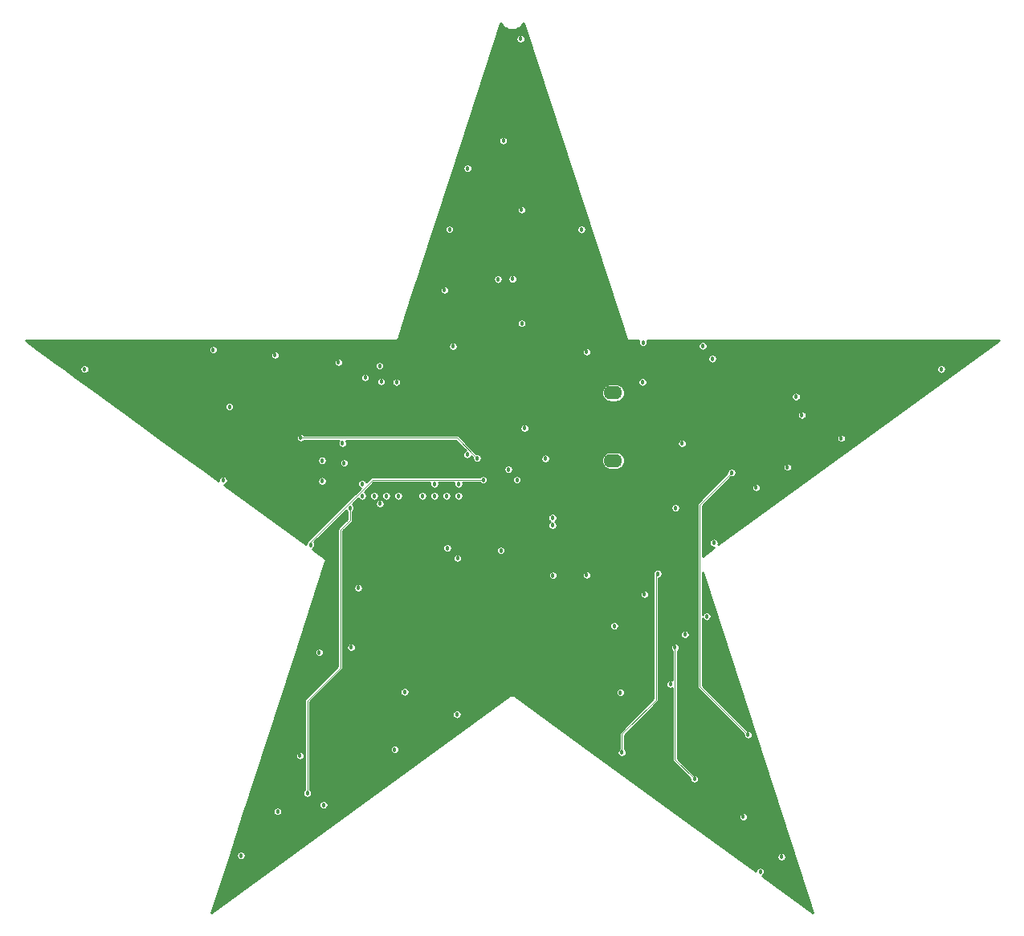
<source format=gbr>
G04 #@! TF.GenerationSoftware,KiCad,Pcbnew,(5.1.9)-1*
G04 #@! TF.CreationDate,2021-01-19T13:28:18-05:00*
G04 #@! TF.ProjectId,Star,53746172-2e6b-4696-9361-645f70636258,rev?*
G04 #@! TF.SameCoordinates,Original*
G04 #@! TF.FileFunction,Copper,L2,Inr*
G04 #@! TF.FilePolarity,Positive*
%FSLAX46Y46*%
G04 Gerber Fmt 4.6, Leading zero omitted, Abs format (unit mm)*
G04 Created by KiCad (PCBNEW (5.1.9)-1) date 2021-01-19 13:28:18*
%MOMM*%
%LPD*%
G01*
G04 APERTURE LIST*
G04 #@! TA.AperFunction,WasherPad*
%ADD10O,1.950000X1.400000*%
G04 #@! TD*
G04 #@! TA.AperFunction,ViaPad*
%ADD11C,0.457200*%
G04 #@! TD*
G04 #@! TA.AperFunction,Conductor*
%ADD12C,0.088900*%
G04 #@! TD*
G04 #@! TA.AperFunction,Conductor*
%ADD13C,0.254000*%
G04 #@! TD*
G04 #@! TA.AperFunction,Conductor*
%ADD14C,0.100000*%
G04 #@! TD*
G04 APERTURE END LIST*
D10*
X110640000Y-88825000D03*
X110640000Y-95975000D03*
D11*
X82250000Y-103780000D03*
X79930000Y-103990000D03*
X79930000Y-101930000D03*
X100390000Y-103100000D03*
X103050000Y-100400000D03*
X109670000Y-106270000D03*
X92440000Y-102400000D03*
X102000000Y-96900000D03*
X84180000Y-96525000D03*
X84180000Y-95255000D03*
X85450000Y-95255000D03*
X86720000Y-95255000D03*
X93705000Y-96525000D03*
X93705000Y-95255000D03*
X91800000Y-95255000D03*
X89895000Y-97160000D03*
X96724232Y-99036121D03*
X90530000Y-99700000D03*
X91800000Y-99700000D03*
X93070000Y-99700000D03*
X94340000Y-99700000D03*
X94340000Y-98430000D03*
X91800000Y-98430000D03*
X82260000Y-96230000D03*
X79960000Y-98120000D03*
X79960000Y-95950000D03*
X104250000Y-102000000D03*
X87990000Y-99700000D03*
X84180000Y-99700000D03*
X86720000Y-99700000D03*
X85450000Y-99700000D03*
X84180000Y-98430000D03*
X101300000Y-92550000D03*
X134690000Y-93620000D03*
X123140000Y-97240000D03*
X93380000Y-71570000D03*
X93760000Y-83910000D03*
X81690000Y-85610000D03*
X103500000Y-95750000D03*
X124850000Y-124900000D03*
X100880000Y-51480000D03*
X100984249Y-69502767D03*
X101001412Y-81503350D03*
X79660000Y-116190000D03*
X83763281Y-109396719D03*
X69530000Y-98060000D03*
X113930000Y-110080000D03*
X118210000Y-114310000D03*
X120500000Y-112400000D03*
X119200000Y-129550000D03*
X117150000Y-115650000D03*
X54910000Y-86330000D03*
X70190000Y-90280000D03*
X124360000Y-133540000D03*
X111400000Y-120420000D03*
X82880000Y-100960000D03*
X113790000Y-83520000D03*
X107850000Y-84510000D03*
X107300000Y-71600000D03*
X100500000Y-98000000D03*
X78400000Y-131050000D03*
X145230000Y-86330000D03*
X130530000Y-91170000D03*
X128390000Y-137750000D03*
X71410000Y-137620000D03*
X75270000Y-132980000D03*
X98800000Y-105460000D03*
X94170659Y-122740659D03*
X126165975Y-139314245D03*
X129920000Y-89220000D03*
X113739123Y-87690877D03*
X95290000Y-65150000D03*
X75000000Y-84840000D03*
X82099186Y-94150814D03*
X93155945Y-105194055D03*
X80110000Y-132300000D03*
X88670000Y-120370000D03*
X129010000Y-96670000D03*
X117900814Y-94159186D03*
X87800000Y-87700000D03*
X84500000Y-87210000D03*
X86181758Y-87621758D03*
X86021244Y-85971960D03*
X86050000Y-100500000D03*
X68470000Y-84280000D03*
X92860000Y-77980000D03*
X83020000Y-115670000D03*
X77620000Y-127090000D03*
X117210000Y-100960000D03*
X125699055Y-98819055D03*
X94235945Y-106256587D03*
X115340000Y-107890000D03*
X100030000Y-76810000D03*
X99060000Y-62220000D03*
X121260762Y-104638401D03*
X95250000Y-95350000D03*
X98500000Y-76850000D03*
X111550000Y-126750000D03*
X96950000Y-98000000D03*
X78750000Y-104850000D03*
X121100000Y-85230000D03*
X120090000Y-83880000D03*
X116670000Y-119540000D03*
X110760000Y-113400000D03*
X87610000Y-126430000D03*
X96300000Y-95700000D03*
X77700000Y-93550000D03*
X104285749Y-108065135D03*
X104250000Y-102800000D03*
X107850000Y-108050000D03*
X99600000Y-96900000D03*
D12*
X119755444Y-100624556D02*
X123140000Y-97240000D01*
X119755444Y-119805444D02*
X119755444Y-100624556D01*
X124850000Y-124900000D02*
X119755444Y-119805444D01*
X117150000Y-127500000D02*
X117150000Y-115650000D01*
X119200000Y-129550000D02*
X117150000Y-127500000D01*
X78400000Y-131050000D02*
X78400000Y-121300000D01*
X81888049Y-117811951D02*
X81888049Y-103261951D01*
X78400000Y-121300000D02*
X81888049Y-117811951D01*
X82880000Y-102270000D02*
X82880000Y-100960000D01*
X81888049Y-103261951D02*
X82880000Y-102270000D01*
X111550000Y-126750000D02*
X111550000Y-124800000D01*
X111550000Y-124800000D02*
X115150000Y-121200000D01*
X115150000Y-108080000D02*
X115340000Y-107890000D01*
X115150000Y-121200000D02*
X115150000Y-108080000D01*
X78750000Y-104526711D02*
X78750000Y-104850000D01*
X96950000Y-98000000D02*
X85276711Y-98000000D01*
X85276711Y-98000000D02*
X78750000Y-104526711D01*
X94150000Y-93550000D02*
X77700000Y-93550000D01*
X96300000Y-95700000D02*
X94150000Y-93550000D01*
D13*
X98779718Y-49822254D02*
X98930414Y-50047787D01*
X99122213Y-50239586D01*
X99347746Y-50390282D01*
X99598344Y-50494083D01*
X99864377Y-50547000D01*
X100135623Y-50547000D01*
X100401656Y-50494083D01*
X100652254Y-50390282D01*
X100877787Y-50239586D01*
X101069586Y-50047787D01*
X101220282Y-49822254D01*
X101220623Y-49821431D01*
X112033686Y-83101153D01*
X112042125Y-83128976D01*
X112051302Y-83146147D01*
X112059115Y-83164009D01*
X112066551Y-83174677D01*
X112072673Y-83186133D01*
X112085026Y-83201186D01*
X112096171Y-83217177D01*
X112105545Y-83226190D01*
X112113784Y-83236230D01*
X112128834Y-83248582D01*
X112142888Y-83262095D01*
X112153841Y-83269106D01*
X112163879Y-83277345D01*
X112181053Y-83286526D01*
X112197469Y-83297034D01*
X112209574Y-83301772D01*
X112221032Y-83307897D01*
X112239670Y-83313552D01*
X112257818Y-83320655D01*
X112270613Y-83322940D01*
X112283049Y-83326713D01*
X112302441Y-83328624D01*
X112321616Y-83332048D01*
X112350714Y-83331477D01*
X113345710Y-83331516D01*
X113325946Y-83379231D01*
X113307400Y-83472468D01*
X113307400Y-83567532D01*
X113325946Y-83660769D01*
X113362326Y-83748597D01*
X113415140Y-83827640D01*
X113482360Y-83894860D01*
X113561403Y-83947674D01*
X113649231Y-83984054D01*
X113742468Y-84002600D01*
X113837532Y-84002600D01*
X113930769Y-83984054D01*
X114018597Y-83947674D01*
X114097640Y-83894860D01*
X114160032Y-83832468D01*
X119607400Y-83832468D01*
X119607400Y-83927532D01*
X119625946Y-84020769D01*
X119662326Y-84108597D01*
X119715140Y-84187640D01*
X119782360Y-84254860D01*
X119861403Y-84307674D01*
X119949231Y-84344054D01*
X120042468Y-84362600D01*
X120137532Y-84362600D01*
X120230769Y-84344054D01*
X120318597Y-84307674D01*
X120397640Y-84254860D01*
X120464860Y-84187640D01*
X120517674Y-84108597D01*
X120554054Y-84020769D01*
X120572600Y-83927532D01*
X120572600Y-83832468D01*
X120554054Y-83739231D01*
X120517674Y-83651403D01*
X120464860Y-83572360D01*
X120397640Y-83505140D01*
X120318597Y-83452326D01*
X120230769Y-83415946D01*
X120137532Y-83397400D01*
X120042468Y-83397400D01*
X119949231Y-83415946D01*
X119861403Y-83452326D01*
X119782360Y-83505140D01*
X119715140Y-83572360D01*
X119662326Y-83651403D01*
X119625946Y-83739231D01*
X119607400Y-83832468D01*
X114160032Y-83832468D01*
X114164860Y-83827640D01*
X114217674Y-83748597D01*
X114254054Y-83660769D01*
X114272600Y-83567532D01*
X114272600Y-83472468D01*
X114254054Y-83379231D01*
X114234304Y-83331552D01*
X151295675Y-83333024D01*
X121701033Y-104836587D01*
X121724816Y-104779170D01*
X121743362Y-104685933D01*
X121743362Y-104590869D01*
X121724816Y-104497632D01*
X121688436Y-104409804D01*
X121635622Y-104330761D01*
X121568402Y-104263541D01*
X121489359Y-104210727D01*
X121401531Y-104174347D01*
X121308294Y-104155801D01*
X121213230Y-104155801D01*
X121119993Y-104174347D01*
X121032165Y-104210727D01*
X120953122Y-104263541D01*
X120885902Y-104330761D01*
X120833088Y-104409804D01*
X120796708Y-104497632D01*
X120778162Y-104590869D01*
X120778162Y-104685933D01*
X120796708Y-104779170D01*
X120833088Y-104866998D01*
X120885902Y-104946041D01*
X120953122Y-105013261D01*
X121032165Y-105066075D01*
X121119993Y-105102455D01*
X121213230Y-105121001D01*
X121308294Y-105121001D01*
X121310097Y-105120642D01*
X120053894Y-106033404D01*
X120053894Y-100748177D01*
X122030548Y-98771523D01*
X125216455Y-98771523D01*
X125216455Y-98866587D01*
X125235001Y-98959824D01*
X125271381Y-99047652D01*
X125324195Y-99126695D01*
X125391415Y-99193915D01*
X125470458Y-99246729D01*
X125558286Y-99283109D01*
X125651523Y-99301655D01*
X125746587Y-99301655D01*
X125839824Y-99283109D01*
X125927652Y-99246729D01*
X126006695Y-99193915D01*
X126073915Y-99126695D01*
X126126729Y-99047652D01*
X126163109Y-98959824D01*
X126181655Y-98866587D01*
X126181655Y-98771523D01*
X126163109Y-98678286D01*
X126126729Y-98590458D01*
X126073915Y-98511415D01*
X126006695Y-98444195D01*
X125927652Y-98391381D01*
X125839824Y-98355001D01*
X125746587Y-98336455D01*
X125651523Y-98336455D01*
X125558286Y-98355001D01*
X125470458Y-98391381D01*
X125391415Y-98444195D01*
X125324195Y-98511415D01*
X125271381Y-98590458D01*
X125235001Y-98678286D01*
X125216455Y-98771523D01*
X122030548Y-98771523D01*
X123081628Y-97720444D01*
X123092468Y-97722600D01*
X123187532Y-97722600D01*
X123280769Y-97704054D01*
X123368597Y-97667674D01*
X123447640Y-97614860D01*
X123514860Y-97547640D01*
X123567674Y-97468597D01*
X123604054Y-97380769D01*
X123622600Y-97287532D01*
X123622600Y-97192468D01*
X123604054Y-97099231D01*
X123567674Y-97011403D01*
X123514860Y-96932360D01*
X123447640Y-96865140D01*
X123368597Y-96812326D01*
X123280769Y-96775946D01*
X123187532Y-96757400D01*
X123092468Y-96757400D01*
X122999231Y-96775946D01*
X122911403Y-96812326D01*
X122832360Y-96865140D01*
X122765140Y-96932360D01*
X122712326Y-97011403D01*
X122675946Y-97099231D01*
X122657400Y-97192468D01*
X122657400Y-97287532D01*
X122659556Y-97298372D01*
X119554776Y-100403153D01*
X119543388Y-100412499D01*
X119534042Y-100423887D01*
X119534041Y-100423888D01*
X119506092Y-100457944D01*
X119478379Y-100509792D01*
X119461313Y-100566050D01*
X119455551Y-100624556D01*
X119456995Y-100639218D01*
X119456994Y-119790792D01*
X119455551Y-119805444D01*
X119456994Y-119820096D01*
X119456994Y-119820105D01*
X119461312Y-119863949D01*
X119478378Y-119920207D01*
X119506091Y-119972055D01*
X119543387Y-120017501D01*
X119554780Y-120026851D01*
X124369556Y-124841628D01*
X124367400Y-124852468D01*
X124367400Y-124947532D01*
X124385946Y-125040769D01*
X124422326Y-125128597D01*
X124475140Y-125207640D01*
X124542360Y-125274860D01*
X124621403Y-125327674D01*
X124709231Y-125364054D01*
X124802468Y-125382600D01*
X124897532Y-125382600D01*
X124990769Y-125364054D01*
X125078597Y-125327674D01*
X125157640Y-125274860D01*
X125224860Y-125207640D01*
X125277674Y-125128597D01*
X125314054Y-125040769D01*
X125332600Y-124947532D01*
X125332600Y-124852468D01*
X125314054Y-124759231D01*
X125277674Y-124671403D01*
X125224860Y-124592360D01*
X125157640Y-124525140D01*
X125078597Y-124472326D01*
X124990769Y-124435946D01*
X124897532Y-124417400D01*
X124802468Y-124417400D01*
X124791628Y-124419556D01*
X120053894Y-119681823D01*
X120053894Y-112584099D01*
X120072326Y-112628597D01*
X120125140Y-112707640D01*
X120192360Y-112774860D01*
X120271403Y-112827674D01*
X120359231Y-112864054D01*
X120452468Y-112882600D01*
X120547532Y-112882600D01*
X120640769Y-112864054D01*
X120728597Y-112827674D01*
X120807640Y-112774860D01*
X120874860Y-112707640D01*
X120927674Y-112628597D01*
X120964054Y-112540769D01*
X120982600Y-112447532D01*
X120982600Y-112352468D01*
X120964054Y-112259231D01*
X120927674Y-112171403D01*
X120874860Y-112092360D01*
X120807640Y-112025140D01*
X120728597Y-111972326D01*
X120640769Y-111935946D01*
X120547532Y-111917400D01*
X120452468Y-111917400D01*
X120359231Y-111935946D01*
X120271403Y-111972326D01*
X120192360Y-112025140D01*
X120125140Y-112092360D01*
X120072326Y-112171403D01*
X120053894Y-112215901D01*
X120053894Y-107784795D01*
X131702406Y-143634658D01*
X126362418Y-139755238D01*
X126394572Y-139741919D01*
X126473615Y-139689105D01*
X126540835Y-139621885D01*
X126593649Y-139542842D01*
X126630029Y-139455014D01*
X126648575Y-139361777D01*
X126648575Y-139266713D01*
X126630029Y-139173476D01*
X126593649Y-139085648D01*
X126540835Y-139006605D01*
X126473615Y-138939385D01*
X126394572Y-138886571D01*
X126306744Y-138850191D01*
X126213507Y-138831645D01*
X126118443Y-138831645D01*
X126025206Y-138850191D01*
X125937378Y-138886571D01*
X125858335Y-138939385D01*
X125791115Y-139006605D01*
X125738301Y-139085648D01*
X125701921Y-139173476D01*
X125684207Y-139262529D01*
X123536797Y-137702468D01*
X127907400Y-137702468D01*
X127907400Y-137797532D01*
X127925946Y-137890769D01*
X127962326Y-137978597D01*
X128015140Y-138057640D01*
X128082360Y-138124860D01*
X128161403Y-138177674D01*
X128249231Y-138214054D01*
X128342468Y-138232600D01*
X128437532Y-138232600D01*
X128530769Y-138214054D01*
X128618597Y-138177674D01*
X128697640Y-138124860D01*
X128764860Y-138057640D01*
X128817674Y-137978597D01*
X128854054Y-137890769D01*
X128872600Y-137797532D01*
X128872600Y-137702468D01*
X128854054Y-137609231D01*
X128817674Y-137521403D01*
X128764860Y-137442360D01*
X128697640Y-137375140D01*
X128618597Y-137322326D01*
X128530769Y-137285946D01*
X128437532Y-137267400D01*
X128342468Y-137267400D01*
X128249231Y-137285946D01*
X128161403Y-137322326D01*
X128082360Y-137375140D01*
X128015140Y-137442360D01*
X127962326Y-137521403D01*
X127925946Y-137609231D01*
X127907400Y-137702468D01*
X123536797Y-137702468D01*
X117741768Y-133492468D01*
X123877400Y-133492468D01*
X123877400Y-133587532D01*
X123895946Y-133680769D01*
X123932326Y-133768597D01*
X123985140Y-133847640D01*
X124052360Y-133914860D01*
X124131403Y-133967674D01*
X124219231Y-134004054D01*
X124312468Y-134022600D01*
X124407532Y-134022600D01*
X124500769Y-134004054D01*
X124588597Y-133967674D01*
X124667640Y-133914860D01*
X124734860Y-133847640D01*
X124787674Y-133768597D01*
X124824054Y-133680769D01*
X124842600Y-133587532D01*
X124842600Y-133492468D01*
X124824054Y-133399231D01*
X124787674Y-133311403D01*
X124734860Y-133232360D01*
X124667640Y-133165140D01*
X124588597Y-133112326D01*
X124500769Y-133075946D01*
X124407532Y-133057400D01*
X124312468Y-133057400D01*
X124219231Y-133075946D01*
X124131403Y-133112326D01*
X124052360Y-133165140D01*
X123985140Y-133232360D01*
X123932326Y-133311403D01*
X123895946Y-133399231D01*
X123877400Y-133492468D01*
X117741768Y-133492468D01*
X108395391Y-126702468D01*
X111067400Y-126702468D01*
X111067400Y-126797532D01*
X111085946Y-126890769D01*
X111122326Y-126978597D01*
X111175140Y-127057640D01*
X111242360Y-127124860D01*
X111321403Y-127177674D01*
X111409231Y-127214054D01*
X111502468Y-127232600D01*
X111597532Y-127232600D01*
X111690769Y-127214054D01*
X111778597Y-127177674D01*
X111857640Y-127124860D01*
X111924860Y-127057640D01*
X111977674Y-126978597D01*
X112014054Y-126890769D01*
X112032600Y-126797532D01*
X112032600Y-126702468D01*
X112014054Y-126609231D01*
X111977674Y-126521403D01*
X111924860Y-126442360D01*
X111857640Y-126375140D01*
X111848450Y-126369000D01*
X111848450Y-124923621D01*
X115350670Y-121421402D01*
X115362057Y-121412057D01*
X115399353Y-121366612D01*
X115427066Y-121314764D01*
X115444132Y-121258506D01*
X115448450Y-121214662D01*
X115448450Y-121214660D01*
X115449894Y-121200000D01*
X115448450Y-121185341D01*
X115448450Y-119492468D01*
X116187400Y-119492468D01*
X116187400Y-119587532D01*
X116205946Y-119680769D01*
X116242326Y-119768597D01*
X116295140Y-119847640D01*
X116362360Y-119914860D01*
X116441403Y-119967674D01*
X116529231Y-120004054D01*
X116622468Y-120022600D01*
X116717532Y-120022600D01*
X116810769Y-120004054D01*
X116851551Y-119987161D01*
X116851550Y-127485348D01*
X116850107Y-127500000D01*
X116851550Y-127514652D01*
X116851550Y-127514661D01*
X116855868Y-127558505D01*
X116872934Y-127614763D01*
X116900647Y-127666611D01*
X116937943Y-127712057D01*
X116949336Y-127721407D01*
X118719556Y-129491628D01*
X118717400Y-129502468D01*
X118717400Y-129597532D01*
X118735946Y-129690769D01*
X118772326Y-129778597D01*
X118825140Y-129857640D01*
X118892360Y-129924860D01*
X118971403Y-129977674D01*
X119059231Y-130014054D01*
X119152468Y-130032600D01*
X119247532Y-130032600D01*
X119340769Y-130014054D01*
X119428597Y-129977674D01*
X119507640Y-129924860D01*
X119574860Y-129857640D01*
X119627674Y-129778597D01*
X119664054Y-129690769D01*
X119682600Y-129597532D01*
X119682600Y-129502468D01*
X119664054Y-129409231D01*
X119627674Y-129321403D01*
X119574860Y-129242360D01*
X119507640Y-129175140D01*
X119428597Y-129122326D01*
X119340769Y-129085946D01*
X119247532Y-129067400D01*
X119152468Y-129067400D01*
X119141628Y-129069556D01*
X117448450Y-127376379D01*
X117448450Y-116031000D01*
X117457640Y-116024860D01*
X117524860Y-115957640D01*
X117577674Y-115878597D01*
X117614054Y-115790769D01*
X117632600Y-115697532D01*
X117632600Y-115602468D01*
X117614054Y-115509231D01*
X117577674Y-115421403D01*
X117524860Y-115342360D01*
X117457640Y-115275140D01*
X117378597Y-115222326D01*
X117290769Y-115185946D01*
X117197532Y-115167400D01*
X117102468Y-115167400D01*
X117009231Y-115185946D01*
X116921403Y-115222326D01*
X116842360Y-115275140D01*
X116775140Y-115342360D01*
X116722326Y-115421403D01*
X116685946Y-115509231D01*
X116667400Y-115602468D01*
X116667400Y-115697532D01*
X116685946Y-115790769D01*
X116722326Y-115878597D01*
X116775140Y-115957640D01*
X116842360Y-116024860D01*
X116851551Y-116031001D01*
X116851551Y-119092839D01*
X116810769Y-119075946D01*
X116717532Y-119057400D01*
X116622468Y-119057400D01*
X116529231Y-119075946D01*
X116441403Y-119112326D01*
X116362360Y-119165140D01*
X116295140Y-119232360D01*
X116242326Y-119311403D01*
X116205946Y-119399231D01*
X116187400Y-119492468D01*
X115448450Y-119492468D01*
X115448450Y-114262468D01*
X117727400Y-114262468D01*
X117727400Y-114357532D01*
X117745946Y-114450769D01*
X117782326Y-114538597D01*
X117835140Y-114617640D01*
X117902360Y-114684860D01*
X117981403Y-114737674D01*
X118069231Y-114774054D01*
X118162468Y-114792600D01*
X118257532Y-114792600D01*
X118350769Y-114774054D01*
X118438597Y-114737674D01*
X118517640Y-114684860D01*
X118584860Y-114617640D01*
X118637674Y-114538597D01*
X118674054Y-114450769D01*
X118692600Y-114357532D01*
X118692600Y-114262468D01*
X118674054Y-114169231D01*
X118637674Y-114081403D01*
X118584860Y-114002360D01*
X118517640Y-113935140D01*
X118438597Y-113882326D01*
X118350769Y-113845946D01*
X118257532Y-113827400D01*
X118162468Y-113827400D01*
X118069231Y-113845946D01*
X117981403Y-113882326D01*
X117902360Y-113935140D01*
X117835140Y-114002360D01*
X117782326Y-114081403D01*
X117745946Y-114169231D01*
X117727400Y-114262468D01*
X115448450Y-114262468D01*
X115448450Y-108360483D01*
X115480769Y-108354054D01*
X115568597Y-108317674D01*
X115647640Y-108264860D01*
X115714860Y-108197640D01*
X115767674Y-108118597D01*
X115804054Y-108030769D01*
X115822600Y-107937532D01*
X115822600Y-107842468D01*
X115804054Y-107749231D01*
X115767674Y-107661403D01*
X115714860Y-107582360D01*
X115647640Y-107515140D01*
X115568597Y-107462326D01*
X115480769Y-107425946D01*
X115387532Y-107407400D01*
X115292468Y-107407400D01*
X115199231Y-107425946D01*
X115111403Y-107462326D01*
X115032360Y-107515140D01*
X114965140Y-107582360D01*
X114912326Y-107661403D01*
X114875946Y-107749231D01*
X114857400Y-107842468D01*
X114857400Y-107937532D01*
X114866881Y-107985194D01*
X114855869Y-108021494D01*
X114850107Y-108080000D01*
X114851551Y-108094662D01*
X114851550Y-121076378D01*
X111349332Y-124578597D01*
X111337944Y-124587943D01*
X111328598Y-124599331D01*
X111328597Y-124599332D01*
X111300648Y-124633388D01*
X111272935Y-124685236D01*
X111255869Y-124741494D01*
X111250107Y-124800000D01*
X111251551Y-124814662D01*
X111251550Y-126368999D01*
X111242360Y-126375140D01*
X111175140Y-126442360D01*
X111122326Y-126521403D01*
X111085946Y-126609231D01*
X111067400Y-126702468D01*
X108395391Y-126702468D01*
X100195957Y-120745705D01*
X100172743Y-120728132D01*
X100155213Y-120719628D01*
X100138393Y-120709771D01*
X100126120Y-120705516D01*
X100114434Y-120699847D01*
X100095575Y-120694925D01*
X100077162Y-120688541D01*
X100064295Y-120686762D01*
X100051728Y-120683482D01*
X100032273Y-120682334D01*
X100012965Y-120679664D01*
X100000000Y-120680429D01*
X99987034Y-120679664D01*
X99967726Y-120682334D01*
X99948272Y-120683482D01*
X99935706Y-120686762D01*
X99922837Y-120688541D01*
X99904421Y-120694926D01*
X99885566Y-120699847D01*
X99873883Y-120705514D01*
X99861606Y-120709771D01*
X99844784Y-120719630D01*
X99827257Y-120728132D01*
X99804069Y-120745686D01*
X68297592Y-143634660D01*
X70267349Y-137572468D01*
X70927400Y-137572468D01*
X70927400Y-137667532D01*
X70945946Y-137760769D01*
X70982326Y-137848597D01*
X71035140Y-137927640D01*
X71102360Y-137994860D01*
X71181403Y-138047674D01*
X71269231Y-138084054D01*
X71362468Y-138102600D01*
X71457532Y-138102600D01*
X71550769Y-138084054D01*
X71638597Y-138047674D01*
X71717640Y-137994860D01*
X71784860Y-137927640D01*
X71837674Y-137848597D01*
X71874054Y-137760769D01*
X71892600Y-137667532D01*
X71892600Y-137572468D01*
X71874054Y-137479231D01*
X71837674Y-137391403D01*
X71784860Y-137312360D01*
X71717640Y-137245140D01*
X71638597Y-137192326D01*
X71550769Y-137155946D01*
X71457532Y-137137400D01*
X71362468Y-137137400D01*
X71269231Y-137155946D01*
X71181403Y-137192326D01*
X71102360Y-137245140D01*
X71035140Y-137312360D01*
X70982326Y-137391403D01*
X70945946Y-137479231D01*
X70927400Y-137572468D01*
X70267349Y-137572468D01*
X71775000Y-132932468D01*
X74787400Y-132932468D01*
X74787400Y-133027532D01*
X74805946Y-133120769D01*
X74842326Y-133208597D01*
X74895140Y-133287640D01*
X74962360Y-133354860D01*
X75041403Y-133407674D01*
X75129231Y-133444054D01*
X75222468Y-133462600D01*
X75317532Y-133462600D01*
X75410769Y-133444054D01*
X75498597Y-133407674D01*
X75577640Y-133354860D01*
X75644860Y-133287640D01*
X75697674Y-133208597D01*
X75734054Y-133120769D01*
X75752600Y-133027532D01*
X75752600Y-132932468D01*
X75734054Y-132839231D01*
X75697674Y-132751403D01*
X75644860Y-132672360D01*
X75577640Y-132605140D01*
X75498597Y-132552326D01*
X75410769Y-132515946D01*
X75317532Y-132497400D01*
X75222468Y-132497400D01*
X75129231Y-132515946D01*
X75041403Y-132552326D01*
X74962360Y-132605140D01*
X74895140Y-132672360D01*
X74842326Y-132751403D01*
X74805946Y-132839231D01*
X74787400Y-132932468D01*
X71775000Y-132932468D01*
X71995948Y-132252468D01*
X79627400Y-132252468D01*
X79627400Y-132347532D01*
X79645946Y-132440769D01*
X79682326Y-132528597D01*
X79735140Y-132607640D01*
X79802360Y-132674860D01*
X79881403Y-132727674D01*
X79969231Y-132764054D01*
X80062468Y-132782600D01*
X80157532Y-132782600D01*
X80250769Y-132764054D01*
X80338597Y-132727674D01*
X80417640Y-132674860D01*
X80484860Y-132607640D01*
X80537674Y-132528597D01*
X80574054Y-132440769D01*
X80592600Y-132347532D01*
X80592600Y-132252468D01*
X80574054Y-132159231D01*
X80537674Y-132071403D01*
X80484860Y-131992360D01*
X80417640Y-131925140D01*
X80338597Y-131872326D01*
X80250769Y-131835946D01*
X80157532Y-131817400D01*
X80062468Y-131817400D01*
X79969231Y-131835946D01*
X79881403Y-131872326D01*
X79802360Y-131925140D01*
X79735140Y-131992360D01*
X79682326Y-132071403D01*
X79645946Y-132159231D01*
X79627400Y-132252468D01*
X71995948Y-132252468D01*
X77230489Y-116142468D01*
X79177400Y-116142468D01*
X79177400Y-116237532D01*
X79195946Y-116330769D01*
X79232326Y-116418597D01*
X79285140Y-116497640D01*
X79352360Y-116564860D01*
X79431403Y-116617674D01*
X79519231Y-116654054D01*
X79612468Y-116672600D01*
X79707532Y-116672600D01*
X79800769Y-116654054D01*
X79888597Y-116617674D01*
X79967640Y-116564860D01*
X80034860Y-116497640D01*
X80087674Y-116418597D01*
X80124054Y-116330769D01*
X80142600Y-116237532D01*
X80142600Y-116142468D01*
X80124054Y-116049231D01*
X80087674Y-115961403D01*
X80034860Y-115882360D01*
X79967640Y-115815140D01*
X79888597Y-115762326D01*
X79800769Y-115725946D01*
X79707532Y-115707400D01*
X79612468Y-115707400D01*
X79519231Y-115725946D01*
X79431403Y-115762326D01*
X79352360Y-115815140D01*
X79285140Y-115882360D01*
X79232326Y-115961403D01*
X79195946Y-116049231D01*
X79177400Y-116142468D01*
X77230489Y-116142468D01*
X80331632Y-106598286D01*
X80341178Y-106570760D01*
X80343848Y-106551465D01*
X80348024Y-106532432D01*
X80348279Y-106519435D01*
X80350060Y-106506564D01*
X80348914Y-106487114D01*
X80349296Y-106467637D01*
X80347012Y-106454844D01*
X80346247Y-106441870D01*
X80341329Y-106423018D01*
X80337904Y-106403839D01*
X80333168Y-106391739D01*
X80329887Y-106379162D01*
X80321382Y-106361626D01*
X80314284Y-106343490D01*
X80307281Y-106332551D01*
X80301607Y-106320851D01*
X80289840Y-106305305D01*
X80279344Y-106288909D01*
X80270345Y-106279550D01*
X80262494Y-106269177D01*
X80247915Y-106256221D01*
X80234427Y-106242192D01*
X80210596Y-106225582D01*
X78932373Y-105296821D01*
X78978597Y-105277674D01*
X79057640Y-105224860D01*
X79124860Y-105157640D01*
X79177674Y-105078597D01*
X79214054Y-104990769D01*
X79232600Y-104897532D01*
X79232600Y-104802468D01*
X79214054Y-104709231D01*
X79177674Y-104621403D01*
X79137502Y-104561280D01*
X82475501Y-101223281D01*
X82505140Y-101267640D01*
X82572360Y-101334860D01*
X82581551Y-101341001D01*
X82581550Y-102146378D01*
X81687381Y-103040548D01*
X81675993Y-103049894D01*
X81666647Y-103061282D01*
X81666646Y-103061283D01*
X81638697Y-103095339D01*
X81610984Y-103147187D01*
X81593918Y-103203445D01*
X81588156Y-103261951D01*
X81589600Y-103276613D01*
X81589599Y-117688329D01*
X78199332Y-121078597D01*
X78187944Y-121087943D01*
X78178598Y-121099331D01*
X78178597Y-121099332D01*
X78150648Y-121133388D01*
X78122935Y-121185236D01*
X78105869Y-121241494D01*
X78100107Y-121300000D01*
X78101551Y-121314662D01*
X78101550Y-127037191D01*
X78084054Y-126949231D01*
X78047674Y-126861403D01*
X77994860Y-126782360D01*
X77927640Y-126715140D01*
X77848597Y-126662326D01*
X77760769Y-126625946D01*
X77667532Y-126607400D01*
X77572468Y-126607400D01*
X77479231Y-126625946D01*
X77391403Y-126662326D01*
X77312360Y-126715140D01*
X77245140Y-126782360D01*
X77192326Y-126861403D01*
X77155946Y-126949231D01*
X77137400Y-127042468D01*
X77137400Y-127137532D01*
X77155946Y-127230769D01*
X77192326Y-127318597D01*
X77245140Y-127397640D01*
X77312360Y-127464860D01*
X77391403Y-127517674D01*
X77479231Y-127554054D01*
X77572468Y-127572600D01*
X77667532Y-127572600D01*
X77760769Y-127554054D01*
X77848597Y-127517674D01*
X77927640Y-127464860D01*
X77994860Y-127397640D01*
X78047674Y-127318597D01*
X78084054Y-127230769D01*
X78101550Y-127142809D01*
X78101550Y-130669000D01*
X78092360Y-130675140D01*
X78025140Y-130742360D01*
X77972326Y-130821403D01*
X77935946Y-130909231D01*
X77917400Y-131002468D01*
X77917400Y-131097532D01*
X77935946Y-131190769D01*
X77972326Y-131278597D01*
X78025140Y-131357640D01*
X78092360Y-131424860D01*
X78171403Y-131477674D01*
X78259231Y-131514054D01*
X78352468Y-131532600D01*
X78447532Y-131532600D01*
X78540769Y-131514054D01*
X78628597Y-131477674D01*
X78707640Y-131424860D01*
X78774860Y-131357640D01*
X78827674Y-131278597D01*
X78864054Y-131190769D01*
X78882600Y-131097532D01*
X78882600Y-131002468D01*
X78864054Y-130909231D01*
X78827674Y-130821403D01*
X78774860Y-130742360D01*
X78707640Y-130675140D01*
X78698450Y-130669000D01*
X78698450Y-126382468D01*
X87127400Y-126382468D01*
X87127400Y-126477532D01*
X87145946Y-126570769D01*
X87182326Y-126658597D01*
X87235140Y-126737640D01*
X87302360Y-126804860D01*
X87381403Y-126857674D01*
X87469231Y-126894054D01*
X87562468Y-126912600D01*
X87657532Y-126912600D01*
X87750769Y-126894054D01*
X87838597Y-126857674D01*
X87917640Y-126804860D01*
X87984860Y-126737640D01*
X88037674Y-126658597D01*
X88074054Y-126570769D01*
X88092600Y-126477532D01*
X88092600Y-126382468D01*
X88074054Y-126289231D01*
X88037674Y-126201403D01*
X87984860Y-126122360D01*
X87917640Y-126055140D01*
X87838597Y-126002326D01*
X87750769Y-125965946D01*
X87657532Y-125947400D01*
X87562468Y-125947400D01*
X87469231Y-125965946D01*
X87381403Y-126002326D01*
X87302360Y-126055140D01*
X87235140Y-126122360D01*
X87182326Y-126201403D01*
X87145946Y-126289231D01*
X87127400Y-126382468D01*
X78698450Y-126382468D01*
X78698450Y-122693127D01*
X93688059Y-122693127D01*
X93688059Y-122788191D01*
X93706605Y-122881428D01*
X93742985Y-122969256D01*
X93795799Y-123048299D01*
X93863019Y-123115519D01*
X93942062Y-123168333D01*
X94029890Y-123204713D01*
X94123127Y-123223259D01*
X94218191Y-123223259D01*
X94311428Y-123204713D01*
X94399256Y-123168333D01*
X94478299Y-123115519D01*
X94545519Y-123048299D01*
X94598333Y-122969256D01*
X94634713Y-122881428D01*
X94653259Y-122788191D01*
X94653259Y-122693127D01*
X94634713Y-122599890D01*
X94598333Y-122512062D01*
X94545519Y-122433019D01*
X94478299Y-122365799D01*
X94399256Y-122312985D01*
X94311428Y-122276605D01*
X94218191Y-122258059D01*
X94123127Y-122258059D01*
X94029890Y-122276605D01*
X93942062Y-122312985D01*
X93863019Y-122365799D01*
X93795799Y-122433019D01*
X93742985Y-122512062D01*
X93706605Y-122599890D01*
X93688059Y-122693127D01*
X78698450Y-122693127D01*
X78698450Y-121423621D01*
X79799603Y-120322468D01*
X88187400Y-120322468D01*
X88187400Y-120417532D01*
X88205946Y-120510769D01*
X88242326Y-120598597D01*
X88295140Y-120677640D01*
X88362360Y-120744860D01*
X88441403Y-120797674D01*
X88529231Y-120834054D01*
X88622468Y-120852600D01*
X88717532Y-120852600D01*
X88810769Y-120834054D01*
X88898597Y-120797674D01*
X88977640Y-120744860D01*
X89044860Y-120677640D01*
X89097674Y-120598597D01*
X89134054Y-120510769D01*
X89152600Y-120417532D01*
X89152600Y-120372468D01*
X110917400Y-120372468D01*
X110917400Y-120467532D01*
X110935946Y-120560769D01*
X110972326Y-120648597D01*
X111025140Y-120727640D01*
X111092360Y-120794860D01*
X111171403Y-120847674D01*
X111259231Y-120884054D01*
X111352468Y-120902600D01*
X111447532Y-120902600D01*
X111540769Y-120884054D01*
X111628597Y-120847674D01*
X111707640Y-120794860D01*
X111774860Y-120727640D01*
X111827674Y-120648597D01*
X111864054Y-120560769D01*
X111882600Y-120467532D01*
X111882600Y-120372468D01*
X111864054Y-120279231D01*
X111827674Y-120191403D01*
X111774860Y-120112360D01*
X111707640Y-120045140D01*
X111628597Y-119992326D01*
X111540769Y-119955946D01*
X111447532Y-119937400D01*
X111352468Y-119937400D01*
X111259231Y-119955946D01*
X111171403Y-119992326D01*
X111092360Y-120045140D01*
X111025140Y-120112360D01*
X110972326Y-120191403D01*
X110935946Y-120279231D01*
X110917400Y-120372468D01*
X89152600Y-120372468D01*
X89152600Y-120322468D01*
X89134054Y-120229231D01*
X89097674Y-120141403D01*
X89044860Y-120062360D01*
X88977640Y-119995140D01*
X88898597Y-119942326D01*
X88810769Y-119905946D01*
X88717532Y-119887400D01*
X88622468Y-119887400D01*
X88529231Y-119905946D01*
X88441403Y-119942326D01*
X88362360Y-119995140D01*
X88295140Y-120062360D01*
X88242326Y-120141403D01*
X88205946Y-120229231D01*
X88187400Y-120322468D01*
X79799603Y-120322468D01*
X82088719Y-118033353D01*
X82100106Y-118024008D01*
X82137402Y-117978563D01*
X82165115Y-117926715D01*
X82182181Y-117870457D01*
X82186499Y-117826613D01*
X82186499Y-117826604D01*
X82187942Y-117811952D01*
X82186499Y-117797300D01*
X82186499Y-115622468D01*
X82537400Y-115622468D01*
X82537400Y-115717532D01*
X82555946Y-115810769D01*
X82592326Y-115898597D01*
X82645140Y-115977640D01*
X82712360Y-116044860D01*
X82791403Y-116097674D01*
X82879231Y-116134054D01*
X82972468Y-116152600D01*
X83067532Y-116152600D01*
X83160769Y-116134054D01*
X83248597Y-116097674D01*
X83327640Y-116044860D01*
X83394860Y-115977640D01*
X83447674Y-115898597D01*
X83484054Y-115810769D01*
X83502600Y-115717532D01*
X83502600Y-115622468D01*
X83484054Y-115529231D01*
X83447674Y-115441403D01*
X83394860Y-115362360D01*
X83327640Y-115295140D01*
X83248597Y-115242326D01*
X83160769Y-115205946D01*
X83067532Y-115187400D01*
X82972468Y-115187400D01*
X82879231Y-115205946D01*
X82791403Y-115242326D01*
X82712360Y-115295140D01*
X82645140Y-115362360D01*
X82592326Y-115441403D01*
X82555946Y-115529231D01*
X82537400Y-115622468D01*
X82186499Y-115622468D01*
X82186499Y-113352468D01*
X110277400Y-113352468D01*
X110277400Y-113447532D01*
X110295946Y-113540769D01*
X110332326Y-113628597D01*
X110385140Y-113707640D01*
X110452360Y-113774860D01*
X110531403Y-113827674D01*
X110619231Y-113864054D01*
X110712468Y-113882600D01*
X110807532Y-113882600D01*
X110900769Y-113864054D01*
X110988597Y-113827674D01*
X111067640Y-113774860D01*
X111134860Y-113707640D01*
X111187674Y-113628597D01*
X111224054Y-113540769D01*
X111242600Y-113447532D01*
X111242600Y-113352468D01*
X111224054Y-113259231D01*
X111187674Y-113171403D01*
X111134860Y-113092360D01*
X111067640Y-113025140D01*
X110988597Y-112972326D01*
X110900769Y-112935946D01*
X110807532Y-112917400D01*
X110712468Y-112917400D01*
X110619231Y-112935946D01*
X110531403Y-112972326D01*
X110452360Y-113025140D01*
X110385140Y-113092360D01*
X110332326Y-113171403D01*
X110295946Y-113259231D01*
X110277400Y-113352468D01*
X82186499Y-113352468D01*
X82186499Y-110032468D01*
X113447400Y-110032468D01*
X113447400Y-110127532D01*
X113465946Y-110220769D01*
X113502326Y-110308597D01*
X113555140Y-110387640D01*
X113622360Y-110454860D01*
X113701403Y-110507674D01*
X113789231Y-110544054D01*
X113882468Y-110562600D01*
X113977532Y-110562600D01*
X114070769Y-110544054D01*
X114158597Y-110507674D01*
X114237640Y-110454860D01*
X114304860Y-110387640D01*
X114357674Y-110308597D01*
X114394054Y-110220769D01*
X114412600Y-110127532D01*
X114412600Y-110032468D01*
X114394054Y-109939231D01*
X114357674Y-109851403D01*
X114304860Y-109772360D01*
X114237640Y-109705140D01*
X114158597Y-109652326D01*
X114070769Y-109615946D01*
X113977532Y-109597400D01*
X113882468Y-109597400D01*
X113789231Y-109615946D01*
X113701403Y-109652326D01*
X113622360Y-109705140D01*
X113555140Y-109772360D01*
X113502326Y-109851403D01*
X113465946Y-109939231D01*
X113447400Y-110032468D01*
X82186499Y-110032468D01*
X82186499Y-109349187D01*
X83280681Y-109349187D01*
X83280681Y-109444251D01*
X83299227Y-109537488D01*
X83335607Y-109625316D01*
X83388421Y-109704359D01*
X83455641Y-109771579D01*
X83534684Y-109824393D01*
X83622512Y-109860773D01*
X83715749Y-109879319D01*
X83810813Y-109879319D01*
X83904050Y-109860773D01*
X83991878Y-109824393D01*
X84070921Y-109771579D01*
X84138141Y-109704359D01*
X84190955Y-109625316D01*
X84227335Y-109537488D01*
X84245881Y-109444251D01*
X84245881Y-109349187D01*
X84227335Y-109255950D01*
X84190955Y-109168122D01*
X84138141Y-109089079D01*
X84070921Y-109021859D01*
X83991878Y-108969045D01*
X83904050Y-108932665D01*
X83810813Y-108914119D01*
X83715749Y-108914119D01*
X83622512Y-108932665D01*
X83534684Y-108969045D01*
X83455641Y-109021859D01*
X83388421Y-109089079D01*
X83335607Y-109168122D01*
X83299227Y-109255950D01*
X83280681Y-109349187D01*
X82186499Y-109349187D01*
X82186499Y-108017603D01*
X103803149Y-108017603D01*
X103803149Y-108112667D01*
X103821695Y-108205904D01*
X103858075Y-108293732D01*
X103910889Y-108372775D01*
X103978109Y-108439995D01*
X104057152Y-108492809D01*
X104144980Y-108529189D01*
X104238217Y-108547735D01*
X104333281Y-108547735D01*
X104426518Y-108529189D01*
X104514346Y-108492809D01*
X104593389Y-108439995D01*
X104660609Y-108372775D01*
X104713423Y-108293732D01*
X104749803Y-108205904D01*
X104768349Y-108112667D01*
X104768349Y-108017603D01*
X104765339Y-108002468D01*
X107367400Y-108002468D01*
X107367400Y-108097532D01*
X107385946Y-108190769D01*
X107422326Y-108278597D01*
X107475140Y-108357640D01*
X107542360Y-108424860D01*
X107621403Y-108477674D01*
X107709231Y-108514054D01*
X107802468Y-108532600D01*
X107897532Y-108532600D01*
X107990769Y-108514054D01*
X108078597Y-108477674D01*
X108157640Y-108424860D01*
X108224860Y-108357640D01*
X108277674Y-108278597D01*
X108314054Y-108190769D01*
X108332600Y-108097532D01*
X108332600Y-108002468D01*
X108314054Y-107909231D01*
X108277674Y-107821403D01*
X108224860Y-107742360D01*
X108157640Y-107675140D01*
X108078597Y-107622326D01*
X107990769Y-107585946D01*
X107897532Y-107567400D01*
X107802468Y-107567400D01*
X107709231Y-107585946D01*
X107621403Y-107622326D01*
X107542360Y-107675140D01*
X107475140Y-107742360D01*
X107422326Y-107821403D01*
X107385946Y-107909231D01*
X107367400Y-108002468D01*
X104765339Y-108002468D01*
X104749803Y-107924366D01*
X104713423Y-107836538D01*
X104660609Y-107757495D01*
X104593389Y-107690275D01*
X104514346Y-107637461D01*
X104426518Y-107601081D01*
X104333281Y-107582535D01*
X104238217Y-107582535D01*
X104144980Y-107601081D01*
X104057152Y-107637461D01*
X103978109Y-107690275D01*
X103910889Y-107757495D01*
X103858075Y-107836538D01*
X103821695Y-107924366D01*
X103803149Y-108017603D01*
X82186499Y-108017603D01*
X82186499Y-106209055D01*
X93753345Y-106209055D01*
X93753345Y-106304119D01*
X93771891Y-106397356D01*
X93808271Y-106485184D01*
X93861085Y-106564227D01*
X93928305Y-106631447D01*
X94007348Y-106684261D01*
X94095176Y-106720641D01*
X94188413Y-106739187D01*
X94283477Y-106739187D01*
X94376714Y-106720641D01*
X94464542Y-106684261D01*
X94543585Y-106631447D01*
X94610805Y-106564227D01*
X94663619Y-106485184D01*
X94699999Y-106397356D01*
X94718545Y-106304119D01*
X94718545Y-106209055D01*
X94699999Y-106115818D01*
X94663619Y-106027990D01*
X94610805Y-105948947D01*
X94543585Y-105881727D01*
X94464542Y-105828913D01*
X94376714Y-105792533D01*
X94283477Y-105773987D01*
X94188413Y-105773987D01*
X94095176Y-105792533D01*
X94007348Y-105828913D01*
X93928305Y-105881727D01*
X93861085Y-105948947D01*
X93808271Y-106027990D01*
X93771891Y-106115818D01*
X93753345Y-106209055D01*
X82186499Y-106209055D01*
X82186499Y-105146523D01*
X92673345Y-105146523D01*
X92673345Y-105241587D01*
X92691891Y-105334824D01*
X92728271Y-105422652D01*
X92781085Y-105501695D01*
X92848305Y-105568915D01*
X92927348Y-105621729D01*
X93015176Y-105658109D01*
X93108413Y-105676655D01*
X93203477Y-105676655D01*
X93296714Y-105658109D01*
X93384542Y-105621729D01*
X93463585Y-105568915D01*
X93530805Y-105501695D01*
X93583619Y-105422652D01*
X93587837Y-105412468D01*
X98317400Y-105412468D01*
X98317400Y-105507532D01*
X98335946Y-105600769D01*
X98372326Y-105688597D01*
X98425140Y-105767640D01*
X98492360Y-105834860D01*
X98571403Y-105887674D01*
X98659231Y-105924054D01*
X98752468Y-105942600D01*
X98847532Y-105942600D01*
X98940769Y-105924054D01*
X99028597Y-105887674D01*
X99107640Y-105834860D01*
X99174860Y-105767640D01*
X99227674Y-105688597D01*
X99264054Y-105600769D01*
X99282600Y-105507532D01*
X99282600Y-105412468D01*
X99264054Y-105319231D01*
X99227674Y-105231403D01*
X99174860Y-105152360D01*
X99107640Y-105085140D01*
X99028597Y-105032326D01*
X98940769Y-104995946D01*
X98847532Y-104977400D01*
X98752468Y-104977400D01*
X98659231Y-104995946D01*
X98571403Y-105032326D01*
X98492360Y-105085140D01*
X98425140Y-105152360D01*
X98372326Y-105231403D01*
X98335946Y-105319231D01*
X98317400Y-105412468D01*
X93587837Y-105412468D01*
X93619999Y-105334824D01*
X93638545Y-105241587D01*
X93638545Y-105146523D01*
X93619999Y-105053286D01*
X93583619Y-104965458D01*
X93530805Y-104886415D01*
X93463585Y-104819195D01*
X93384542Y-104766381D01*
X93296714Y-104730001D01*
X93203477Y-104711455D01*
X93108413Y-104711455D01*
X93015176Y-104730001D01*
X92927348Y-104766381D01*
X92848305Y-104819195D01*
X92781085Y-104886415D01*
X92728271Y-104965458D01*
X92691891Y-105053286D01*
X92673345Y-105146523D01*
X82186499Y-105146523D01*
X82186499Y-103385572D01*
X83080670Y-102491402D01*
X83092057Y-102482057D01*
X83106832Y-102464054D01*
X83129353Y-102436613D01*
X83157065Y-102384765D01*
X83157066Y-102384764D01*
X83174132Y-102328506D01*
X83178450Y-102284662D01*
X83178450Y-102284660D01*
X83179894Y-102270000D01*
X83178450Y-102255340D01*
X83178450Y-101952468D01*
X103767400Y-101952468D01*
X103767400Y-102047532D01*
X103785946Y-102140769D01*
X103822326Y-102228597D01*
X103875140Y-102307640D01*
X103942360Y-102374860D01*
X103979985Y-102400000D01*
X103942360Y-102425140D01*
X103875140Y-102492360D01*
X103822326Y-102571403D01*
X103785946Y-102659231D01*
X103767400Y-102752468D01*
X103767400Y-102847532D01*
X103785946Y-102940769D01*
X103822326Y-103028597D01*
X103875140Y-103107640D01*
X103942360Y-103174860D01*
X104021403Y-103227674D01*
X104109231Y-103264054D01*
X104202468Y-103282600D01*
X104297532Y-103282600D01*
X104390769Y-103264054D01*
X104478597Y-103227674D01*
X104557640Y-103174860D01*
X104624860Y-103107640D01*
X104677674Y-103028597D01*
X104714054Y-102940769D01*
X104732600Y-102847532D01*
X104732600Y-102752468D01*
X104714054Y-102659231D01*
X104677674Y-102571403D01*
X104624860Y-102492360D01*
X104557640Y-102425140D01*
X104520015Y-102400000D01*
X104557640Y-102374860D01*
X104624860Y-102307640D01*
X104677674Y-102228597D01*
X104714054Y-102140769D01*
X104732600Y-102047532D01*
X104732600Y-101952468D01*
X104714054Y-101859231D01*
X104677674Y-101771403D01*
X104624860Y-101692360D01*
X104557640Y-101625140D01*
X104478597Y-101572326D01*
X104390769Y-101535946D01*
X104297532Y-101517400D01*
X104202468Y-101517400D01*
X104109231Y-101535946D01*
X104021403Y-101572326D01*
X103942360Y-101625140D01*
X103875140Y-101692360D01*
X103822326Y-101771403D01*
X103785946Y-101859231D01*
X103767400Y-101952468D01*
X83178450Y-101952468D01*
X83178450Y-101341000D01*
X83187640Y-101334860D01*
X83254860Y-101267640D01*
X83307674Y-101188597D01*
X83344054Y-101100769D01*
X83362600Y-101007532D01*
X83362600Y-100912468D01*
X83344054Y-100819231D01*
X83307674Y-100731403D01*
X83254860Y-100652360D01*
X83187640Y-100585140D01*
X83143282Y-100555501D01*
X83246315Y-100452468D01*
X85567400Y-100452468D01*
X85567400Y-100547532D01*
X85585946Y-100640769D01*
X85622326Y-100728597D01*
X85675140Y-100807640D01*
X85742360Y-100874860D01*
X85821403Y-100927674D01*
X85909231Y-100964054D01*
X86002468Y-100982600D01*
X86097532Y-100982600D01*
X86190769Y-100964054D01*
X86278597Y-100927674D01*
X86301354Y-100912468D01*
X116727400Y-100912468D01*
X116727400Y-101007532D01*
X116745946Y-101100769D01*
X116782326Y-101188597D01*
X116835140Y-101267640D01*
X116902360Y-101334860D01*
X116981403Y-101387674D01*
X117069231Y-101424054D01*
X117162468Y-101442600D01*
X117257532Y-101442600D01*
X117350769Y-101424054D01*
X117438597Y-101387674D01*
X117517640Y-101334860D01*
X117584860Y-101267640D01*
X117637674Y-101188597D01*
X117674054Y-101100769D01*
X117692600Y-101007532D01*
X117692600Y-100912468D01*
X117674054Y-100819231D01*
X117637674Y-100731403D01*
X117584860Y-100652360D01*
X117517640Y-100585140D01*
X117438597Y-100532326D01*
X117350769Y-100495946D01*
X117257532Y-100477400D01*
X117162468Y-100477400D01*
X117069231Y-100495946D01*
X116981403Y-100532326D01*
X116902360Y-100585140D01*
X116835140Y-100652360D01*
X116782326Y-100731403D01*
X116745946Y-100819231D01*
X116727400Y-100912468D01*
X86301354Y-100912468D01*
X86357640Y-100874860D01*
X86424860Y-100807640D01*
X86477674Y-100728597D01*
X86514054Y-100640769D01*
X86532600Y-100547532D01*
X86532600Y-100452468D01*
X86514054Y-100359231D01*
X86477674Y-100271403D01*
X86424860Y-100192360D01*
X86357640Y-100125140D01*
X86278597Y-100072326D01*
X86190769Y-100035946D01*
X86097532Y-100017400D01*
X86002468Y-100017400D01*
X85909231Y-100035946D01*
X85821403Y-100072326D01*
X85742360Y-100125140D01*
X85675140Y-100192360D01*
X85622326Y-100271403D01*
X85585946Y-100359231D01*
X85567400Y-100452468D01*
X83246315Y-100452468D01*
X83759480Y-99939303D01*
X83805140Y-100007640D01*
X83872360Y-100074860D01*
X83951403Y-100127674D01*
X84039231Y-100164054D01*
X84132468Y-100182600D01*
X84227532Y-100182600D01*
X84320769Y-100164054D01*
X84408597Y-100127674D01*
X84487640Y-100074860D01*
X84554860Y-100007640D01*
X84607674Y-99928597D01*
X84644054Y-99840769D01*
X84662600Y-99747532D01*
X84662600Y-99652468D01*
X84967400Y-99652468D01*
X84967400Y-99747532D01*
X84985946Y-99840769D01*
X85022326Y-99928597D01*
X85075140Y-100007640D01*
X85142360Y-100074860D01*
X85221403Y-100127674D01*
X85309231Y-100164054D01*
X85402468Y-100182600D01*
X85497532Y-100182600D01*
X85590769Y-100164054D01*
X85678597Y-100127674D01*
X85757640Y-100074860D01*
X85824860Y-100007640D01*
X85877674Y-99928597D01*
X85914054Y-99840769D01*
X85932600Y-99747532D01*
X85932600Y-99652468D01*
X86237400Y-99652468D01*
X86237400Y-99747532D01*
X86255946Y-99840769D01*
X86292326Y-99928597D01*
X86345140Y-100007640D01*
X86412360Y-100074860D01*
X86491403Y-100127674D01*
X86579231Y-100164054D01*
X86672468Y-100182600D01*
X86767532Y-100182600D01*
X86860769Y-100164054D01*
X86948597Y-100127674D01*
X87027640Y-100074860D01*
X87094860Y-100007640D01*
X87147674Y-99928597D01*
X87184054Y-99840769D01*
X87202600Y-99747532D01*
X87202600Y-99652468D01*
X87507400Y-99652468D01*
X87507400Y-99747532D01*
X87525946Y-99840769D01*
X87562326Y-99928597D01*
X87615140Y-100007640D01*
X87682360Y-100074860D01*
X87761403Y-100127674D01*
X87849231Y-100164054D01*
X87942468Y-100182600D01*
X88037532Y-100182600D01*
X88130769Y-100164054D01*
X88218597Y-100127674D01*
X88297640Y-100074860D01*
X88364860Y-100007640D01*
X88417674Y-99928597D01*
X88454054Y-99840769D01*
X88472600Y-99747532D01*
X88472600Y-99652468D01*
X90047400Y-99652468D01*
X90047400Y-99747532D01*
X90065946Y-99840769D01*
X90102326Y-99928597D01*
X90155140Y-100007640D01*
X90222360Y-100074860D01*
X90301403Y-100127674D01*
X90389231Y-100164054D01*
X90482468Y-100182600D01*
X90577532Y-100182600D01*
X90670769Y-100164054D01*
X90758597Y-100127674D01*
X90837640Y-100074860D01*
X90904860Y-100007640D01*
X90957674Y-99928597D01*
X90994054Y-99840769D01*
X91012600Y-99747532D01*
X91012600Y-99652468D01*
X91317400Y-99652468D01*
X91317400Y-99747532D01*
X91335946Y-99840769D01*
X91372326Y-99928597D01*
X91425140Y-100007640D01*
X91492360Y-100074860D01*
X91571403Y-100127674D01*
X91659231Y-100164054D01*
X91752468Y-100182600D01*
X91847532Y-100182600D01*
X91940769Y-100164054D01*
X92028597Y-100127674D01*
X92107640Y-100074860D01*
X92174860Y-100007640D01*
X92227674Y-99928597D01*
X92264054Y-99840769D01*
X92282600Y-99747532D01*
X92282600Y-99652468D01*
X92587400Y-99652468D01*
X92587400Y-99747532D01*
X92605946Y-99840769D01*
X92642326Y-99928597D01*
X92695140Y-100007640D01*
X92762360Y-100074860D01*
X92841403Y-100127674D01*
X92929231Y-100164054D01*
X93022468Y-100182600D01*
X93117532Y-100182600D01*
X93210769Y-100164054D01*
X93298597Y-100127674D01*
X93377640Y-100074860D01*
X93444860Y-100007640D01*
X93497674Y-99928597D01*
X93534054Y-99840769D01*
X93552600Y-99747532D01*
X93552600Y-99652468D01*
X93857400Y-99652468D01*
X93857400Y-99747532D01*
X93875946Y-99840769D01*
X93912326Y-99928597D01*
X93965140Y-100007640D01*
X94032360Y-100074860D01*
X94111403Y-100127674D01*
X94199231Y-100164054D01*
X94292468Y-100182600D01*
X94387532Y-100182600D01*
X94480769Y-100164054D01*
X94568597Y-100127674D01*
X94647640Y-100074860D01*
X94714860Y-100007640D01*
X94767674Y-99928597D01*
X94804054Y-99840769D01*
X94822600Y-99747532D01*
X94822600Y-99652468D01*
X94804054Y-99559231D01*
X94767674Y-99471403D01*
X94714860Y-99392360D01*
X94647640Y-99325140D01*
X94568597Y-99272326D01*
X94480769Y-99235946D01*
X94387532Y-99217400D01*
X94292468Y-99217400D01*
X94199231Y-99235946D01*
X94111403Y-99272326D01*
X94032360Y-99325140D01*
X93965140Y-99392360D01*
X93912326Y-99471403D01*
X93875946Y-99559231D01*
X93857400Y-99652468D01*
X93552600Y-99652468D01*
X93534054Y-99559231D01*
X93497674Y-99471403D01*
X93444860Y-99392360D01*
X93377640Y-99325140D01*
X93298597Y-99272326D01*
X93210769Y-99235946D01*
X93117532Y-99217400D01*
X93022468Y-99217400D01*
X92929231Y-99235946D01*
X92841403Y-99272326D01*
X92762360Y-99325140D01*
X92695140Y-99392360D01*
X92642326Y-99471403D01*
X92605946Y-99559231D01*
X92587400Y-99652468D01*
X92282600Y-99652468D01*
X92264054Y-99559231D01*
X92227674Y-99471403D01*
X92174860Y-99392360D01*
X92107640Y-99325140D01*
X92028597Y-99272326D01*
X91940769Y-99235946D01*
X91847532Y-99217400D01*
X91752468Y-99217400D01*
X91659231Y-99235946D01*
X91571403Y-99272326D01*
X91492360Y-99325140D01*
X91425140Y-99392360D01*
X91372326Y-99471403D01*
X91335946Y-99559231D01*
X91317400Y-99652468D01*
X91012600Y-99652468D01*
X90994054Y-99559231D01*
X90957674Y-99471403D01*
X90904860Y-99392360D01*
X90837640Y-99325140D01*
X90758597Y-99272326D01*
X90670769Y-99235946D01*
X90577532Y-99217400D01*
X90482468Y-99217400D01*
X90389231Y-99235946D01*
X90301403Y-99272326D01*
X90222360Y-99325140D01*
X90155140Y-99392360D01*
X90102326Y-99471403D01*
X90065946Y-99559231D01*
X90047400Y-99652468D01*
X88472600Y-99652468D01*
X88454054Y-99559231D01*
X88417674Y-99471403D01*
X88364860Y-99392360D01*
X88297640Y-99325140D01*
X88218597Y-99272326D01*
X88130769Y-99235946D01*
X88037532Y-99217400D01*
X87942468Y-99217400D01*
X87849231Y-99235946D01*
X87761403Y-99272326D01*
X87682360Y-99325140D01*
X87615140Y-99392360D01*
X87562326Y-99471403D01*
X87525946Y-99559231D01*
X87507400Y-99652468D01*
X87202600Y-99652468D01*
X87184054Y-99559231D01*
X87147674Y-99471403D01*
X87094860Y-99392360D01*
X87027640Y-99325140D01*
X86948597Y-99272326D01*
X86860769Y-99235946D01*
X86767532Y-99217400D01*
X86672468Y-99217400D01*
X86579231Y-99235946D01*
X86491403Y-99272326D01*
X86412360Y-99325140D01*
X86345140Y-99392360D01*
X86292326Y-99471403D01*
X86255946Y-99559231D01*
X86237400Y-99652468D01*
X85932600Y-99652468D01*
X85914054Y-99559231D01*
X85877674Y-99471403D01*
X85824860Y-99392360D01*
X85757640Y-99325140D01*
X85678597Y-99272326D01*
X85590769Y-99235946D01*
X85497532Y-99217400D01*
X85402468Y-99217400D01*
X85309231Y-99235946D01*
X85221403Y-99272326D01*
X85142360Y-99325140D01*
X85075140Y-99392360D01*
X85022326Y-99471403D01*
X84985946Y-99559231D01*
X84967400Y-99652468D01*
X84662600Y-99652468D01*
X84644054Y-99559231D01*
X84607674Y-99471403D01*
X84554860Y-99392360D01*
X84487640Y-99325140D01*
X84419303Y-99279480D01*
X85400333Y-98298450D01*
X91334112Y-98298450D01*
X91317400Y-98382468D01*
X91317400Y-98477532D01*
X91335946Y-98570769D01*
X91372326Y-98658597D01*
X91425140Y-98737640D01*
X91492360Y-98804860D01*
X91571403Y-98857674D01*
X91659231Y-98894054D01*
X91752468Y-98912600D01*
X91847532Y-98912600D01*
X91940769Y-98894054D01*
X92028597Y-98857674D01*
X92107640Y-98804860D01*
X92174860Y-98737640D01*
X92227674Y-98658597D01*
X92264054Y-98570769D01*
X92282600Y-98477532D01*
X92282600Y-98382468D01*
X92265888Y-98298450D01*
X93874112Y-98298450D01*
X93857400Y-98382468D01*
X93857400Y-98477532D01*
X93875946Y-98570769D01*
X93912326Y-98658597D01*
X93965140Y-98737640D01*
X94032360Y-98804860D01*
X94111403Y-98857674D01*
X94199231Y-98894054D01*
X94292468Y-98912600D01*
X94387532Y-98912600D01*
X94480769Y-98894054D01*
X94568597Y-98857674D01*
X94647640Y-98804860D01*
X94714860Y-98737640D01*
X94767674Y-98658597D01*
X94804054Y-98570769D01*
X94822600Y-98477532D01*
X94822600Y-98382468D01*
X94805888Y-98298450D01*
X96569000Y-98298450D01*
X96575140Y-98307640D01*
X96642360Y-98374860D01*
X96721403Y-98427674D01*
X96809231Y-98464054D01*
X96902468Y-98482600D01*
X96997532Y-98482600D01*
X97090769Y-98464054D01*
X97178597Y-98427674D01*
X97257640Y-98374860D01*
X97324860Y-98307640D01*
X97377674Y-98228597D01*
X97414054Y-98140769D01*
X97432600Y-98047532D01*
X97432600Y-97952468D01*
X100017400Y-97952468D01*
X100017400Y-98047532D01*
X100035946Y-98140769D01*
X100072326Y-98228597D01*
X100125140Y-98307640D01*
X100192360Y-98374860D01*
X100271403Y-98427674D01*
X100359231Y-98464054D01*
X100452468Y-98482600D01*
X100547532Y-98482600D01*
X100640769Y-98464054D01*
X100728597Y-98427674D01*
X100807640Y-98374860D01*
X100874860Y-98307640D01*
X100927674Y-98228597D01*
X100964054Y-98140769D01*
X100982600Y-98047532D01*
X100982600Y-97952468D01*
X100964054Y-97859231D01*
X100927674Y-97771403D01*
X100874860Y-97692360D01*
X100807640Y-97625140D01*
X100728597Y-97572326D01*
X100640769Y-97535946D01*
X100547532Y-97517400D01*
X100452468Y-97517400D01*
X100359231Y-97535946D01*
X100271403Y-97572326D01*
X100192360Y-97625140D01*
X100125140Y-97692360D01*
X100072326Y-97771403D01*
X100035946Y-97859231D01*
X100017400Y-97952468D01*
X97432600Y-97952468D01*
X97414054Y-97859231D01*
X97377674Y-97771403D01*
X97324860Y-97692360D01*
X97257640Y-97625140D01*
X97178597Y-97572326D01*
X97090769Y-97535946D01*
X96997532Y-97517400D01*
X96902468Y-97517400D01*
X96809231Y-97535946D01*
X96721403Y-97572326D01*
X96642360Y-97625140D01*
X96575140Y-97692360D01*
X96569000Y-97701550D01*
X85291362Y-97701550D01*
X85276710Y-97700107D01*
X85262058Y-97701550D01*
X85262049Y-97701550D01*
X85218205Y-97705868D01*
X85161947Y-97722934D01*
X85110099Y-97750647D01*
X85064654Y-97787943D01*
X85055308Y-97799331D01*
X84621019Y-98233620D01*
X84607674Y-98201403D01*
X84554860Y-98122360D01*
X84487640Y-98055140D01*
X84408597Y-98002326D01*
X84320769Y-97965946D01*
X84227532Y-97947400D01*
X84132468Y-97947400D01*
X84039231Y-97965946D01*
X83951403Y-98002326D01*
X83872360Y-98055140D01*
X83805140Y-98122360D01*
X83752326Y-98201403D01*
X83715946Y-98289231D01*
X83697400Y-98382468D01*
X83697400Y-98477532D01*
X83715946Y-98570769D01*
X83752326Y-98658597D01*
X83805140Y-98737640D01*
X83872360Y-98804860D01*
X83951403Y-98857674D01*
X83983620Y-98871019D01*
X78549336Y-104305304D01*
X78537943Y-104314654D01*
X78500647Y-104360100D01*
X78472934Y-104411948D01*
X78456664Y-104465583D01*
X78442360Y-104475140D01*
X78375140Y-104542360D01*
X78322326Y-104621403D01*
X78285946Y-104709231D01*
X78267400Y-104802468D01*
X78267400Y-104813650D01*
X69624032Y-98533351D01*
X69670769Y-98524054D01*
X69758597Y-98487674D01*
X69837640Y-98434860D01*
X69904860Y-98367640D01*
X69957674Y-98288597D01*
X69994054Y-98200769D01*
X70012600Y-98107532D01*
X70012600Y-98072468D01*
X79477400Y-98072468D01*
X79477400Y-98167532D01*
X79495946Y-98260769D01*
X79532326Y-98348597D01*
X79585140Y-98427640D01*
X79652360Y-98494860D01*
X79731403Y-98547674D01*
X79819231Y-98584054D01*
X79912468Y-98602600D01*
X80007532Y-98602600D01*
X80100769Y-98584054D01*
X80188597Y-98547674D01*
X80267640Y-98494860D01*
X80334860Y-98427640D01*
X80387674Y-98348597D01*
X80424054Y-98260769D01*
X80442600Y-98167532D01*
X80442600Y-98072468D01*
X80424054Y-97979231D01*
X80387674Y-97891403D01*
X80334860Y-97812360D01*
X80267640Y-97745140D01*
X80188597Y-97692326D01*
X80100769Y-97655946D01*
X80007532Y-97637400D01*
X79912468Y-97637400D01*
X79819231Y-97655946D01*
X79731403Y-97692326D01*
X79652360Y-97745140D01*
X79585140Y-97812360D01*
X79532326Y-97891403D01*
X79495946Y-97979231D01*
X79477400Y-98072468D01*
X70012600Y-98072468D01*
X70012600Y-98012468D01*
X69994054Y-97919231D01*
X69957674Y-97831403D01*
X69904860Y-97752360D01*
X69837640Y-97685140D01*
X69758597Y-97632326D01*
X69670769Y-97595946D01*
X69577532Y-97577400D01*
X69482468Y-97577400D01*
X69389231Y-97595946D01*
X69301403Y-97632326D01*
X69222360Y-97685140D01*
X69155140Y-97752360D01*
X69102326Y-97831403D01*
X69065946Y-97919231D01*
X69047400Y-98012468D01*
X69047400Y-98107532D01*
X69048990Y-98115523D01*
X67310690Y-96852468D01*
X99117400Y-96852468D01*
X99117400Y-96947532D01*
X99135946Y-97040769D01*
X99172326Y-97128597D01*
X99225140Y-97207640D01*
X99292360Y-97274860D01*
X99371403Y-97327674D01*
X99459231Y-97364054D01*
X99552468Y-97382600D01*
X99647532Y-97382600D01*
X99740769Y-97364054D01*
X99828597Y-97327674D01*
X99907640Y-97274860D01*
X99974860Y-97207640D01*
X100027674Y-97128597D01*
X100064054Y-97040769D01*
X100082600Y-96947532D01*
X100082600Y-96852468D01*
X100064054Y-96759231D01*
X100027674Y-96671403D01*
X99974860Y-96592360D01*
X99907640Y-96525140D01*
X99828597Y-96472326D01*
X99740769Y-96435946D01*
X99647532Y-96417400D01*
X99552468Y-96417400D01*
X99459231Y-96435946D01*
X99371403Y-96472326D01*
X99292360Y-96525140D01*
X99225140Y-96592360D01*
X99172326Y-96671403D01*
X99135946Y-96759231D01*
X99117400Y-96852468D01*
X67310690Y-96852468D01*
X66003236Y-95902468D01*
X79477400Y-95902468D01*
X79477400Y-95997532D01*
X79495946Y-96090769D01*
X79532326Y-96178597D01*
X79585140Y-96257640D01*
X79652360Y-96324860D01*
X79731403Y-96377674D01*
X79819231Y-96414054D01*
X79912468Y-96432600D01*
X80007532Y-96432600D01*
X80100769Y-96414054D01*
X80188597Y-96377674D01*
X80267640Y-96324860D01*
X80334860Y-96257640D01*
X80385087Y-96182468D01*
X81777400Y-96182468D01*
X81777400Y-96277532D01*
X81795946Y-96370769D01*
X81832326Y-96458597D01*
X81885140Y-96537640D01*
X81952360Y-96604860D01*
X82031403Y-96657674D01*
X82119231Y-96694054D01*
X82212468Y-96712600D01*
X82307532Y-96712600D01*
X82400769Y-96694054D01*
X82488597Y-96657674D01*
X82567640Y-96604860D01*
X82634860Y-96537640D01*
X82687674Y-96458597D01*
X82724054Y-96370769D01*
X82742600Y-96277532D01*
X82742600Y-96182468D01*
X82724054Y-96089231D01*
X82687674Y-96001403D01*
X82634860Y-95922360D01*
X82567640Y-95855140D01*
X82488597Y-95802326D01*
X82400769Y-95765946D01*
X82307532Y-95747400D01*
X82212468Y-95747400D01*
X82119231Y-95765946D01*
X82031403Y-95802326D01*
X81952360Y-95855140D01*
X81885140Y-95922360D01*
X81832326Y-96001403D01*
X81795946Y-96089231D01*
X81777400Y-96182468D01*
X80385087Y-96182468D01*
X80387674Y-96178597D01*
X80424054Y-96090769D01*
X80442600Y-95997532D01*
X80442600Y-95902468D01*
X80424054Y-95809231D01*
X80387674Y-95721403D01*
X80334860Y-95642360D01*
X80267640Y-95575140D01*
X80188597Y-95522326D01*
X80100769Y-95485946D01*
X80007532Y-95467400D01*
X79912468Y-95467400D01*
X79819231Y-95485946D01*
X79731403Y-95522326D01*
X79652360Y-95575140D01*
X79585140Y-95642360D01*
X79532326Y-95721403D01*
X79495946Y-95809231D01*
X79477400Y-95902468D01*
X66003236Y-95902468D01*
X62700195Y-93502468D01*
X77217400Y-93502468D01*
X77217400Y-93597532D01*
X77235946Y-93690769D01*
X77272326Y-93778597D01*
X77325140Y-93857640D01*
X77392360Y-93924860D01*
X77471403Y-93977674D01*
X77559231Y-94014054D01*
X77652468Y-94032600D01*
X77747532Y-94032600D01*
X77840769Y-94014054D01*
X77928597Y-93977674D01*
X78007640Y-93924860D01*
X78074860Y-93857640D01*
X78081000Y-93848450D01*
X81720801Y-93848450D01*
X81671512Y-93922217D01*
X81635132Y-94010045D01*
X81616586Y-94103282D01*
X81616586Y-94198346D01*
X81635132Y-94291583D01*
X81671512Y-94379411D01*
X81724326Y-94458454D01*
X81791546Y-94525674D01*
X81870589Y-94578488D01*
X81958417Y-94614868D01*
X82051654Y-94633414D01*
X82146718Y-94633414D01*
X82239955Y-94614868D01*
X82327783Y-94578488D01*
X82406826Y-94525674D01*
X82474046Y-94458454D01*
X82526860Y-94379411D01*
X82563240Y-94291583D01*
X82581786Y-94198346D01*
X82581786Y-94103282D01*
X82563240Y-94010045D01*
X82526860Y-93922217D01*
X82477571Y-93848450D01*
X94026379Y-93848450D01*
X95077159Y-94899231D01*
X95021403Y-94922326D01*
X94942360Y-94975140D01*
X94875140Y-95042360D01*
X94822326Y-95121403D01*
X94785946Y-95209231D01*
X94767400Y-95302468D01*
X94767400Y-95397532D01*
X94785946Y-95490769D01*
X94822326Y-95578597D01*
X94875140Y-95657640D01*
X94942360Y-95724860D01*
X95021403Y-95777674D01*
X95109231Y-95814054D01*
X95202468Y-95832600D01*
X95297532Y-95832600D01*
X95390769Y-95814054D01*
X95478597Y-95777674D01*
X95557640Y-95724860D01*
X95624860Y-95657640D01*
X95677674Y-95578597D01*
X95700769Y-95522841D01*
X95819556Y-95641628D01*
X95817400Y-95652468D01*
X95817400Y-95747532D01*
X95835946Y-95840769D01*
X95872326Y-95928597D01*
X95925140Y-96007640D01*
X95992360Y-96074860D01*
X96071403Y-96127674D01*
X96159231Y-96164054D01*
X96252468Y-96182600D01*
X96347532Y-96182600D01*
X96440769Y-96164054D01*
X96528597Y-96127674D01*
X96607640Y-96074860D01*
X96674860Y-96007640D01*
X96727674Y-95928597D01*
X96764054Y-95840769D01*
X96782600Y-95747532D01*
X96782600Y-95702468D01*
X103017400Y-95702468D01*
X103017400Y-95797532D01*
X103035946Y-95890769D01*
X103072326Y-95978597D01*
X103125140Y-96057640D01*
X103192360Y-96124860D01*
X103271403Y-96177674D01*
X103359231Y-96214054D01*
X103452468Y-96232600D01*
X103547532Y-96232600D01*
X103640769Y-96214054D01*
X103728597Y-96177674D01*
X103807640Y-96124860D01*
X103874860Y-96057640D01*
X103927674Y-95978597D01*
X103929163Y-95975000D01*
X109406385Y-95975000D01*
X109424805Y-96162017D01*
X109479355Y-96341846D01*
X109567941Y-96507578D01*
X109687157Y-96652843D01*
X109832422Y-96772059D01*
X109998154Y-96860645D01*
X110177983Y-96915195D01*
X110318144Y-96929000D01*
X110961856Y-96929000D01*
X111102017Y-96915195D01*
X111281846Y-96860645D01*
X111447578Y-96772059D01*
X111592843Y-96652843D01*
X111617771Y-96622468D01*
X128527400Y-96622468D01*
X128527400Y-96717532D01*
X128545946Y-96810769D01*
X128582326Y-96898597D01*
X128635140Y-96977640D01*
X128702360Y-97044860D01*
X128781403Y-97097674D01*
X128869231Y-97134054D01*
X128962468Y-97152600D01*
X129057532Y-97152600D01*
X129150769Y-97134054D01*
X129238597Y-97097674D01*
X129317640Y-97044860D01*
X129384860Y-96977640D01*
X129437674Y-96898597D01*
X129474054Y-96810769D01*
X129492600Y-96717532D01*
X129492600Y-96622468D01*
X129474054Y-96529231D01*
X129437674Y-96441403D01*
X129384860Y-96362360D01*
X129317640Y-96295140D01*
X129238597Y-96242326D01*
X129150769Y-96205946D01*
X129057532Y-96187400D01*
X128962468Y-96187400D01*
X128869231Y-96205946D01*
X128781403Y-96242326D01*
X128702360Y-96295140D01*
X128635140Y-96362360D01*
X128582326Y-96441403D01*
X128545946Y-96529231D01*
X128527400Y-96622468D01*
X111617771Y-96622468D01*
X111712059Y-96507578D01*
X111800645Y-96341846D01*
X111855195Y-96162017D01*
X111873615Y-95975000D01*
X111855195Y-95787983D01*
X111800645Y-95608154D01*
X111712059Y-95442422D01*
X111592843Y-95297157D01*
X111447578Y-95177941D01*
X111281846Y-95089355D01*
X111102017Y-95034805D01*
X110961856Y-95021000D01*
X110318144Y-95021000D01*
X110177983Y-95034805D01*
X109998154Y-95089355D01*
X109832422Y-95177941D01*
X109687157Y-95297157D01*
X109567941Y-95442422D01*
X109479355Y-95608154D01*
X109424805Y-95787983D01*
X109406385Y-95975000D01*
X103929163Y-95975000D01*
X103964054Y-95890769D01*
X103982600Y-95797532D01*
X103982600Y-95702468D01*
X103964054Y-95609231D01*
X103927674Y-95521403D01*
X103874860Y-95442360D01*
X103807640Y-95375140D01*
X103728597Y-95322326D01*
X103640769Y-95285946D01*
X103547532Y-95267400D01*
X103452468Y-95267400D01*
X103359231Y-95285946D01*
X103271403Y-95322326D01*
X103192360Y-95375140D01*
X103125140Y-95442360D01*
X103072326Y-95521403D01*
X103035946Y-95609231D01*
X103017400Y-95702468D01*
X96782600Y-95702468D01*
X96782600Y-95652468D01*
X96764054Y-95559231D01*
X96727674Y-95471403D01*
X96674860Y-95392360D01*
X96607640Y-95325140D01*
X96528597Y-95272326D01*
X96440769Y-95235946D01*
X96347532Y-95217400D01*
X96252468Y-95217400D01*
X96241628Y-95219556D01*
X95133726Y-94111654D01*
X117418214Y-94111654D01*
X117418214Y-94206718D01*
X117436760Y-94299955D01*
X117473140Y-94387783D01*
X117525954Y-94466826D01*
X117593174Y-94534046D01*
X117672217Y-94586860D01*
X117760045Y-94623240D01*
X117853282Y-94641786D01*
X117948346Y-94641786D01*
X118041583Y-94623240D01*
X118129411Y-94586860D01*
X118208454Y-94534046D01*
X118275674Y-94466826D01*
X118328488Y-94387783D01*
X118364868Y-94299955D01*
X118383414Y-94206718D01*
X118383414Y-94111654D01*
X118364868Y-94018417D01*
X118328488Y-93930589D01*
X118275674Y-93851546D01*
X118208454Y-93784326D01*
X118129411Y-93731512D01*
X118041583Y-93695132D01*
X117948346Y-93676586D01*
X117853282Y-93676586D01*
X117760045Y-93695132D01*
X117672217Y-93731512D01*
X117593174Y-93784326D01*
X117525954Y-93851546D01*
X117473140Y-93930589D01*
X117436760Y-94018417D01*
X117418214Y-94111654D01*
X95133726Y-94111654D01*
X94594540Y-93572468D01*
X134207400Y-93572468D01*
X134207400Y-93667532D01*
X134225946Y-93760769D01*
X134262326Y-93848597D01*
X134315140Y-93927640D01*
X134382360Y-93994860D01*
X134461403Y-94047674D01*
X134549231Y-94084054D01*
X134642468Y-94102600D01*
X134737532Y-94102600D01*
X134830769Y-94084054D01*
X134918597Y-94047674D01*
X134997640Y-93994860D01*
X135064860Y-93927640D01*
X135117674Y-93848597D01*
X135154054Y-93760769D01*
X135172600Y-93667532D01*
X135172600Y-93572468D01*
X135154054Y-93479231D01*
X135117674Y-93391403D01*
X135064860Y-93312360D01*
X134997640Y-93245140D01*
X134918597Y-93192326D01*
X134830769Y-93155946D01*
X134737532Y-93137400D01*
X134642468Y-93137400D01*
X134549231Y-93155946D01*
X134461403Y-93192326D01*
X134382360Y-93245140D01*
X134315140Y-93312360D01*
X134262326Y-93391403D01*
X134225946Y-93479231D01*
X134207400Y-93572468D01*
X94594540Y-93572468D01*
X94371407Y-93349336D01*
X94362057Y-93337943D01*
X94316612Y-93300647D01*
X94264764Y-93272934D01*
X94208506Y-93255868D01*
X94164662Y-93251550D01*
X94164652Y-93251550D01*
X94150000Y-93250107D01*
X94135348Y-93251550D01*
X78081000Y-93251550D01*
X78074860Y-93242360D01*
X78007640Y-93175140D01*
X77928597Y-93122326D01*
X77840769Y-93085946D01*
X77747532Y-93067400D01*
X77652468Y-93067400D01*
X77559231Y-93085946D01*
X77471403Y-93122326D01*
X77392360Y-93175140D01*
X77325140Y-93242360D01*
X77272326Y-93321403D01*
X77235946Y-93409231D01*
X77217400Y-93502468D01*
X62700195Y-93502468D01*
X61323929Y-92502468D01*
X100817400Y-92502468D01*
X100817400Y-92597532D01*
X100835946Y-92690769D01*
X100872326Y-92778597D01*
X100925140Y-92857640D01*
X100992360Y-92924860D01*
X101071403Y-92977674D01*
X101159231Y-93014054D01*
X101252468Y-93032600D01*
X101347532Y-93032600D01*
X101440769Y-93014054D01*
X101528597Y-92977674D01*
X101607640Y-92924860D01*
X101674860Y-92857640D01*
X101727674Y-92778597D01*
X101764054Y-92690769D01*
X101782600Y-92597532D01*
X101782600Y-92502468D01*
X101764054Y-92409231D01*
X101727674Y-92321403D01*
X101674860Y-92242360D01*
X101607640Y-92175140D01*
X101528597Y-92122326D01*
X101440769Y-92085946D01*
X101347532Y-92067400D01*
X101252468Y-92067400D01*
X101159231Y-92085946D01*
X101071403Y-92122326D01*
X100992360Y-92175140D01*
X100925140Y-92242360D01*
X100872326Y-92321403D01*
X100835946Y-92409231D01*
X100817400Y-92502468D01*
X61323929Y-92502468D01*
X59424680Y-91122468D01*
X130047400Y-91122468D01*
X130047400Y-91217532D01*
X130065946Y-91310769D01*
X130102326Y-91398597D01*
X130155140Y-91477640D01*
X130222360Y-91544860D01*
X130301403Y-91597674D01*
X130389231Y-91634054D01*
X130482468Y-91652600D01*
X130577532Y-91652600D01*
X130670769Y-91634054D01*
X130758597Y-91597674D01*
X130837640Y-91544860D01*
X130904860Y-91477640D01*
X130957674Y-91398597D01*
X130994054Y-91310769D01*
X131012600Y-91217532D01*
X131012600Y-91122468D01*
X130994054Y-91029231D01*
X130957674Y-90941403D01*
X130904860Y-90862360D01*
X130837640Y-90795140D01*
X130758597Y-90742326D01*
X130670769Y-90705946D01*
X130577532Y-90687400D01*
X130482468Y-90687400D01*
X130389231Y-90705946D01*
X130301403Y-90742326D01*
X130222360Y-90795140D01*
X130155140Y-90862360D01*
X130102326Y-90941403D01*
X130065946Y-91029231D01*
X130047400Y-91122468D01*
X59424680Y-91122468D01*
X58199802Y-90232468D01*
X69707400Y-90232468D01*
X69707400Y-90327532D01*
X69725946Y-90420769D01*
X69762326Y-90508597D01*
X69815140Y-90587640D01*
X69882360Y-90654860D01*
X69961403Y-90707674D01*
X70049231Y-90744054D01*
X70142468Y-90762600D01*
X70237532Y-90762600D01*
X70330769Y-90744054D01*
X70418597Y-90707674D01*
X70497640Y-90654860D01*
X70564860Y-90587640D01*
X70617674Y-90508597D01*
X70654054Y-90420769D01*
X70672600Y-90327532D01*
X70672600Y-90232468D01*
X70654054Y-90139231D01*
X70617674Y-90051403D01*
X70564860Y-89972360D01*
X70497640Y-89905140D01*
X70418597Y-89852326D01*
X70330769Y-89815946D01*
X70237532Y-89797400D01*
X70142468Y-89797400D01*
X70049231Y-89815946D01*
X69961403Y-89852326D01*
X69882360Y-89905140D01*
X69815140Y-89972360D01*
X69762326Y-90051403D01*
X69725946Y-90139231D01*
X69707400Y-90232468D01*
X58199802Y-90232468D01*
X56262751Y-88825000D01*
X109406385Y-88825000D01*
X109424805Y-89012017D01*
X109479355Y-89191846D01*
X109567941Y-89357578D01*
X109687157Y-89502843D01*
X109832422Y-89622059D01*
X109998154Y-89710645D01*
X110177983Y-89765195D01*
X110318144Y-89779000D01*
X110961856Y-89779000D01*
X111102017Y-89765195D01*
X111281846Y-89710645D01*
X111447578Y-89622059D01*
X111592843Y-89502843D01*
X111712059Y-89357578D01*
X111800645Y-89191846D01*
X111806523Y-89172468D01*
X129437400Y-89172468D01*
X129437400Y-89267532D01*
X129455946Y-89360769D01*
X129492326Y-89448597D01*
X129545140Y-89527640D01*
X129612360Y-89594860D01*
X129691403Y-89647674D01*
X129779231Y-89684054D01*
X129872468Y-89702600D01*
X129967532Y-89702600D01*
X130060769Y-89684054D01*
X130148597Y-89647674D01*
X130227640Y-89594860D01*
X130294860Y-89527640D01*
X130347674Y-89448597D01*
X130384054Y-89360769D01*
X130402600Y-89267532D01*
X130402600Y-89172468D01*
X130384054Y-89079231D01*
X130347674Y-88991403D01*
X130294860Y-88912360D01*
X130227640Y-88845140D01*
X130148597Y-88792326D01*
X130060769Y-88755946D01*
X129967532Y-88737400D01*
X129872468Y-88737400D01*
X129779231Y-88755946D01*
X129691403Y-88792326D01*
X129612360Y-88845140D01*
X129545140Y-88912360D01*
X129492326Y-88991403D01*
X129455946Y-89079231D01*
X129437400Y-89172468D01*
X111806523Y-89172468D01*
X111855195Y-89012017D01*
X111873615Y-88825000D01*
X111855195Y-88637983D01*
X111800645Y-88458154D01*
X111712059Y-88292422D01*
X111592843Y-88147157D01*
X111447578Y-88027941D01*
X111281846Y-87939355D01*
X111102017Y-87884805D01*
X110961856Y-87871000D01*
X110318144Y-87871000D01*
X110177983Y-87884805D01*
X109998154Y-87939355D01*
X109832422Y-88027941D01*
X109687157Y-88147157D01*
X109567941Y-88292422D01*
X109479355Y-88458154D01*
X109424805Y-88637983D01*
X109406385Y-88825000D01*
X56262751Y-88825000D01*
X53974663Y-87162468D01*
X84017400Y-87162468D01*
X84017400Y-87257532D01*
X84035946Y-87350769D01*
X84072326Y-87438597D01*
X84125140Y-87517640D01*
X84192360Y-87584860D01*
X84271403Y-87637674D01*
X84359231Y-87674054D01*
X84452468Y-87692600D01*
X84547532Y-87692600D01*
X84640769Y-87674054D01*
X84728597Y-87637674D01*
X84807640Y-87584860D01*
X84818274Y-87574226D01*
X85699158Y-87574226D01*
X85699158Y-87669290D01*
X85717704Y-87762527D01*
X85754084Y-87850355D01*
X85806898Y-87929398D01*
X85874118Y-87996618D01*
X85953161Y-88049432D01*
X86040989Y-88085812D01*
X86134226Y-88104358D01*
X86229290Y-88104358D01*
X86322527Y-88085812D01*
X86410355Y-88049432D01*
X86489398Y-87996618D01*
X86556618Y-87929398D01*
X86609432Y-87850355D01*
X86645812Y-87762527D01*
X86664358Y-87669290D01*
X86664358Y-87652468D01*
X87317400Y-87652468D01*
X87317400Y-87747532D01*
X87335946Y-87840769D01*
X87372326Y-87928597D01*
X87425140Y-88007640D01*
X87492360Y-88074860D01*
X87571403Y-88127674D01*
X87659231Y-88164054D01*
X87752468Y-88182600D01*
X87847532Y-88182600D01*
X87940769Y-88164054D01*
X88028597Y-88127674D01*
X88107640Y-88074860D01*
X88174860Y-88007640D01*
X88227674Y-87928597D01*
X88264054Y-87840769D01*
X88282600Y-87747532D01*
X88282600Y-87652468D01*
X88280786Y-87643345D01*
X113256523Y-87643345D01*
X113256523Y-87738409D01*
X113275069Y-87831646D01*
X113311449Y-87919474D01*
X113364263Y-87998517D01*
X113431483Y-88065737D01*
X113510526Y-88118551D01*
X113598354Y-88154931D01*
X113691591Y-88173477D01*
X113786655Y-88173477D01*
X113879892Y-88154931D01*
X113967720Y-88118551D01*
X114046763Y-88065737D01*
X114113983Y-87998517D01*
X114166797Y-87919474D01*
X114203177Y-87831646D01*
X114221723Y-87738409D01*
X114221723Y-87643345D01*
X114203177Y-87550108D01*
X114166797Y-87462280D01*
X114113983Y-87383237D01*
X114046763Y-87316017D01*
X113967720Y-87263203D01*
X113879892Y-87226823D01*
X113786655Y-87208277D01*
X113691591Y-87208277D01*
X113598354Y-87226823D01*
X113510526Y-87263203D01*
X113431483Y-87316017D01*
X113364263Y-87383237D01*
X113311449Y-87462280D01*
X113275069Y-87550108D01*
X113256523Y-87643345D01*
X88280786Y-87643345D01*
X88264054Y-87559231D01*
X88227674Y-87471403D01*
X88174860Y-87392360D01*
X88107640Y-87325140D01*
X88028597Y-87272326D01*
X87940769Y-87235946D01*
X87847532Y-87217400D01*
X87752468Y-87217400D01*
X87659231Y-87235946D01*
X87571403Y-87272326D01*
X87492360Y-87325140D01*
X87425140Y-87392360D01*
X87372326Y-87471403D01*
X87335946Y-87559231D01*
X87317400Y-87652468D01*
X86664358Y-87652468D01*
X86664358Y-87574226D01*
X86645812Y-87480989D01*
X86609432Y-87393161D01*
X86556618Y-87314118D01*
X86489398Y-87246898D01*
X86410355Y-87194084D01*
X86322527Y-87157704D01*
X86229290Y-87139158D01*
X86134226Y-87139158D01*
X86040989Y-87157704D01*
X85953161Y-87194084D01*
X85874118Y-87246898D01*
X85806898Y-87314118D01*
X85754084Y-87393161D01*
X85717704Y-87480989D01*
X85699158Y-87574226D01*
X84818274Y-87574226D01*
X84874860Y-87517640D01*
X84927674Y-87438597D01*
X84964054Y-87350769D01*
X84982600Y-87257532D01*
X84982600Y-87162468D01*
X84964054Y-87069231D01*
X84927674Y-86981403D01*
X84874860Y-86902360D01*
X84807640Y-86835140D01*
X84728597Y-86782326D01*
X84640769Y-86745946D01*
X84547532Y-86727400D01*
X84452468Y-86727400D01*
X84359231Y-86745946D01*
X84271403Y-86782326D01*
X84192360Y-86835140D01*
X84125140Y-86902360D01*
X84072326Y-86981403D01*
X84035946Y-87069231D01*
X84017400Y-87162468D01*
X53974663Y-87162468D01*
X52763547Y-86282468D01*
X54427400Y-86282468D01*
X54427400Y-86377532D01*
X54445946Y-86470769D01*
X54482326Y-86558597D01*
X54535140Y-86637640D01*
X54602360Y-86704860D01*
X54681403Y-86757674D01*
X54769231Y-86794054D01*
X54862468Y-86812600D01*
X54957532Y-86812600D01*
X55050769Y-86794054D01*
X55138597Y-86757674D01*
X55217640Y-86704860D01*
X55284860Y-86637640D01*
X55337674Y-86558597D01*
X55374054Y-86470769D01*
X55392600Y-86377532D01*
X55392600Y-86282468D01*
X55374054Y-86189231D01*
X55337674Y-86101403D01*
X55284860Y-86022360D01*
X55217640Y-85955140D01*
X55138597Y-85902326D01*
X55050769Y-85865946D01*
X54957532Y-85847400D01*
X54862468Y-85847400D01*
X54769231Y-85865946D01*
X54681403Y-85902326D01*
X54602360Y-85955140D01*
X54535140Y-86022360D01*
X54482326Y-86101403D01*
X54445946Y-86189231D01*
X54427400Y-86282468D01*
X52763547Y-86282468D01*
X51772636Y-85562468D01*
X81207400Y-85562468D01*
X81207400Y-85657532D01*
X81225946Y-85750769D01*
X81262326Y-85838597D01*
X81315140Y-85917640D01*
X81382360Y-85984860D01*
X81461403Y-86037674D01*
X81549231Y-86074054D01*
X81642468Y-86092600D01*
X81737532Y-86092600D01*
X81830769Y-86074054D01*
X81918597Y-86037674D01*
X81997640Y-85984860D01*
X82058072Y-85924428D01*
X85538644Y-85924428D01*
X85538644Y-86019492D01*
X85557190Y-86112729D01*
X85593570Y-86200557D01*
X85646384Y-86279600D01*
X85713604Y-86346820D01*
X85792647Y-86399634D01*
X85880475Y-86436014D01*
X85973712Y-86454560D01*
X86068776Y-86454560D01*
X86162013Y-86436014D01*
X86249841Y-86399634D01*
X86328884Y-86346820D01*
X86393236Y-86282468D01*
X144747400Y-86282468D01*
X144747400Y-86377532D01*
X144765946Y-86470769D01*
X144802326Y-86558597D01*
X144855140Y-86637640D01*
X144922360Y-86704860D01*
X145001403Y-86757674D01*
X145089231Y-86794054D01*
X145182468Y-86812600D01*
X145277532Y-86812600D01*
X145370769Y-86794054D01*
X145458597Y-86757674D01*
X145537640Y-86704860D01*
X145604860Y-86637640D01*
X145657674Y-86558597D01*
X145694054Y-86470769D01*
X145712600Y-86377532D01*
X145712600Y-86282468D01*
X145694054Y-86189231D01*
X145657674Y-86101403D01*
X145604860Y-86022360D01*
X145537640Y-85955140D01*
X145458597Y-85902326D01*
X145370769Y-85865946D01*
X145277532Y-85847400D01*
X145182468Y-85847400D01*
X145089231Y-85865946D01*
X145001403Y-85902326D01*
X144922360Y-85955140D01*
X144855140Y-86022360D01*
X144802326Y-86101403D01*
X144765946Y-86189231D01*
X144747400Y-86282468D01*
X86393236Y-86282468D01*
X86396104Y-86279600D01*
X86448918Y-86200557D01*
X86485298Y-86112729D01*
X86503844Y-86019492D01*
X86503844Y-85924428D01*
X86485298Y-85831191D01*
X86448918Y-85743363D01*
X86396104Y-85664320D01*
X86328884Y-85597100D01*
X86249841Y-85544286D01*
X86162013Y-85507906D01*
X86068776Y-85489360D01*
X85973712Y-85489360D01*
X85880475Y-85507906D01*
X85792647Y-85544286D01*
X85713604Y-85597100D01*
X85646384Y-85664320D01*
X85593570Y-85743363D01*
X85557190Y-85831191D01*
X85538644Y-85924428D01*
X82058072Y-85924428D01*
X82064860Y-85917640D01*
X82117674Y-85838597D01*
X82154054Y-85750769D01*
X82172600Y-85657532D01*
X82172600Y-85562468D01*
X82154054Y-85469231D01*
X82117674Y-85381403D01*
X82064860Y-85302360D01*
X81997640Y-85235140D01*
X81918810Y-85182468D01*
X120617400Y-85182468D01*
X120617400Y-85277532D01*
X120635946Y-85370769D01*
X120672326Y-85458597D01*
X120725140Y-85537640D01*
X120792360Y-85604860D01*
X120871403Y-85657674D01*
X120959231Y-85694054D01*
X121052468Y-85712600D01*
X121147532Y-85712600D01*
X121240769Y-85694054D01*
X121328597Y-85657674D01*
X121407640Y-85604860D01*
X121474860Y-85537640D01*
X121527674Y-85458597D01*
X121564054Y-85370769D01*
X121582600Y-85277532D01*
X121582600Y-85182468D01*
X121564054Y-85089231D01*
X121527674Y-85001403D01*
X121474860Y-84922360D01*
X121407640Y-84855140D01*
X121328597Y-84802326D01*
X121240769Y-84765946D01*
X121147532Y-84747400D01*
X121052468Y-84747400D01*
X120959231Y-84765946D01*
X120871403Y-84802326D01*
X120792360Y-84855140D01*
X120725140Y-84922360D01*
X120672326Y-85001403D01*
X120635946Y-85089231D01*
X120617400Y-85182468D01*
X81918810Y-85182468D01*
X81918597Y-85182326D01*
X81830769Y-85145946D01*
X81737532Y-85127400D01*
X81642468Y-85127400D01*
X81549231Y-85145946D01*
X81461403Y-85182326D01*
X81382360Y-85235140D01*
X81315140Y-85302360D01*
X81262326Y-85381403D01*
X81225946Y-85469231D01*
X81207400Y-85562468D01*
X51772636Y-85562468D01*
X50712910Y-84792468D01*
X74517400Y-84792468D01*
X74517400Y-84887532D01*
X74535946Y-84980769D01*
X74572326Y-85068597D01*
X74625140Y-85147640D01*
X74692360Y-85214860D01*
X74771403Y-85267674D01*
X74859231Y-85304054D01*
X74952468Y-85322600D01*
X75047532Y-85322600D01*
X75140769Y-85304054D01*
X75228597Y-85267674D01*
X75307640Y-85214860D01*
X75374860Y-85147640D01*
X75427674Y-85068597D01*
X75464054Y-84980769D01*
X75482600Y-84887532D01*
X75482600Y-84792468D01*
X75464054Y-84699231D01*
X75427674Y-84611403D01*
X75374860Y-84532360D01*
X75307640Y-84465140D01*
X75303642Y-84462468D01*
X107367400Y-84462468D01*
X107367400Y-84557532D01*
X107385946Y-84650769D01*
X107422326Y-84738597D01*
X107475140Y-84817640D01*
X107542360Y-84884860D01*
X107621403Y-84937674D01*
X107709231Y-84974054D01*
X107802468Y-84992600D01*
X107897532Y-84992600D01*
X107990769Y-84974054D01*
X108078597Y-84937674D01*
X108157640Y-84884860D01*
X108224860Y-84817640D01*
X108277674Y-84738597D01*
X108314054Y-84650769D01*
X108332600Y-84557532D01*
X108332600Y-84462468D01*
X108314054Y-84369231D01*
X108277674Y-84281403D01*
X108224860Y-84202360D01*
X108157640Y-84135140D01*
X108078597Y-84082326D01*
X107990769Y-84045946D01*
X107897532Y-84027400D01*
X107802468Y-84027400D01*
X107709231Y-84045946D01*
X107621403Y-84082326D01*
X107542360Y-84135140D01*
X107475140Y-84202360D01*
X107422326Y-84281403D01*
X107385946Y-84369231D01*
X107367400Y-84462468D01*
X75303642Y-84462468D01*
X75228597Y-84412326D01*
X75140769Y-84375946D01*
X75047532Y-84357400D01*
X74952468Y-84357400D01*
X74859231Y-84375946D01*
X74771403Y-84412326D01*
X74692360Y-84465140D01*
X74625140Y-84532360D01*
X74572326Y-84611403D01*
X74535946Y-84699231D01*
X74517400Y-84792468D01*
X50712910Y-84792468D01*
X49942200Y-84232468D01*
X67987400Y-84232468D01*
X67987400Y-84327532D01*
X68005946Y-84420769D01*
X68042326Y-84508597D01*
X68095140Y-84587640D01*
X68162360Y-84654860D01*
X68241403Y-84707674D01*
X68329231Y-84744054D01*
X68422468Y-84762600D01*
X68517532Y-84762600D01*
X68610769Y-84744054D01*
X68698597Y-84707674D01*
X68777640Y-84654860D01*
X68844860Y-84587640D01*
X68897674Y-84508597D01*
X68934054Y-84420769D01*
X68952600Y-84327532D01*
X68952600Y-84232468D01*
X68934054Y-84139231D01*
X68897674Y-84051403D01*
X68844860Y-83972360D01*
X68777640Y-83905140D01*
X68713776Y-83862468D01*
X93277400Y-83862468D01*
X93277400Y-83957532D01*
X93295946Y-84050769D01*
X93332326Y-84138597D01*
X93385140Y-84217640D01*
X93452360Y-84284860D01*
X93531403Y-84337674D01*
X93619231Y-84374054D01*
X93712468Y-84392600D01*
X93807532Y-84392600D01*
X93900769Y-84374054D01*
X93988597Y-84337674D01*
X94067640Y-84284860D01*
X94134860Y-84217640D01*
X94187674Y-84138597D01*
X94224054Y-84050769D01*
X94242600Y-83957532D01*
X94242600Y-83862468D01*
X94224054Y-83769231D01*
X94187674Y-83681403D01*
X94134860Y-83602360D01*
X94067640Y-83535140D01*
X93988597Y-83482326D01*
X93900769Y-83445946D01*
X93807532Y-83427400D01*
X93712468Y-83427400D01*
X93619231Y-83445946D01*
X93531403Y-83482326D01*
X93452360Y-83535140D01*
X93385140Y-83602360D01*
X93332326Y-83681403D01*
X93295946Y-83769231D01*
X93277400Y-83862468D01*
X68713776Y-83862468D01*
X68698597Y-83852326D01*
X68610769Y-83815946D01*
X68517532Y-83797400D01*
X68422468Y-83797400D01*
X68329231Y-83815946D01*
X68241403Y-83852326D01*
X68162360Y-83905140D01*
X68095140Y-83972360D01*
X68042326Y-84051403D01*
X68005946Y-84139231D01*
X67987400Y-84232468D01*
X49942200Y-84232468D01*
X48704324Y-83333024D01*
X87647341Y-83331477D01*
X87676444Y-83332049D01*
X87695624Y-83328625D01*
X87715027Y-83326713D01*
X87727457Y-83322942D01*
X87740243Y-83320659D01*
X87758395Y-83313555D01*
X87777044Y-83307897D01*
X87788498Y-83301774D01*
X87800592Y-83297041D01*
X87817008Y-83286534D01*
X87834197Y-83277345D01*
X87844235Y-83269106D01*
X87855175Y-83262104D01*
X87869228Y-83248594D01*
X87884292Y-83236230D01*
X87892530Y-83226192D01*
X87901894Y-83217189D01*
X87913038Y-83201201D01*
X87925403Y-83186133D01*
X87931526Y-83174676D01*
X87938952Y-83164022D01*
X87946764Y-83146164D01*
X87955950Y-83128976D01*
X87964403Y-83101108D01*
X88499064Y-81455818D01*
X100518812Y-81455818D01*
X100518812Y-81550882D01*
X100537358Y-81644119D01*
X100573738Y-81731947D01*
X100626552Y-81810990D01*
X100693772Y-81878210D01*
X100772815Y-81931024D01*
X100860643Y-81967404D01*
X100953880Y-81985950D01*
X101048944Y-81985950D01*
X101142181Y-81967404D01*
X101230009Y-81931024D01*
X101309052Y-81878210D01*
X101376272Y-81810990D01*
X101429086Y-81731947D01*
X101465466Y-81644119D01*
X101484012Y-81550882D01*
X101484012Y-81455818D01*
X101465466Y-81362581D01*
X101429086Y-81274753D01*
X101376272Y-81195710D01*
X101309052Y-81128490D01*
X101230009Y-81075676D01*
X101142181Y-81039296D01*
X101048944Y-81020750D01*
X100953880Y-81020750D01*
X100860643Y-81039296D01*
X100772815Y-81075676D01*
X100693772Y-81128490D01*
X100626552Y-81195710D01*
X100573738Y-81274753D01*
X100537358Y-81362581D01*
X100518812Y-81455818D01*
X88499064Y-81455818D01*
X89644030Y-77932468D01*
X92377400Y-77932468D01*
X92377400Y-78027532D01*
X92395946Y-78120769D01*
X92432326Y-78208597D01*
X92485140Y-78287640D01*
X92552360Y-78354860D01*
X92631403Y-78407674D01*
X92719231Y-78444054D01*
X92812468Y-78462600D01*
X92907532Y-78462600D01*
X93000769Y-78444054D01*
X93088597Y-78407674D01*
X93167640Y-78354860D01*
X93234860Y-78287640D01*
X93287674Y-78208597D01*
X93324054Y-78120769D01*
X93342600Y-78027532D01*
X93342600Y-77932468D01*
X93324054Y-77839231D01*
X93287674Y-77751403D01*
X93234860Y-77672360D01*
X93167640Y-77605140D01*
X93088597Y-77552326D01*
X93000769Y-77515946D01*
X92907532Y-77497400D01*
X92812468Y-77497400D01*
X92719231Y-77515946D01*
X92631403Y-77552326D01*
X92552360Y-77605140D01*
X92485140Y-77672360D01*
X92432326Y-77751403D01*
X92395946Y-77839231D01*
X92377400Y-77932468D01*
X89644030Y-77932468D01*
X90011240Y-76802468D01*
X98017400Y-76802468D01*
X98017400Y-76897532D01*
X98035946Y-76990769D01*
X98072326Y-77078597D01*
X98125140Y-77157640D01*
X98192360Y-77224860D01*
X98271403Y-77277674D01*
X98359231Y-77314054D01*
X98452468Y-77332600D01*
X98547532Y-77332600D01*
X98640769Y-77314054D01*
X98728597Y-77277674D01*
X98807640Y-77224860D01*
X98874860Y-77157640D01*
X98927674Y-77078597D01*
X98964054Y-76990769D01*
X98982600Y-76897532D01*
X98982600Y-76802468D01*
X98974644Y-76762468D01*
X99547400Y-76762468D01*
X99547400Y-76857532D01*
X99565946Y-76950769D01*
X99602326Y-77038597D01*
X99655140Y-77117640D01*
X99722360Y-77184860D01*
X99801403Y-77237674D01*
X99889231Y-77274054D01*
X99982468Y-77292600D01*
X100077532Y-77292600D01*
X100170769Y-77274054D01*
X100258597Y-77237674D01*
X100337640Y-77184860D01*
X100404860Y-77117640D01*
X100457674Y-77038597D01*
X100494054Y-76950769D01*
X100512600Y-76857532D01*
X100512600Y-76762468D01*
X100494054Y-76669231D01*
X100457674Y-76581403D01*
X100404860Y-76502360D01*
X100337640Y-76435140D01*
X100258597Y-76382326D01*
X100170769Y-76345946D01*
X100077532Y-76327400D01*
X99982468Y-76327400D01*
X99889231Y-76345946D01*
X99801403Y-76382326D01*
X99722360Y-76435140D01*
X99655140Y-76502360D01*
X99602326Y-76581403D01*
X99565946Y-76669231D01*
X99547400Y-76762468D01*
X98974644Y-76762468D01*
X98964054Y-76709231D01*
X98927674Y-76621403D01*
X98874860Y-76542360D01*
X98807640Y-76475140D01*
X98728597Y-76422326D01*
X98640769Y-76385946D01*
X98547532Y-76367400D01*
X98452468Y-76367400D01*
X98359231Y-76385946D01*
X98271403Y-76422326D01*
X98192360Y-76475140D01*
X98125140Y-76542360D01*
X98072326Y-76621403D01*
X98035946Y-76709231D01*
X98017400Y-76802468D01*
X90011240Y-76802468D01*
X91727056Y-71522468D01*
X92897400Y-71522468D01*
X92897400Y-71617532D01*
X92915946Y-71710769D01*
X92952326Y-71798597D01*
X93005140Y-71877640D01*
X93072360Y-71944860D01*
X93151403Y-71997674D01*
X93239231Y-72034054D01*
X93332468Y-72052600D01*
X93427532Y-72052600D01*
X93520769Y-72034054D01*
X93608597Y-71997674D01*
X93687640Y-71944860D01*
X93754860Y-71877640D01*
X93807674Y-71798597D01*
X93844054Y-71710769D01*
X93862600Y-71617532D01*
X93862600Y-71552468D01*
X106817400Y-71552468D01*
X106817400Y-71647532D01*
X106835946Y-71740769D01*
X106872326Y-71828597D01*
X106925140Y-71907640D01*
X106992360Y-71974860D01*
X107071403Y-72027674D01*
X107159231Y-72064054D01*
X107252468Y-72082600D01*
X107347532Y-72082600D01*
X107440769Y-72064054D01*
X107528597Y-72027674D01*
X107607640Y-71974860D01*
X107674860Y-71907640D01*
X107727674Y-71828597D01*
X107764054Y-71740769D01*
X107782600Y-71647532D01*
X107782600Y-71552468D01*
X107764054Y-71459231D01*
X107727674Y-71371403D01*
X107674860Y-71292360D01*
X107607640Y-71225140D01*
X107528597Y-71172326D01*
X107440769Y-71135946D01*
X107347532Y-71117400D01*
X107252468Y-71117400D01*
X107159231Y-71135946D01*
X107071403Y-71172326D01*
X106992360Y-71225140D01*
X106925140Y-71292360D01*
X106872326Y-71371403D01*
X106835946Y-71459231D01*
X106817400Y-71552468D01*
X93862600Y-71552468D01*
X93862600Y-71522468D01*
X93844054Y-71429231D01*
X93807674Y-71341403D01*
X93754860Y-71262360D01*
X93687640Y-71195140D01*
X93608597Y-71142326D01*
X93520769Y-71105946D01*
X93427532Y-71087400D01*
X93332468Y-71087400D01*
X93239231Y-71105946D01*
X93151403Y-71142326D01*
X93072360Y-71195140D01*
X93005140Y-71262360D01*
X92952326Y-71341403D01*
X92915946Y-71429231D01*
X92897400Y-71522468D01*
X91727056Y-71522468D01*
X92398834Y-69455235D01*
X100501649Y-69455235D01*
X100501649Y-69550299D01*
X100520195Y-69643536D01*
X100556575Y-69731364D01*
X100609389Y-69810407D01*
X100676609Y-69877627D01*
X100755652Y-69930441D01*
X100843480Y-69966821D01*
X100936717Y-69985367D01*
X101031781Y-69985367D01*
X101125018Y-69966821D01*
X101212846Y-69930441D01*
X101291889Y-69877627D01*
X101359109Y-69810407D01*
X101411923Y-69731364D01*
X101448303Y-69643536D01*
X101466849Y-69550299D01*
X101466849Y-69455235D01*
X101448303Y-69361998D01*
X101411923Y-69274170D01*
X101359109Y-69195127D01*
X101291889Y-69127907D01*
X101212846Y-69075093D01*
X101125018Y-69038713D01*
X101031781Y-69020167D01*
X100936717Y-69020167D01*
X100843480Y-69038713D01*
X100755652Y-69075093D01*
X100676609Y-69127907D01*
X100609389Y-69195127D01*
X100556575Y-69274170D01*
X100520195Y-69361998D01*
X100501649Y-69455235D01*
X92398834Y-69455235D01*
X93813332Y-65102468D01*
X94807400Y-65102468D01*
X94807400Y-65197532D01*
X94825946Y-65290769D01*
X94862326Y-65378597D01*
X94915140Y-65457640D01*
X94982360Y-65524860D01*
X95061403Y-65577674D01*
X95149231Y-65614054D01*
X95242468Y-65632600D01*
X95337532Y-65632600D01*
X95430769Y-65614054D01*
X95518597Y-65577674D01*
X95597640Y-65524860D01*
X95664860Y-65457640D01*
X95717674Y-65378597D01*
X95754054Y-65290769D01*
X95772600Y-65197532D01*
X95772600Y-65102468D01*
X95754054Y-65009231D01*
X95717674Y-64921403D01*
X95664860Y-64842360D01*
X95597640Y-64775140D01*
X95518597Y-64722326D01*
X95430769Y-64685946D01*
X95337532Y-64667400D01*
X95242468Y-64667400D01*
X95149231Y-64685946D01*
X95061403Y-64722326D01*
X94982360Y-64775140D01*
X94915140Y-64842360D01*
X94862326Y-64921403D01*
X94825946Y-65009231D01*
X94807400Y-65102468D01*
X93813332Y-65102468D01*
X94765480Y-62172468D01*
X98577400Y-62172468D01*
X98577400Y-62267532D01*
X98595946Y-62360769D01*
X98632326Y-62448597D01*
X98685140Y-62527640D01*
X98752360Y-62594860D01*
X98831403Y-62647674D01*
X98919231Y-62684054D01*
X99012468Y-62702600D01*
X99107532Y-62702600D01*
X99200769Y-62684054D01*
X99288597Y-62647674D01*
X99367640Y-62594860D01*
X99434860Y-62527640D01*
X99487674Y-62448597D01*
X99524054Y-62360769D01*
X99542600Y-62267532D01*
X99542600Y-62172468D01*
X99524054Y-62079231D01*
X99487674Y-61991403D01*
X99434860Y-61912360D01*
X99367640Y-61845140D01*
X99288597Y-61792326D01*
X99200769Y-61755946D01*
X99107532Y-61737400D01*
X99012468Y-61737400D01*
X98919231Y-61755946D01*
X98831403Y-61792326D01*
X98752360Y-61845140D01*
X98685140Y-61912360D01*
X98632326Y-61991403D01*
X98595946Y-62079231D01*
X98577400Y-62172468D01*
X94765480Y-62172468D01*
X98255606Y-51432468D01*
X100397400Y-51432468D01*
X100397400Y-51527532D01*
X100415946Y-51620769D01*
X100452326Y-51708597D01*
X100505140Y-51787640D01*
X100572360Y-51854860D01*
X100651403Y-51907674D01*
X100739231Y-51944054D01*
X100832468Y-51962600D01*
X100927532Y-51962600D01*
X101020769Y-51944054D01*
X101108597Y-51907674D01*
X101187640Y-51854860D01*
X101254860Y-51787640D01*
X101307674Y-51708597D01*
X101344054Y-51620769D01*
X101362600Y-51527532D01*
X101362600Y-51432468D01*
X101344054Y-51339231D01*
X101307674Y-51251403D01*
X101254860Y-51172360D01*
X101187640Y-51105140D01*
X101108597Y-51052326D01*
X101020769Y-51015946D01*
X100927532Y-50997400D01*
X100832468Y-50997400D01*
X100739231Y-51015946D01*
X100651403Y-51052326D01*
X100572360Y-51105140D01*
X100505140Y-51172360D01*
X100452326Y-51251403D01*
X100415946Y-51339231D01*
X100397400Y-51432468D01*
X98255606Y-51432468D01*
X98779243Y-49821108D01*
X98779718Y-49822254D01*
G04 #@! TA.AperFunction,Conductor*
D14*
G36*
X98779718Y-49822254D02*
G01*
X98930414Y-50047787D01*
X99122213Y-50239586D01*
X99347746Y-50390282D01*
X99598344Y-50494083D01*
X99864377Y-50547000D01*
X100135623Y-50547000D01*
X100401656Y-50494083D01*
X100652254Y-50390282D01*
X100877787Y-50239586D01*
X101069586Y-50047787D01*
X101220282Y-49822254D01*
X101220623Y-49821431D01*
X112033686Y-83101153D01*
X112042125Y-83128976D01*
X112051302Y-83146147D01*
X112059115Y-83164009D01*
X112066551Y-83174677D01*
X112072673Y-83186133D01*
X112085026Y-83201186D01*
X112096171Y-83217177D01*
X112105545Y-83226190D01*
X112113784Y-83236230D01*
X112128834Y-83248582D01*
X112142888Y-83262095D01*
X112153841Y-83269106D01*
X112163879Y-83277345D01*
X112181053Y-83286526D01*
X112197469Y-83297034D01*
X112209574Y-83301772D01*
X112221032Y-83307897D01*
X112239670Y-83313552D01*
X112257818Y-83320655D01*
X112270613Y-83322940D01*
X112283049Y-83326713D01*
X112302441Y-83328624D01*
X112321616Y-83332048D01*
X112350714Y-83331477D01*
X113345710Y-83331516D01*
X113325946Y-83379231D01*
X113307400Y-83472468D01*
X113307400Y-83567532D01*
X113325946Y-83660769D01*
X113362326Y-83748597D01*
X113415140Y-83827640D01*
X113482360Y-83894860D01*
X113561403Y-83947674D01*
X113649231Y-83984054D01*
X113742468Y-84002600D01*
X113837532Y-84002600D01*
X113930769Y-83984054D01*
X114018597Y-83947674D01*
X114097640Y-83894860D01*
X114160032Y-83832468D01*
X119607400Y-83832468D01*
X119607400Y-83927532D01*
X119625946Y-84020769D01*
X119662326Y-84108597D01*
X119715140Y-84187640D01*
X119782360Y-84254860D01*
X119861403Y-84307674D01*
X119949231Y-84344054D01*
X120042468Y-84362600D01*
X120137532Y-84362600D01*
X120230769Y-84344054D01*
X120318597Y-84307674D01*
X120397640Y-84254860D01*
X120464860Y-84187640D01*
X120517674Y-84108597D01*
X120554054Y-84020769D01*
X120572600Y-83927532D01*
X120572600Y-83832468D01*
X120554054Y-83739231D01*
X120517674Y-83651403D01*
X120464860Y-83572360D01*
X120397640Y-83505140D01*
X120318597Y-83452326D01*
X120230769Y-83415946D01*
X120137532Y-83397400D01*
X120042468Y-83397400D01*
X119949231Y-83415946D01*
X119861403Y-83452326D01*
X119782360Y-83505140D01*
X119715140Y-83572360D01*
X119662326Y-83651403D01*
X119625946Y-83739231D01*
X119607400Y-83832468D01*
X114160032Y-83832468D01*
X114164860Y-83827640D01*
X114217674Y-83748597D01*
X114254054Y-83660769D01*
X114272600Y-83567532D01*
X114272600Y-83472468D01*
X114254054Y-83379231D01*
X114234304Y-83331552D01*
X151295675Y-83333024D01*
X121701033Y-104836587D01*
X121724816Y-104779170D01*
X121743362Y-104685933D01*
X121743362Y-104590869D01*
X121724816Y-104497632D01*
X121688436Y-104409804D01*
X121635622Y-104330761D01*
X121568402Y-104263541D01*
X121489359Y-104210727D01*
X121401531Y-104174347D01*
X121308294Y-104155801D01*
X121213230Y-104155801D01*
X121119993Y-104174347D01*
X121032165Y-104210727D01*
X120953122Y-104263541D01*
X120885902Y-104330761D01*
X120833088Y-104409804D01*
X120796708Y-104497632D01*
X120778162Y-104590869D01*
X120778162Y-104685933D01*
X120796708Y-104779170D01*
X120833088Y-104866998D01*
X120885902Y-104946041D01*
X120953122Y-105013261D01*
X121032165Y-105066075D01*
X121119993Y-105102455D01*
X121213230Y-105121001D01*
X121308294Y-105121001D01*
X121310097Y-105120642D01*
X120053894Y-106033404D01*
X120053894Y-100748177D01*
X122030548Y-98771523D01*
X125216455Y-98771523D01*
X125216455Y-98866587D01*
X125235001Y-98959824D01*
X125271381Y-99047652D01*
X125324195Y-99126695D01*
X125391415Y-99193915D01*
X125470458Y-99246729D01*
X125558286Y-99283109D01*
X125651523Y-99301655D01*
X125746587Y-99301655D01*
X125839824Y-99283109D01*
X125927652Y-99246729D01*
X126006695Y-99193915D01*
X126073915Y-99126695D01*
X126126729Y-99047652D01*
X126163109Y-98959824D01*
X126181655Y-98866587D01*
X126181655Y-98771523D01*
X126163109Y-98678286D01*
X126126729Y-98590458D01*
X126073915Y-98511415D01*
X126006695Y-98444195D01*
X125927652Y-98391381D01*
X125839824Y-98355001D01*
X125746587Y-98336455D01*
X125651523Y-98336455D01*
X125558286Y-98355001D01*
X125470458Y-98391381D01*
X125391415Y-98444195D01*
X125324195Y-98511415D01*
X125271381Y-98590458D01*
X125235001Y-98678286D01*
X125216455Y-98771523D01*
X122030548Y-98771523D01*
X123081628Y-97720444D01*
X123092468Y-97722600D01*
X123187532Y-97722600D01*
X123280769Y-97704054D01*
X123368597Y-97667674D01*
X123447640Y-97614860D01*
X123514860Y-97547640D01*
X123567674Y-97468597D01*
X123604054Y-97380769D01*
X123622600Y-97287532D01*
X123622600Y-97192468D01*
X123604054Y-97099231D01*
X123567674Y-97011403D01*
X123514860Y-96932360D01*
X123447640Y-96865140D01*
X123368597Y-96812326D01*
X123280769Y-96775946D01*
X123187532Y-96757400D01*
X123092468Y-96757400D01*
X122999231Y-96775946D01*
X122911403Y-96812326D01*
X122832360Y-96865140D01*
X122765140Y-96932360D01*
X122712326Y-97011403D01*
X122675946Y-97099231D01*
X122657400Y-97192468D01*
X122657400Y-97287532D01*
X122659556Y-97298372D01*
X119554776Y-100403153D01*
X119543388Y-100412499D01*
X119534042Y-100423887D01*
X119534041Y-100423888D01*
X119506092Y-100457944D01*
X119478379Y-100509792D01*
X119461313Y-100566050D01*
X119455551Y-100624556D01*
X119456995Y-100639218D01*
X119456994Y-119790792D01*
X119455551Y-119805444D01*
X119456994Y-119820096D01*
X119456994Y-119820105D01*
X119461312Y-119863949D01*
X119478378Y-119920207D01*
X119506091Y-119972055D01*
X119543387Y-120017501D01*
X119554780Y-120026851D01*
X124369556Y-124841628D01*
X124367400Y-124852468D01*
X124367400Y-124947532D01*
X124385946Y-125040769D01*
X124422326Y-125128597D01*
X124475140Y-125207640D01*
X124542360Y-125274860D01*
X124621403Y-125327674D01*
X124709231Y-125364054D01*
X124802468Y-125382600D01*
X124897532Y-125382600D01*
X124990769Y-125364054D01*
X125078597Y-125327674D01*
X125157640Y-125274860D01*
X125224860Y-125207640D01*
X125277674Y-125128597D01*
X125314054Y-125040769D01*
X125332600Y-124947532D01*
X125332600Y-124852468D01*
X125314054Y-124759231D01*
X125277674Y-124671403D01*
X125224860Y-124592360D01*
X125157640Y-124525140D01*
X125078597Y-124472326D01*
X124990769Y-124435946D01*
X124897532Y-124417400D01*
X124802468Y-124417400D01*
X124791628Y-124419556D01*
X120053894Y-119681823D01*
X120053894Y-112584099D01*
X120072326Y-112628597D01*
X120125140Y-112707640D01*
X120192360Y-112774860D01*
X120271403Y-112827674D01*
X120359231Y-112864054D01*
X120452468Y-112882600D01*
X120547532Y-112882600D01*
X120640769Y-112864054D01*
X120728597Y-112827674D01*
X120807640Y-112774860D01*
X120874860Y-112707640D01*
X120927674Y-112628597D01*
X120964054Y-112540769D01*
X120982600Y-112447532D01*
X120982600Y-112352468D01*
X120964054Y-112259231D01*
X120927674Y-112171403D01*
X120874860Y-112092360D01*
X120807640Y-112025140D01*
X120728597Y-111972326D01*
X120640769Y-111935946D01*
X120547532Y-111917400D01*
X120452468Y-111917400D01*
X120359231Y-111935946D01*
X120271403Y-111972326D01*
X120192360Y-112025140D01*
X120125140Y-112092360D01*
X120072326Y-112171403D01*
X120053894Y-112215901D01*
X120053894Y-107784795D01*
X131702406Y-143634658D01*
X126362418Y-139755238D01*
X126394572Y-139741919D01*
X126473615Y-139689105D01*
X126540835Y-139621885D01*
X126593649Y-139542842D01*
X126630029Y-139455014D01*
X126648575Y-139361777D01*
X126648575Y-139266713D01*
X126630029Y-139173476D01*
X126593649Y-139085648D01*
X126540835Y-139006605D01*
X126473615Y-138939385D01*
X126394572Y-138886571D01*
X126306744Y-138850191D01*
X126213507Y-138831645D01*
X126118443Y-138831645D01*
X126025206Y-138850191D01*
X125937378Y-138886571D01*
X125858335Y-138939385D01*
X125791115Y-139006605D01*
X125738301Y-139085648D01*
X125701921Y-139173476D01*
X125684207Y-139262529D01*
X123536797Y-137702468D01*
X127907400Y-137702468D01*
X127907400Y-137797532D01*
X127925946Y-137890769D01*
X127962326Y-137978597D01*
X128015140Y-138057640D01*
X128082360Y-138124860D01*
X128161403Y-138177674D01*
X128249231Y-138214054D01*
X128342468Y-138232600D01*
X128437532Y-138232600D01*
X128530769Y-138214054D01*
X128618597Y-138177674D01*
X128697640Y-138124860D01*
X128764860Y-138057640D01*
X128817674Y-137978597D01*
X128854054Y-137890769D01*
X128872600Y-137797532D01*
X128872600Y-137702468D01*
X128854054Y-137609231D01*
X128817674Y-137521403D01*
X128764860Y-137442360D01*
X128697640Y-137375140D01*
X128618597Y-137322326D01*
X128530769Y-137285946D01*
X128437532Y-137267400D01*
X128342468Y-137267400D01*
X128249231Y-137285946D01*
X128161403Y-137322326D01*
X128082360Y-137375140D01*
X128015140Y-137442360D01*
X127962326Y-137521403D01*
X127925946Y-137609231D01*
X127907400Y-137702468D01*
X123536797Y-137702468D01*
X117741768Y-133492468D01*
X123877400Y-133492468D01*
X123877400Y-133587532D01*
X123895946Y-133680769D01*
X123932326Y-133768597D01*
X123985140Y-133847640D01*
X124052360Y-133914860D01*
X124131403Y-133967674D01*
X124219231Y-134004054D01*
X124312468Y-134022600D01*
X124407532Y-134022600D01*
X124500769Y-134004054D01*
X124588597Y-133967674D01*
X124667640Y-133914860D01*
X124734860Y-133847640D01*
X124787674Y-133768597D01*
X124824054Y-133680769D01*
X124842600Y-133587532D01*
X124842600Y-133492468D01*
X124824054Y-133399231D01*
X124787674Y-133311403D01*
X124734860Y-133232360D01*
X124667640Y-133165140D01*
X124588597Y-133112326D01*
X124500769Y-133075946D01*
X124407532Y-133057400D01*
X124312468Y-133057400D01*
X124219231Y-133075946D01*
X124131403Y-133112326D01*
X124052360Y-133165140D01*
X123985140Y-133232360D01*
X123932326Y-133311403D01*
X123895946Y-133399231D01*
X123877400Y-133492468D01*
X117741768Y-133492468D01*
X108395391Y-126702468D01*
X111067400Y-126702468D01*
X111067400Y-126797532D01*
X111085946Y-126890769D01*
X111122326Y-126978597D01*
X111175140Y-127057640D01*
X111242360Y-127124860D01*
X111321403Y-127177674D01*
X111409231Y-127214054D01*
X111502468Y-127232600D01*
X111597532Y-127232600D01*
X111690769Y-127214054D01*
X111778597Y-127177674D01*
X111857640Y-127124860D01*
X111924860Y-127057640D01*
X111977674Y-126978597D01*
X112014054Y-126890769D01*
X112032600Y-126797532D01*
X112032600Y-126702468D01*
X112014054Y-126609231D01*
X111977674Y-126521403D01*
X111924860Y-126442360D01*
X111857640Y-126375140D01*
X111848450Y-126369000D01*
X111848450Y-124923621D01*
X115350670Y-121421402D01*
X115362057Y-121412057D01*
X115399353Y-121366612D01*
X115427066Y-121314764D01*
X115444132Y-121258506D01*
X115448450Y-121214662D01*
X115448450Y-121214660D01*
X115449894Y-121200000D01*
X115448450Y-121185341D01*
X115448450Y-119492468D01*
X116187400Y-119492468D01*
X116187400Y-119587532D01*
X116205946Y-119680769D01*
X116242326Y-119768597D01*
X116295140Y-119847640D01*
X116362360Y-119914860D01*
X116441403Y-119967674D01*
X116529231Y-120004054D01*
X116622468Y-120022600D01*
X116717532Y-120022600D01*
X116810769Y-120004054D01*
X116851551Y-119987161D01*
X116851550Y-127485348D01*
X116850107Y-127500000D01*
X116851550Y-127514652D01*
X116851550Y-127514661D01*
X116855868Y-127558505D01*
X116872934Y-127614763D01*
X116900647Y-127666611D01*
X116937943Y-127712057D01*
X116949336Y-127721407D01*
X118719556Y-129491628D01*
X118717400Y-129502468D01*
X118717400Y-129597532D01*
X118735946Y-129690769D01*
X118772326Y-129778597D01*
X118825140Y-129857640D01*
X118892360Y-129924860D01*
X118971403Y-129977674D01*
X119059231Y-130014054D01*
X119152468Y-130032600D01*
X119247532Y-130032600D01*
X119340769Y-130014054D01*
X119428597Y-129977674D01*
X119507640Y-129924860D01*
X119574860Y-129857640D01*
X119627674Y-129778597D01*
X119664054Y-129690769D01*
X119682600Y-129597532D01*
X119682600Y-129502468D01*
X119664054Y-129409231D01*
X119627674Y-129321403D01*
X119574860Y-129242360D01*
X119507640Y-129175140D01*
X119428597Y-129122326D01*
X119340769Y-129085946D01*
X119247532Y-129067400D01*
X119152468Y-129067400D01*
X119141628Y-129069556D01*
X117448450Y-127376379D01*
X117448450Y-116031000D01*
X117457640Y-116024860D01*
X117524860Y-115957640D01*
X117577674Y-115878597D01*
X117614054Y-115790769D01*
X117632600Y-115697532D01*
X117632600Y-115602468D01*
X117614054Y-115509231D01*
X117577674Y-115421403D01*
X117524860Y-115342360D01*
X117457640Y-115275140D01*
X117378597Y-115222326D01*
X117290769Y-115185946D01*
X117197532Y-115167400D01*
X117102468Y-115167400D01*
X117009231Y-115185946D01*
X116921403Y-115222326D01*
X116842360Y-115275140D01*
X116775140Y-115342360D01*
X116722326Y-115421403D01*
X116685946Y-115509231D01*
X116667400Y-115602468D01*
X116667400Y-115697532D01*
X116685946Y-115790769D01*
X116722326Y-115878597D01*
X116775140Y-115957640D01*
X116842360Y-116024860D01*
X116851551Y-116031001D01*
X116851551Y-119092839D01*
X116810769Y-119075946D01*
X116717532Y-119057400D01*
X116622468Y-119057400D01*
X116529231Y-119075946D01*
X116441403Y-119112326D01*
X116362360Y-119165140D01*
X116295140Y-119232360D01*
X116242326Y-119311403D01*
X116205946Y-119399231D01*
X116187400Y-119492468D01*
X115448450Y-119492468D01*
X115448450Y-114262468D01*
X117727400Y-114262468D01*
X117727400Y-114357532D01*
X117745946Y-114450769D01*
X117782326Y-114538597D01*
X117835140Y-114617640D01*
X117902360Y-114684860D01*
X117981403Y-114737674D01*
X118069231Y-114774054D01*
X118162468Y-114792600D01*
X118257532Y-114792600D01*
X118350769Y-114774054D01*
X118438597Y-114737674D01*
X118517640Y-114684860D01*
X118584860Y-114617640D01*
X118637674Y-114538597D01*
X118674054Y-114450769D01*
X118692600Y-114357532D01*
X118692600Y-114262468D01*
X118674054Y-114169231D01*
X118637674Y-114081403D01*
X118584860Y-114002360D01*
X118517640Y-113935140D01*
X118438597Y-113882326D01*
X118350769Y-113845946D01*
X118257532Y-113827400D01*
X118162468Y-113827400D01*
X118069231Y-113845946D01*
X117981403Y-113882326D01*
X117902360Y-113935140D01*
X117835140Y-114002360D01*
X117782326Y-114081403D01*
X117745946Y-114169231D01*
X117727400Y-114262468D01*
X115448450Y-114262468D01*
X115448450Y-108360483D01*
X115480769Y-108354054D01*
X115568597Y-108317674D01*
X115647640Y-108264860D01*
X115714860Y-108197640D01*
X115767674Y-108118597D01*
X115804054Y-108030769D01*
X115822600Y-107937532D01*
X115822600Y-107842468D01*
X115804054Y-107749231D01*
X115767674Y-107661403D01*
X115714860Y-107582360D01*
X115647640Y-107515140D01*
X115568597Y-107462326D01*
X115480769Y-107425946D01*
X115387532Y-107407400D01*
X115292468Y-107407400D01*
X115199231Y-107425946D01*
X115111403Y-107462326D01*
X115032360Y-107515140D01*
X114965140Y-107582360D01*
X114912326Y-107661403D01*
X114875946Y-107749231D01*
X114857400Y-107842468D01*
X114857400Y-107937532D01*
X114866881Y-107985194D01*
X114855869Y-108021494D01*
X114850107Y-108080000D01*
X114851551Y-108094662D01*
X114851550Y-121076378D01*
X111349332Y-124578597D01*
X111337944Y-124587943D01*
X111328598Y-124599331D01*
X111328597Y-124599332D01*
X111300648Y-124633388D01*
X111272935Y-124685236D01*
X111255869Y-124741494D01*
X111250107Y-124800000D01*
X111251551Y-124814662D01*
X111251550Y-126368999D01*
X111242360Y-126375140D01*
X111175140Y-126442360D01*
X111122326Y-126521403D01*
X111085946Y-126609231D01*
X111067400Y-126702468D01*
X108395391Y-126702468D01*
X100195957Y-120745705D01*
X100172743Y-120728132D01*
X100155213Y-120719628D01*
X100138393Y-120709771D01*
X100126120Y-120705516D01*
X100114434Y-120699847D01*
X100095575Y-120694925D01*
X100077162Y-120688541D01*
X100064295Y-120686762D01*
X100051728Y-120683482D01*
X100032273Y-120682334D01*
X100012965Y-120679664D01*
X100000000Y-120680429D01*
X99987034Y-120679664D01*
X99967726Y-120682334D01*
X99948272Y-120683482D01*
X99935706Y-120686762D01*
X99922837Y-120688541D01*
X99904421Y-120694926D01*
X99885566Y-120699847D01*
X99873883Y-120705514D01*
X99861606Y-120709771D01*
X99844784Y-120719630D01*
X99827257Y-120728132D01*
X99804069Y-120745686D01*
X68297592Y-143634660D01*
X70267349Y-137572468D01*
X70927400Y-137572468D01*
X70927400Y-137667532D01*
X70945946Y-137760769D01*
X70982326Y-137848597D01*
X71035140Y-137927640D01*
X71102360Y-137994860D01*
X71181403Y-138047674D01*
X71269231Y-138084054D01*
X71362468Y-138102600D01*
X71457532Y-138102600D01*
X71550769Y-138084054D01*
X71638597Y-138047674D01*
X71717640Y-137994860D01*
X71784860Y-137927640D01*
X71837674Y-137848597D01*
X71874054Y-137760769D01*
X71892600Y-137667532D01*
X71892600Y-137572468D01*
X71874054Y-137479231D01*
X71837674Y-137391403D01*
X71784860Y-137312360D01*
X71717640Y-137245140D01*
X71638597Y-137192326D01*
X71550769Y-137155946D01*
X71457532Y-137137400D01*
X71362468Y-137137400D01*
X71269231Y-137155946D01*
X71181403Y-137192326D01*
X71102360Y-137245140D01*
X71035140Y-137312360D01*
X70982326Y-137391403D01*
X70945946Y-137479231D01*
X70927400Y-137572468D01*
X70267349Y-137572468D01*
X71775000Y-132932468D01*
X74787400Y-132932468D01*
X74787400Y-133027532D01*
X74805946Y-133120769D01*
X74842326Y-133208597D01*
X74895140Y-133287640D01*
X74962360Y-133354860D01*
X75041403Y-133407674D01*
X75129231Y-133444054D01*
X75222468Y-133462600D01*
X75317532Y-133462600D01*
X75410769Y-133444054D01*
X75498597Y-133407674D01*
X75577640Y-133354860D01*
X75644860Y-133287640D01*
X75697674Y-133208597D01*
X75734054Y-133120769D01*
X75752600Y-133027532D01*
X75752600Y-132932468D01*
X75734054Y-132839231D01*
X75697674Y-132751403D01*
X75644860Y-132672360D01*
X75577640Y-132605140D01*
X75498597Y-132552326D01*
X75410769Y-132515946D01*
X75317532Y-132497400D01*
X75222468Y-132497400D01*
X75129231Y-132515946D01*
X75041403Y-132552326D01*
X74962360Y-132605140D01*
X74895140Y-132672360D01*
X74842326Y-132751403D01*
X74805946Y-132839231D01*
X74787400Y-132932468D01*
X71775000Y-132932468D01*
X71995948Y-132252468D01*
X79627400Y-132252468D01*
X79627400Y-132347532D01*
X79645946Y-132440769D01*
X79682326Y-132528597D01*
X79735140Y-132607640D01*
X79802360Y-132674860D01*
X79881403Y-132727674D01*
X79969231Y-132764054D01*
X80062468Y-132782600D01*
X80157532Y-132782600D01*
X80250769Y-132764054D01*
X80338597Y-132727674D01*
X80417640Y-132674860D01*
X80484860Y-132607640D01*
X80537674Y-132528597D01*
X80574054Y-132440769D01*
X80592600Y-132347532D01*
X80592600Y-132252468D01*
X80574054Y-132159231D01*
X80537674Y-132071403D01*
X80484860Y-131992360D01*
X80417640Y-131925140D01*
X80338597Y-131872326D01*
X80250769Y-131835946D01*
X80157532Y-131817400D01*
X80062468Y-131817400D01*
X79969231Y-131835946D01*
X79881403Y-131872326D01*
X79802360Y-131925140D01*
X79735140Y-131992360D01*
X79682326Y-132071403D01*
X79645946Y-132159231D01*
X79627400Y-132252468D01*
X71995948Y-132252468D01*
X77230489Y-116142468D01*
X79177400Y-116142468D01*
X79177400Y-116237532D01*
X79195946Y-116330769D01*
X79232326Y-116418597D01*
X79285140Y-116497640D01*
X79352360Y-116564860D01*
X79431403Y-116617674D01*
X79519231Y-116654054D01*
X79612468Y-116672600D01*
X79707532Y-116672600D01*
X79800769Y-116654054D01*
X79888597Y-116617674D01*
X79967640Y-116564860D01*
X80034860Y-116497640D01*
X80087674Y-116418597D01*
X80124054Y-116330769D01*
X80142600Y-116237532D01*
X80142600Y-116142468D01*
X80124054Y-116049231D01*
X80087674Y-115961403D01*
X80034860Y-115882360D01*
X79967640Y-115815140D01*
X79888597Y-115762326D01*
X79800769Y-115725946D01*
X79707532Y-115707400D01*
X79612468Y-115707400D01*
X79519231Y-115725946D01*
X79431403Y-115762326D01*
X79352360Y-115815140D01*
X79285140Y-115882360D01*
X79232326Y-115961403D01*
X79195946Y-116049231D01*
X79177400Y-116142468D01*
X77230489Y-116142468D01*
X80331632Y-106598286D01*
X80341178Y-106570760D01*
X80343848Y-106551465D01*
X80348024Y-106532432D01*
X80348279Y-106519435D01*
X80350060Y-106506564D01*
X80348914Y-106487114D01*
X80349296Y-106467637D01*
X80347012Y-106454844D01*
X80346247Y-106441870D01*
X80341329Y-106423018D01*
X80337904Y-106403839D01*
X80333168Y-106391739D01*
X80329887Y-106379162D01*
X80321382Y-106361626D01*
X80314284Y-106343490D01*
X80307281Y-106332551D01*
X80301607Y-106320851D01*
X80289840Y-106305305D01*
X80279344Y-106288909D01*
X80270345Y-106279550D01*
X80262494Y-106269177D01*
X80247915Y-106256221D01*
X80234427Y-106242192D01*
X80210596Y-106225582D01*
X78932373Y-105296821D01*
X78978597Y-105277674D01*
X79057640Y-105224860D01*
X79124860Y-105157640D01*
X79177674Y-105078597D01*
X79214054Y-104990769D01*
X79232600Y-104897532D01*
X79232600Y-104802468D01*
X79214054Y-104709231D01*
X79177674Y-104621403D01*
X79137502Y-104561280D01*
X82475501Y-101223281D01*
X82505140Y-101267640D01*
X82572360Y-101334860D01*
X82581551Y-101341001D01*
X82581550Y-102146378D01*
X81687381Y-103040548D01*
X81675993Y-103049894D01*
X81666647Y-103061282D01*
X81666646Y-103061283D01*
X81638697Y-103095339D01*
X81610984Y-103147187D01*
X81593918Y-103203445D01*
X81588156Y-103261951D01*
X81589600Y-103276613D01*
X81589599Y-117688329D01*
X78199332Y-121078597D01*
X78187944Y-121087943D01*
X78178598Y-121099331D01*
X78178597Y-121099332D01*
X78150648Y-121133388D01*
X78122935Y-121185236D01*
X78105869Y-121241494D01*
X78100107Y-121300000D01*
X78101551Y-121314662D01*
X78101550Y-127037191D01*
X78084054Y-126949231D01*
X78047674Y-126861403D01*
X77994860Y-126782360D01*
X77927640Y-126715140D01*
X77848597Y-126662326D01*
X77760769Y-126625946D01*
X77667532Y-126607400D01*
X77572468Y-126607400D01*
X77479231Y-126625946D01*
X77391403Y-126662326D01*
X77312360Y-126715140D01*
X77245140Y-126782360D01*
X77192326Y-126861403D01*
X77155946Y-126949231D01*
X77137400Y-127042468D01*
X77137400Y-127137532D01*
X77155946Y-127230769D01*
X77192326Y-127318597D01*
X77245140Y-127397640D01*
X77312360Y-127464860D01*
X77391403Y-127517674D01*
X77479231Y-127554054D01*
X77572468Y-127572600D01*
X77667532Y-127572600D01*
X77760769Y-127554054D01*
X77848597Y-127517674D01*
X77927640Y-127464860D01*
X77994860Y-127397640D01*
X78047674Y-127318597D01*
X78084054Y-127230769D01*
X78101550Y-127142809D01*
X78101550Y-130669000D01*
X78092360Y-130675140D01*
X78025140Y-130742360D01*
X77972326Y-130821403D01*
X77935946Y-130909231D01*
X77917400Y-131002468D01*
X77917400Y-131097532D01*
X77935946Y-131190769D01*
X77972326Y-131278597D01*
X78025140Y-131357640D01*
X78092360Y-131424860D01*
X78171403Y-131477674D01*
X78259231Y-131514054D01*
X78352468Y-131532600D01*
X78447532Y-131532600D01*
X78540769Y-131514054D01*
X78628597Y-131477674D01*
X78707640Y-131424860D01*
X78774860Y-131357640D01*
X78827674Y-131278597D01*
X78864054Y-131190769D01*
X78882600Y-131097532D01*
X78882600Y-131002468D01*
X78864054Y-130909231D01*
X78827674Y-130821403D01*
X78774860Y-130742360D01*
X78707640Y-130675140D01*
X78698450Y-130669000D01*
X78698450Y-126382468D01*
X87127400Y-126382468D01*
X87127400Y-126477532D01*
X87145946Y-126570769D01*
X87182326Y-126658597D01*
X87235140Y-126737640D01*
X87302360Y-126804860D01*
X87381403Y-126857674D01*
X87469231Y-126894054D01*
X87562468Y-126912600D01*
X87657532Y-126912600D01*
X87750769Y-126894054D01*
X87838597Y-126857674D01*
X87917640Y-126804860D01*
X87984860Y-126737640D01*
X88037674Y-126658597D01*
X88074054Y-126570769D01*
X88092600Y-126477532D01*
X88092600Y-126382468D01*
X88074054Y-126289231D01*
X88037674Y-126201403D01*
X87984860Y-126122360D01*
X87917640Y-126055140D01*
X87838597Y-126002326D01*
X87750769Y-125965946D01*
X87657532Y-125947400D01*
X87562468Y-125947400D01*
X87469231Y-125965946D01*
X87381403Y-126002326D01*
X87302360Y-126055140D01*
X87235140Y-126122360D01*
X87182326Y-126201403D01*
X87145946Y-126289231D01*
X87127400Y-126382468D01*
X78698450Y-126382468D01*
X78698450Y-122693127D01*
X93688059Y-122693127D01*
X93688059Y-122788191D01*
X93706605Y-122881428D01*
X93742985Y-122969256D01*
X93795799Y-123048299D01*
X93863019Y-123115519D01*
X93942062Y-123168333D01*
X94029890Y-123204713D01*
X94123127Y-123223259D01*
X94218191Y-123223259D01*
X94311428Y-123204713D01*
X94399256Y-123168333D01*
X94478299Y-123115519D01*
X94545519Y-123048299D01*
X94598333Y-122969256D01*
X94634713Y-122881428D01*
X94653259Y-122788191D01*
X94653259Y-122693127D01*
X94634713Y-122599890D01*
X94598333Y-122512062D01*
X94545519Y-122433019D01*
X94478299Y-122365799D01*
X94399256Y-122312985D01*
X94311428Y-122276605D01*
X94218191Y-122258059D01*
X94123127Y-122258059D01*
X94029890Y-122276605D01*
X93942062Y-122312985D01*
X93863019Y-122365799D01*
X93795799Y-122433019D01*
X93742985Y-122512062D01*
X93706605Y-122599890D01*
X93688059Y-122693127D01*
X78698450Y-122693127D01*
X78698450Y-121423621D01*
X79799603Y-120322468D01*
X88187400Y-120322468D01*
X88187400Y-120417532D01*
X88205946Y-120510769D01*
X88242326Y-120598597D01*
X88295140Y-120677640D01*
X88362360Y-120744860D01*
X88441403Y-120797674D01*
X88529231Y-120834054D01*
X88622468Y-120852600D01*
X88717532Y-120852600D01*
X88810769Y-120834054D01*
X88898597Y-120797674D01*
X88977640Y-120744860D01*
X89044860Y-120677640D01*
X89097674Y-120598597D01*
X89134054Y-120510769D01*
X89152600Y-120417532D01*
X89152600Y-120372468D01*
X110917400Y-120372468D01*
X110917400Y-120467532D01*
X110935946Y-120560769D01*
X110972326Y-120648597D01*
X111025140Y-120727640D01*
X111092360Y-120794860D01*
X111171403Y-120847674D01*
X111259231Y-120884054D01*
X111352468Y-120902600D01*
X111447532Y-120902600D01*
X111540769Y-120884054D01*
X111628597Y-120847674D01*
X111707640Y-120794860D01*
X111774860Y-120727640D01*
X111827674Y-120648597D01*
X111864054Y-120560769D01*
X111882600Y-120467532D01*
X111882600Y-120372468D01*
X111864054Y-120279231D01*
X111827674Y-120191403D01*
X111774860Y-120112360D01*
X111707640Y-120045140D01*
X111628597Y-119992326D01*
X111540769Y-119955946D01*
X111447532Y-119937400D01*
X111352468Y-119937400D01*
X111259231Y-119955946D01*
X111171403Y-119992326D01*
X111092360Y-120045140D01*
X111025140Y-120112360D01*
X110972326Y-120191403D01*
X110935946Y-120279231D01*
X110917400Y-120372468D01*
X89152600Y-120372468D01*
X89152600Y-120322468D01*
X89134054Y-120229231D01*
X89097674Y-120141403D01*
X89044860Y-120062360D01*
X88977640Y-119995140D01*
X88898597Y-119942326D01*
X88810769Y-119905946D01*
X88717532Y-119887400D01*
X88622468Y-119887400D01*
X88529231Y-119905946D01*
X88441403Y-119942326D01*
X88362360Y-119995140D01*
X88295140Y-120062360D01*
X88242326Y-120141403D01*
X88205946Y-120229231D01*
X88187400Y-120322468D01*
X79799603Y-120322468D01*
X82088719Y-118033353D01*
X82100106Y-118024008D01*
X82137402Y-117978563D01*
X82165115Y-117926715D01*
X82182181Y-117870457D01*
X82186499Y-117826613D01*
X82186499Y-117826604D01*
X82187942Y-117811952D01*
X82186499Y-117797300D01*
X82186499Y-115622468D01*
X82537400Y-115622468D01*
X82537400Y-115717532D01*
X82555946Y-115810769D01*
X82592326Y-115898597D01*
X82645140Y-115977640D01*
X82712360Y-116044860D01*
X82791403Y-116097674D01*
X82879231Y-116134054D01*
X82972468Y-116152600D01*
X83067532Y-116152600D01*
X83160769Y-116134054D01*
X83248597Y-116097674D01*
X83327640Y-116044860D01*
X83394860Y-115977640D01*
X83447674Y-115898597D01*
X83484054Y-115810769D01*
X83502600Y-115717532D01*
X83502600Y-115622468D01*
X83484054Y-115529231D01*
X83447674Y-115441403D01*
X83394860Y-115362360D01*
X83327640Y-115295140D01*
X83248597Y-115242326D01*
X83160769Y-115205946D01*
X83067532Y-115187400D01*
X82972468Y-115187400D01*
X82879231Y-115205946D01*
X82791403Y-115242326D01*
X82712360Y-115295140D01*
X82645140Y-115362360D01*
X82592326Y-115441403D01*
X82555946Y-115529231D01*
X82537400Y-115622468D01*
X82186499Y-115622468D01*
X82186499Y-113352468D01*
X110277400Y-113352468D01*
X110277400Y-113447532D01*
X110295946Y-113540769D01*
X110332326Y-113628597D01*
X110385140Y-113707640D01*
X110452360Y-113774860D01*
X110531403Y-113827674D01*
X110619231Y-113864054D01*
X110712468Y-113882600D01*
X110807532Y-113882600D01*
X110900769Y-113864054D01*
X110988597Y-113827674D01*
X111067640Y-113774860D01*
X111134860Y-113707640D01*
X111187674Y-113628597D01*
X111224054Y-113540769D01*
X111242600Y-113447532D01*
X111242600Y-113352468D01*
X111224054Y-113259231D01*
X111187674Y-113171403D01*
X111134860Y-113092360D01*
X111067640Y-113025140D01*
X110988597Y-112972326D01*
X110900769Y-112935946D01*
X110807532Y-112917400D01*
X110712468Y-112917400D01*
X110619231Y-112935946D01*
X110531403Y-112972326D01*
X110452360Y-113025140D01*
X110385140Y-113092360D01*
X110332326Y-113171403D01*
X110295946Y-113259231D01*
X110277400Y-113352468D01*
X82186499Y-113352468D01*
X82186499Y-110032468D01*
X113447400Y-110032468D01*
X113447400Y-110127532D01*
X113465946Y-110220769D01*
X113502326Y-110308597D01*
X113555140Y-110387640D01*
X113622360Y-110454860D01*
X113701403Y-110507674D01*
X113789231Y-110544054D01*
X113882468Y-110562600D01*
X113977532Y-110562600D01*
X114070769Y-110544054D01*
X114158597Y-110507674D01*
X114237640Y-110454860D01*
X114304860Y-110387640D01*
X114357674Y-110308597D01*
X114394054Y-110220769D01*
X114412600Y-110127532D01*
X114412600Y-110032468D01*
X114394054Y-109939231D01*
X114357674Y-109851403D01*
X114304860Y-109772360D01*
X114237640Y-109705140D01*
X114158597Y-109652326D01*
X114070769Y-109615946D01*
X113977532Y-109597400D01*
X113882468Y-109597400D01*
X113789231Y-109615946D01*
X113701403Y-109652326D01*
X113622360Y-109705140D01*
X113555140Y-109772360D01*
X113502326Y-109851403D01*
X113465946Y-109939231D01*
X113447400Y-110032468D01*
X82186499Y-110032468D01*
X82186499Y-109349187D01*
X83280681Y-109349187D01*
X83280681Y-109444251D01*
X83299227Y-109537488D01*
X83335607Y-109625316D01*
X83388421Y-109704359D01*
X83455641Y-109771579D01*
X83534684Y-109824393D01*
X83622512Y-109860773D01*
X83715749Y-109879319D01*
X83810813Y-109879319D01*
X83904050Y-109860773D01*
X83991878Y-109824393D01*
X84070921Y-109771579D01*
X84138141Y-109704359D01*
X84190955Y-109625316D01*
X84227335Y-109537488D01*
X84245881Y-109444251D01*
X84245881Y-109349187D01*
X84227335Y-109255950D01*
X84190955Y-109168122D01*
X84138141Y-109089079D01*
X84070921Y-109021859D01*
X83991878Y-108969045D01*
X83904050Y-108932665D01*
X83810813Y-108914119D01*
X83715749Y-108914119D01*
X83622512Y-108932665D01*
X83534684Y-108969045D01*
X83455641Y-109021859D01*
X83388421Y-109089079D01*
X83335607Y-109168122D01*
X83299227Y-109255950D01*
X83280681Y-109349187D01*
X82186499Y-109349187D01*
X82186499Y-108017603D01*
X103803149Y-108017603D01*
X103803149Y-108112667D01*
X103821695Y-108205904D01*
X103858075Y-108293732D01*
X103910889Y-108372775D01*
X103978109Y-108439995D01*
X104057152Y-108492809D01*
X104144980Y-108529189D01*
X104238217Y-108547735D01*
X104333281Y-108547735D01*
X104426518Y-108529189D01*
X104514346Y-108492809D01*
X104593389Y-108439995D01*
X104660609Y-108372775D01*
X104713423Y-108293732D01*
X104749803Y-108205904D01*
X104768349Y-108112667D01*
X104768349Y-108017603D01*
X104765339Y-108002468D01*
X107367400Y-108002468D01*
X107367400Y-108097532D01*
X107385946Y-108190769D01*
X107422326Y-108278597D01*
X107475140Y-108357640D01*
X107542360Y-108424860D01*
X107621403Y-108477674D01*
X107709231Y-108514054D01*
X107802468Y-108532600D01*
X107897532Y-108532600D01*
X107990769Y-108514054D01*
X108078597Y-108477674D01*
X108157640Y-108424860D01*
X108224860Y-108357640D01*
X108277674Y-108278597D01*
X108314054Y-108190769D01*
X108332600Y-108097532D01*
X108332600Y-108002468D01*
X108314054Y-107909231D01*
X108277674Y-107821403D01*
X108224860Y-107742360D01*
X108157640Y-107675140D01*
X108078597Y-107622326D01*
X107990769Y-107585946D01*
X107897532Y-107567400D01*
X107802468Y-107567400D01*
X107709231Y-107585946D01*
X107621403Y-107622326D01*
X107542360Y-107675140D01*
X107475140Y-107742360D01*
X107422326Y-107821403D01*
X107385946Y-107909231D01*
X107367400Y-108002468D01*
X104765339Y-108002468D01*
X104749803Y-107924366D01*
X104713423Y-107836538D01*
X104660609Y-107757495D01*
X104593389Y-107690275D01*
X104514346Y-107637461D01*
X104426518Y-107601081D01*
X104333281Y-107582535D01*
X104238217Y-107582535D01*
X104144980Y-107601081D01*
X104057152Y-107637461D01*
X103978109Y-107690275D01*
X103910889Y-107757495D01*
X103858075Y-107836538D01*
X103821695Y-107924366D01*
X103803149Y-108017603D01*
X82186499Y-108017603D01*
X82186499Y-106209055D01*
X93753345Y-106209055D01*
X93753345Y-106304119D01*
X93771891Y-106397356D01*
X93808271Y-106485184D01*
X93861085Y-106564227D01*
X93928305Y-106631447D01*
X94007348Y-106684261D01*
X94095176Y-106720641D01*
X94188413Y-106739187D01*
X94283477Y-106739187D01*
X94376714Y-106720641D01*
X94464542Y-106684261D01*
X94543585Y-106631447D01*
X94610805Y-106564227D01*
X94663619Y-106485184D01*
X94699999Y-106397356D01*
X94718545Y-106304119D01*
X94718545Y-106209055D01*
X94699999Y-106115818D01*
X94663619Y-106027990D01*
X94610805Y-105948947D01*
X94543585Y-105881727D01*
X94464542Y-105828913D01*
X94376714Y-105792533D01*
X94283477Y-105773987D01*
X94188413Y-105773987D01*
X94095176Y-105792533D01*
X94007348Y-105828913D01*
X93928305Y-105881727D01*
X93861085Y-105948947D01*
X93808271Y-106027990D01*
X93771891Y-106115818D01*
X93753345Y-106209055D01*
X82186499Y-106209055D01*
X82186499Y-105146523D01*
X92673345Y-105146523D01*
X92673345Y-105241587D01*
X92691891Y-105334824D01*
X92728271Y-105422652D01*
X92781085Y-105501695D01*
X92848305Y-105568915D01*
X92927348Y-105621729D01*
X93015176Y-105658109D01*
X93108413Y-105676655D01*
X93203477Y-105676655D01*
X93296714Y-105658109D01*
X93384542Y-105621729D01*
X93463585Y-105568915D01*
X93530805Y-105501695D01*
X93583619Y-105422652D01*
X93587837Y-105412468D01*
X98317400Y-105412468D01*
X98317400Y-105507532D01*
X98335946Y-105600769D01*
X98372326Y-105688597D01*
X98425140Y-105767640D01*
X98492360Y-105834860D01*
X98571403Y-105887674D01*
X98659231Y-105924054D01*
X98752468Y-105942600D01*
X98847532Y-105942600D01*
X98940769Y-105924054D01*
X99028597Y-105887674D01*
X99107640Y-105834860D01*
X99174860Y-105767640D01*
X99227674Y-105688597D01*
X99264054Y-105600769D01*
X99282600Y-105507532D01*
X99282600Y-105412468D01*
X99264054Y-105319231D01*
X99227674Y-105231403D01*
X99174860Y-105152360D01*
X99107640Y-105085140D01*
X99028597Y-105032326D01*
X98940769Y-104995946D01*
X98847532Y-104977400D01*
X98752468Y-104977400D01*
X98659231Y-104995946D01*
X98571403Y-105032326D01*
X98492360Y-105085140D01*
X98425140Y-105152360D01*
X98372326Y-105231403D01*
X98335946Y-105319231D01*
X98317400Y-105412468D01*
X93587837Y-105412468D01*
X93619999Y-105334824D01*
X93638545Y-105241587D01*
X93638545Y-105146523D01*
X93619999Y-105053286D01*
X93583619Y-104965458D01*
X93530805Y-104886415D01*
X93463585Y-104819195D01*
X93384542Y-104766381D01*
X93296714Y-104730001D01*
X93203477Y-104711455D01*
X93108413Y-104711455D01*
X93015176Y-104730001D01*
X92927348Y-104766381D01*
X92848305Y-104819195D01*
X92781085Y-104886415D01*
X92728271Y-104965458D01*
X92691891Y-105053286D01*
X92673345Y-105146523D01*
X82186499Y-105146523D01*
X82186499Y-103385572D01*
X83080670Y-102491402D01*
X83092057Y-102482057D01*
X83106832Y-102464054D01*
X83129353Y-102436613D01*
X83157065Y-102384765D01*
X83157066Y-102384764D01*
X83174132Y-102328506D01*
X83178450Y-102284662D01*
X83178450Y-102284660D01*
X83179894Y-102270000D01*
X83178450Y-102255340D01*
X83178450Y-101952468D01*
X103767400Y-101952468D01*
X103767400Y-102047532D01*
X103785946Y-102140769D01*
X103822326Y-102228597D01*
X103875140Y-102307640D01*
X103942360Y-102374860D01*
X103979985Y-102400000D01*
X103942360Y-102425140D01*
X103875140Y-102492360D01*
X103822326Y-102571403D01*
X103785946Y-102659231D01*
X103767400Y-102752468D01*
X103767400Y-102847532D01*
X103785946Y-102940769D01*
X103822326Y-103028597D01*
X103875140Y-103107640D01*
X103942360Y-103174860D01*
X104021403Y-103227674D01*
X104109231Y-103264054D01*
X104202468Y-103282600D01*
X104297532Y-103282600D01*
X104390769Y-103264054D01*
X104478597Y-103227674D01*
X104557640Y-103174860D01*
X104624860Y-103107640D01*
X104677674Y-103028597D01*
X104714054Y-102940769D01*
X104732600Y-102847532D01*
X104732600Y-102752468D01*
X104714054Y-102659231D01*
X104677674Y-102571403D01*
X104624860Y-102492360D01*
X104557640Y-102425140D01*
X104520015Y-102400000D01*
X104557640Y-102374860D01*
X104624860Y-102307640D01*
X104677674Y-102228597D01*
X104714054Y-102140769D01*
X104732600Y-102047532D01*
X104732600Y-101952468D01*
X104714054Y-101859231D01*
X104677674Y-101771403D01*
X104624860Y-101692360D01*
X104557640Y-101625140D01*
X104478597Y-101572326D01*
X104390769Y-101535946D01*
X104297532Y-101517400D01*
X104202468Y-101517400D01*
X104109231Y-101535946D01*
X104021403Y-101572326D01*
X103942360Y-101625140D01*
X103875140Y-101692360D01*
X103822326Y-101771403D01*
X103785946Y-101859231D01*
X103767400Y-101952468D01*
X83178450Y-101952468D01*
X83178450Y-101341000D01*
X83187640Y-101334860D01*
X83254860Y-101267640D01*
X83307674Y-101188597D01*
X83344054Y-101100769D01*
X83362600Y-101007532D01*
X83362600Y-100912468D01*
X83344054Y-100819231D01*
X83307674Y-100731403D01*
X83254860Y-100652360D01*
X83187640Y-100585140D01*
X83143282Y-100555501D01*
X83246315Y-100452468D01*
X85567400Y-100452468D01*
X85567400Y-100547532D01*
X85585946Y-100640769D01*
X85622326Y-100728597D01*
X85675140Y-100807640D01*
X85742360Y-100874860D01*
X85821403Y-100927674D01*
X85909231Y-100964054D01*
X86002468Y-100982600D01*
X86097532Y-100982600D01*
X86190769Y-100964054D01*
X86278597Y-100927674D01*
X86301354Y-100912468D01*
X116727400Y-100912468D01*
X116727400Y-101007532D01*
X116745946Y-101100769D01*
X116782326Y-101188597D01*
X116835140Y-101267640D01*
X116902360Y-101334860D01*
X116981403Y-101387674D01*
X117069231Y-101424054D01*
X117162468Y-101442600D01*
X117257532Y-101442600D01*
X117350769Y-101424054D01*
X117438597Y-101387674D01*
X117517640Y-101334860D01*
X117584860Y-101267640D01*
X117637674Y-101188597D01*
X117674054Y-101100769D01*
X117692600Y-101007532D01*
X117692600Y-100912468D01*
X117674054Y-100819231D01*
X117637674Y-100731403D01*
X117584860Y-100652360D01*
X117517640Y-100585140D01*
X117438597Y-100532326D01*
X117350769Y-100495946D01*
X117257532Y-100477400D01*
X117162468Y-100477400D01*
X117069231Y-100495946D01*
X116981403Y-100532326D01*
X116902360Y-100585140D01*
X116835140Y-100652360D01*
X116782326Y-100731403D01*
X116745946Y-100819231D01*
X116727400Y-100912468D01*
X86301354Y-100912468D01*
X86357640Y-100874860D01*
X86424860Y-100807640D01*
X86477674Y-100728597D01*
X86514054Y-100640769D01*
X86532600Y-100547532D01*
X86532600Y-100452468D01*
X86514054Y-100359231D01*
X86477674Y-100271403D01*
X86424860Y-100192360D01*
X86357640Y-100125140D01*
X86278597Y-100072326D01*
X86190769Y-100035946D01*
X86097532Y-100017400D01*
X86002468Y-100017400D01*
X85909231Y-100035946D01*
X85821403Y-100072326D01*
X85742360Y-100125140D01*
X85675140Y-100192360D01*
X85622326Y-100271403D01*
X85585946Y-100359231D01*
X85567400Y-100452468D01*
X83246315Y-100452468D01*
X83759480Y-99939303D01*
X83805140Y-100007640D01*
X83872360Y-100074860D01*
X83951403Y-100127674D01*
X84039231Y-100164054D01*
X84132468Y-100182600D01*
X84227532Y-100182600D01*
X84320769Y-100164054D01*
X84408597Y-100127674D01*
X84487640Y-100074860D01*
X84554860Y-100007640D01*
X84607674Y-99928597D01*
X84644054Y-99840769D01*
X84662600Y-99747532D01*
X84662600Y-99652468D01*
X84967400Y-99652468D01*
X84967400Y-99747532D01*
X84985946Y-99840769D01*
X85022326Y-99928597D01*
X85075140Y-100007640D01*
X85142360Y-100074860D01*
X85221403Y-100127674D01*
X85309231Y-100164054D01*
X85402468Y-100182600D01*
X85497532Y-100182600D01*
X85590769Y-100164054D01*
X85678597Y-100127674D01*
X85757640Y-100074860D01*
X85824860Y-100007640D01*
X85877674Y-99928597D01*
X85914054Y-99840769D01*
X85932600Y-99747532D01*
X85932600Y-99652468D01*
X86237400Y-99652468D01*
X86237400Y-99747532D01*
X86255946Y-99840769D01*
X86292326Y-99928597D01*
X86345140Y-100007640D01*
X86412360Y-100074860D01*
X86491403Y-100127674D01*
X86579231Y-100164054D01*
X86672468Y-100182600D01*
X86767532Y-100182600D01*
X86860769Y-100164054D01*
X86948597Y-100127674D01*
X87027640Y-100074860D01*
X87094860Y-100007640D01*
X87147674Y-99928597D01*
X87184054Y-99840769D01*
X87202600Y-99747532D01*
X87202600Y-99652468D01*
X87507400Y-99652468D01*
X87507400Y-99747532D01*
X87525946Y-99840769D01*
X87562326Y-99928597D01*
X87615140Y-100007640D01*
X87682360Y-100074860D01*
X87761403Y-100127674D01*
X87849231Y-100164054D01*
X87942468Y-100182600D01*
X88037532Y-100182600D01*
X88130769Y-100164054D01*
X88218597Y-100127674D01*
X88297640Y-100074860D01*
X88364860Y-100007640D01*
X88417674Y-99928597D01*
X88454054Y-99840769D01*
X88472600Y-99747532D01*
X88472600Y-99652468D01*
X90047400Y-99652468D01*
X90047400Y-99747532D01*
X90065946Y-99840769D01*
X90102326Y-99928597D01*
X90155140Y-100007640D01*
X90222360Y-100074860D01*
X90301403Y-100127674D01*
X90389231Y-100164054D01*
X90482468Y-100182600D01*
X90577532Y-100182600D01*
X90670769Y-100164054D01*
X90758597Y-100127674D01*
X90837640Y-100074860D01*
X90904860Y-100007640D01*
X90957674Y-99928597D01*
X90994054Y-99840769D01*
X91012600Y-99747532D01*
X91012600Y-99652468D01*
X91317400Y-99652468D01*
X91317400Y-99747532D01*
X91335946Y-99840769D01*
X91372326Y-99928597D01*
X91425140Y-100007640D01*
X91492360Y-100074860D01*
X91571403Y-100127674D01*
X91659231Y-100164054D01*
X91752468Y-100182600D01*
X91847532Y-100182600D01*
X91940769Y-100164054D01*
X92028597Y-100127674D01*
X92107640Y-100074860D01*
X92174860Y-100007640D01*
X92227674Y-99928597D01*
X92264054Y-99840769D01*
X92282600Y-99747532D01*
X92282600Y-99652468D01*
X92587400Y-99652468D01*
X92587400Y-99747532D01*
X92605946Y-99840769D01*
X92642326Y-99928597D01*
X92695140Y-100007640D01*
X92762360Y-100074860D01*
X92841403Y-100127674D01*
X92929231Y-100164054D01*
X93022468Y-100182600D01*
X93117532Y-100182600D01*
X93210769Y-100164054D01*
X93298597Y-100127674D01*
X93377640Y-100074860D01*
X93444860Y-100007640D01*
X93497674Y-99928597D01*
X93534054Y-99840769D01*
X93552600Y-99747532D01*
X93552600Y-99652468D01*
X93857400Y-99652468D01*
X93857400Y-99747532D01*
X93875946Y-99840769D01*
X93912326Y-99928597D01*
X93965140Y-100007640D01*
X94032360Y-100074860D01*
X94111403Y-100127674D01*
X94199231Y-100164054D01*
X94292468Y-100182600D01*
X94387532Y-100182600D01*
X94480769Y-100164054D01*
X94568597Y-100127674D01*
X94647640Y-100074860D01*
X94714860Y-100007640D01*
X94767674Y-99928597D01*
X94804054Y-99840769D01*
X94822600Y-99747532D01*
X94822600Y-99652468D01*
X94804054Y-99559231D01*
X94767674Y-99471403D01*
X94714860Y-99392360D01*
X94647640Y-99325140D01*
X94568597Y-99272326D01*
X94480769Y-99235946D01*
X94387532Y-99217400D01*
X94292468Y-99217400D01*
X94199231Y-99235946D01*
X94111403Y-99272326D01*
X94032360Y-99325140D01*
X93965140Y-99392360D01*
X93912326Y-99471403D01*
X93875946Y-99559231D01*
X93857400Y-99652468D01*
X93552600Y-99652468D01*
X93534054Y-99559231D01*
X93497674Y-99471403D01*
X93444860Y-99392360D01*
X93377640Y-99325140D01*
X93298597Y-99272326D01*
X93210769Y-99235946D01*
X93117532Y-99217400D01*
X93022468Y-99217400D01*
X92929231Y-99235946D01*
X92841403Y-99272326D01*
X92762360Y-99325140D01*
X92695140Y-99392360D01*
X92642326Y-99471403D01*
X92605946Y-99559231D01*
X92587400Y-99652468D01*
X92282600Y-99652468D01*
X92264054Y-99559231D01*
X92227674Y-99471403D01*
X92174860Y-99392360D01*
X92107640Y-99325140D01*
X92028597Y-99272326D01*
X91940769Y-99235946D01*
X91847532Y-99217400D01*
X91752468Y-99217400D01*
X91659231Y-99235946D01*
X91571403Y-99272326D01*
X91492360Y-99325140D01*
X91425140Y-99392360D01*
X91372326Y-99471403D01*
X91335946Y-99559231D01*
X91317400Y-99652468D01*
X91012600Y-99652468D01*
X90994054Y-99559231D01*
X90957674Y-99471403D01*
X90904860Y-99392360D01*
X90837640Y-99325140D01*
X90758597Y-99272326D01*
X90670769Y-99235946D01*
X90577532Y-99217400D01*
X90482468Y-99217400D01*
X90389231Y-99235946D01*
X90301403Y-99272326D01*
X90222360Y-99325140D01*
X90155140Y-99392360D01*
X90102326Y-99471403D01*
X90065946Y-99559231D01*
X90047400Y-99652468D01*
X88472600Y-99652468D01*
X88454054Y-99559231D01*
X88417674Y-99471403D01*
X88364860Y-99392360D01*
X88297640Y-99325140D01*
X88218597Y-99272326D01*
X88130769Y-99235946D01*
X88037532Y-99217400D01*
X87942468Y-99217400D01*
X87849231Y-99235946D01*
X87761403Y-99272326D01*
X87682360Y-99325140D01*
X87615140Y-99392360D01*
X87562326Y-99471403D01*
X87525946Y-99559231D01*
X87507400Y-99652468D01*
X87202600Y-99652468D01*
X87184054Y-99559231D01*
X87147674Y-99471403D01*
X87094860Y-99392360D01*
X87027640Y-99325140D01*
X86948597Y-99272326D01*
X86860769Y-99235946D01*
X86767532Y-99217400D01*
X86672468Y-99217400D01*
X86579231Y-99235946D01*
X86491403Y-99272326D01*
X86412360Y-99325140D01*
X86345140Y-99392360D01*
X86292326Y-99471403D01*
X86255946Y-99559231D01*
X86237400Y-99652468D01*
X85932600Y-99652468D01*
X85914054Y-99559231D01*
X85877674Y-99471403D01*
X85824860Y-99392360D01*
X85757640Y-99325140D01*
X85678597Y-99272326D01*
X85590769Y-99235946D01*
X85497532Y-99217400D01*
X85402468Y-99217400D01*
X85309231Y-99235946D01*
X85221403Y-99272326D01*
X85142360Y-99325140D01*
X85075140Y-99392360D01*
X85022326Y-99471403D01*
X84985946Y-99559231D01*
X84967400Y-99652468D01*
X84662600Y-99652468D01*
X84644054Y-99559231D01*
X84607674Y-99471403D01*
X84554860Y-99392360D01*
X84487640Y-99325140D01*
X84419303Y-99279480D01*
X85400333Y-98298450D01*
X91334112Y-98298450D01*
X91317400Y-98382468D01*
X91317400Y-98477532D01*
X91335946Y-98570769D01*
X91372326Y-98658597D01*
X91425140Y-98737640D01*
X91492360Y-98804860D01*
X91571403Y-98857674D01*
X91659231Y-98894054D01*
X91752468Y-98912600D01*
X91847532Y-98912600D01*
X91940769Y-98894054D01*
X92028597Y-98857674D01*
X92107640Y-98804860D01*
X92174860Y-98737640D01*
X92227674Y-98658597D01*
X92264054Y-98570769D01*
X92282600Y-98477532D01*
X92282600Y-98382468D01*
X92265888Y-98298450D01*
X93874112Y-98298450D01*
X93857400Y-98382468D01*
X93857400Y-98477532D01*
X93875946Y-98570769D01*
X93912326Y-98658597D01*
X93965140Y-98737640D01*
X94032360Y-98804860D01*
X94111403Y-98857674D01*
X94199231Y-98894054D01*
X94292468Y-98912600D01*
X94387532Y-98912600D01*
X94480769Y-98894054D01*
X94568597Y-98857674D01*
X94647640Y-98804860D01*
X94714860Y-98737640D01*
X94767674Y-98658597D01*
X94804054Y-98570769D01*
X94822600Y-98477532D01*
X94822600Y-98382468D01*
X94805888Y-98298450D01*
X96569000Y-98298450D01*
X96575140Y-98307640D01*
X96642360Y-98374860D01*
X96721403Y-98427674D01*
X96809231Y-98464054D01*
X96902468Y-98482600D01*
X96997532Y-98482600D01*
X97090769Y-98464054D01*
X97178597Y-98427674D01*
X97257640Y-98374860D01*
X97324860Y-98307640D01*
X97377674Y-98228597D01*
X97414054Y-98140769D01*
X97432600Y-98047532D01*
X97432600Y-97952468D01*
X100017400Y-97952468D01*
X100017400Y-98047532D01*
X100035946Y-98140769D01*
X100072326Y-98228597D01*
X100125140Y-98307640D01*
X100192360Y-98374860D01*
X100271403Y-98427674D01*
X100359231Y-98464054D01*
X100452468Y-98482600D01*
X100547532Y-98482600D01*
X100640769Y-98464054D01*
X100728597Y-98427674D01*
X100807640Y-98374860D01*
X100874860Y-98307640D01*
X100927674Y-98228597D01*
X100964054Y-98140769D01*
X100982600Y-98047532D01*
X100982600Y-97952468D01*
X100964054Y-97859231D01*
X100927674Y-97771403D01*
X100874860Y-97692360D01*
X100807640Y-97625140D01*
X100728597Y-97572326D01*
X100640769Y-97535946D01*
X100547532Y-97517400D01*
X100452468Y-97517400D01*
X100359231Y-97535946D01*
X100271403Y-97572326D01*
X100192360Y-97625140D01*
X100125140Y-97692360D01*
X100072326Y-97771403D01*
X100035946Y-97859231D01*
X100017400Y-97952468D01*
X97432600Y-97952468D01*
X97414054Y-97859231D01*
X97377674Y-97771403D01*
X97324860Y-97692360D01*
X97257640Y-97625140D01*
X97178597Y-97572326D01*
X97090769Y-97535946D01*
X96997532Y-97517400D01*
X96902468Y-97517400D01*
X96809231Y-97535946D01*
X96721403Y-97572326D01*
X96642360Y-97625140D01*
X96575140Y-97692360D01*
X96569000Y-97701550D01*
X85291362Y-97701550D01*
X85276710Y-97700107D01*
X85262058Y-97701550D01*
X85262049Y-97701550D01*
X85218205Y-97705868D01*
X85161947Y-97722934D01*
X85110099Y-97750647D01*
X85064654Y-97787943D01*
X85055308Y-97799331D01*
X84621019Y-98233620D01*
X84607674Y-98201403D01*
X84554860Y-98122360D01*
X84487640Y-98055140D01*
X84408597Y-98002326D01*
X84320769Y-97965946D01*
X84227532Y-97947400D01*
X84132468Y-97947400D01*
X84039231Y-97965946D01*
X83951403Y-98002326D01*
X83872360Y-98055140D01*
X83805140Y-98122360D01*
X83752326Y-98201403D01*
X83715946Y-98289231D01*
X83697400Y-98382468D01*
X83697400Y-98477532D01*
X83715946Y-98570769D01*
X83752326Y-98658597D01*
X83805140Y-98737640D01*
X83872360Y-98804860D01*
X83951403Y-98857674D01*
X83983620Y-98871019D01*
X78549336Y-104305304D01*
X78537943Y-104314654D01*
X78500647Y-104360100D01*
X78472934Y-104411948D01*
X78456664Y-104465583D01*
X78442360Y-104475140D01*
X78375140Y-104542360D01*
X78322326Y-104621403D01*
X78285946Y-104709231D01*
X78267400Y-104802468D01*
X78267400Y-104813650D01*
X69624032Y-98533351D01*
X69670769Y-98524054D01*
X69758597Y-98487674D01*
X69837640Y-98434860D01*
X69904860Y-98367640D01*
X69957674Y-98288597D01*
X69994054Y-98200769D01*
X70012600Y-98107532D01*
X70012600Y-98072468D01*
X79477400Y-98072468D01*
X79477400Y-98167532D01*
X79495946Y-98260769D01*
X79532326Y-98348597D01*
X79585140Y-98427640D01*
X79652360Y-98494860D01*
X79731403Y-98547674D01*
X79819231Y-98584054D01*
X79912468Y-98602600D01*
X80007532Y-98602600D01*
X80100769Y-98584054D01*
X80188597Y-98547674D01*
X80267640Y-98494860D01*
X80334860Y-98427640D01*
X80387674Y-98348597D01*
X80424054Y-98260769D01*
X80442600Y-98167532D01*
X80442600Y-98072468D01*
X80424054Y-97979231D01*
X80387674Y-97891403D01*
X80334860Y-97812360D01*
X80267640Y-97745140D01*
X80188597Y-97692326D01*
X80100769Y-97655946D01*
X80007532Y-97637400D01*
X79912468Y-97637400D01*
X79819231Y-97655946D01*
X79731403Y-97692326D01*
X79652360Y-97745140D01*
X79585140Y-97812360D01*
X79532326Y-97891403D01*
X79495946Y-97979231D01*
X79477400Y-98072468D01*
X70012600Y-98072468D01*
X70012600Y-98012468D01*
X69994054Y-97919231D01*
X69957674Y-97831403D01*
X69904860Y-97752360D01*
X69837640Y-97685140D01*
X69758597Y-97632326D01*
X69670769Y-97595946D01*
X69577532Y-97577400D01*
X69482468Y-97577400D01*
X69389231Y-97595946D01*
X69301403Y-97632326D01*
X69222360Y-97685140D01*
X69155140Y-97752360D01*
X69102326Y-97831403D01*
X69065946Y-97919231D01*
X69047400Y-98012468D01*
X69047400Y-98107532D01*
X69048990Y-98115523D01*
X67310690Y-96852468D01*
X99117400Y-96852468D01*
X99117400Y-96947532D01*
X99135946Y-97040769D01*
X99172326Y-97128597D01*
X99225140Y-97207640D01*
X99292360Y-97274860D01*
X99371403Y-97327674D01*
X99459231Y-97364054D01*
X99552468Y-97382600D01*
X99647532Y-97382600D01*
X99740769Y-97364054D01*
X99828597Y-97327674D01*
X99907640Y-97274860D01*
X99974860Y-97207640D01*
X100027674Y-97128597D01*
X100064054Y-97040769D01*
X100082600Y-96947532D01*
X100082600Y-96852468D01*
X100064054Y-96759231D01*
X100027674Y-96671403D01*
X99974860Y-96592360D01*
X99907640Y-96525140D01*
X99828597Y-96472326D01*
X99740769Y-96435946D01*
X99647532Y-96417400D01*
X99552468Y-96417400D01*
X99459231Y-96435946D01*
X99371403Y-96472326D01*
X99292360Y-96525140D01*
X99225140Y-96592360D01*
X99172326Y-96671403D01*
X99135946Y-96759231D01*
X99117400Y-96852468D01*
X67310690Y-96852468D01*
X66003236Y-95902468D01*
X79477400Y-95902468D01*
X79477400Y-95997532D01*
X79495946Y-96090769D01*
X79532326Y-96178597D01*
X79585140Y-96257640D01*
X79652360Y-96324860D01*
X79731403Y-96377674D01*
X79819231Y-96414054D01*
X79912468Y-96432600D01*
X80007532Y-96432600D01*
X80100769Y-96414054D01*
X80188597Y-96377674D01*
X80267640Y-96324860D01*
X80334860Y-96257640D01*
X80385087Y-96182468D01*
X81777400Y-96182468D01*
X81777400Y-96277532D01*
X81795946Y-96370769D01*
X81832326Y-96458597D01*
X81885140Y-96537640D01*
X81952360Y-96604860D01*
X82031403Y-96657674D01*
X82119231Y-96694054D01*
X82212468Y-96712600D01*
X82307532Y-96712600D01*
X82400769Y-96694054D01*
X82488597Y-96657674D01*
X82567640Y-96604860D01*
X82634860Y-96537640D01*
X82687674Y-96458597D01*
X82724054Y-96370769D01*
X82742600Y-96277532D01*
X82742600Y-96182468D01*
X82724054Y-96089231D01*
X82687674Y-96001403D01*
X82634860Y-95922360D01*
X82567640Y-95855140D01*
X82488597Y-95802326D01*
X82400769Y-95765946D01*
X82307532Y-95747400D01*
X82212468Y-95747400D01*
X82119231Y-95765946D01*
X82031403Y-95802326D01*
X81952360Y-95855140D01*
X81885140Y-95922360D01*
X81832326Y-96001403D01*
X81795946Y-96089231D01*
X81777400Y-96182468D01*
X80385087Y-96182468D01*
X80387674Y-96178597D01*
X80424054Y-96090769D01*
X80442600Y-95997532D01*
X80442600Y-95902468D01*
X80424054Y-95809231D01*
X80387674Y-95721403D01*
X80334860Y-95642360D01*
X80267640Y-95575140D01*
X80188597Y-95522326D01*
X80100769Y-95485946D01*
X80007532Y-95467400D01*
X79912468Y-95467400D01*
X79819231Y-95485946D01*
X79731403Y-95522326D01*
X79652360Y-95575140D01*
X79585140Y-95642360D01*
X79532326Y-95721403D01*
X79495946Y-95809231D01*
X79477400Y-95902468D01*
X66003236Y-95902468D01*
X62700195Y-93502468D01*
X77217400Y-93502468D01*
X77217400Y-93597532D01*
X77235946Y-93690769D01*
X77272326Y-93778597D01*
X77325140Y-93857640D01*
X77392360Y-93924860D01*
X77471403Y-93977674D01*
X77559231Y-94014054D01*
X77652468Y-94032600D01*
X77747532Y-94032600D01*
X77840769Y-94014054D01*
X77928597Y-93977674D01*
X78007640Y-93924860D01*
X78074860Y-93857640D01*
X78081000Y-93848450D01*
X81720801Y-93848450D01*
X81671512Y-93922217D01*
X81635132Y-94010045D01*
X81616586Y-94103282D01*
X81616586Y-94198346D01*
X81635132Y-94291583D01*
X81671512Y-94379411D01*
X81724326Y-94458454D01*
X81791546Y-94525674D01*
X81870589Y-94578488D01*
X81958417Y-94614868D01*
X82051654Y-94633414D01*
X82146718Y-94633414D01*
X82239955Y-94614868D01*
X82327783Y-94578488D01*
X82406826Y-94525674D01*
X82474046Y-94458454D01*
X82526860Y-94379411D01*
X82563240Y-94291583D01*
X82581786Y-94198346D01*
X82581786Y-94103282D01*
X82563240Y-94010045D01*
X82526860Y-93922217D01*
X82477571Y-93848450D01*
X94026379Y-93848450D01*
X95077159Y-94899231D01*
X95021403Y-94922326D01*
X94942360Y-94975140D01*
X94875140Y-95042360D01*
X94822326Y-95121403D01*
X94785946Y-95209231D01*
X94767400Y-95302468D01*
X94767400Y-95397532D01*
X94785946Y-95490769D01*
X94822326Y-95578597D01*
X94875140Y-95657640D01*
X94942360Y-95724860D01*
X95021403Y-95777674D01*
X95109231Y-95814054D01*
X95202468Y-95832600D01*
X95297532Y-95832600D01*
X95390769Y-95814054D01*
X95478597Y-95777674D01*
X95557640Y-95724860D01*
X95624860Y-95657640D01*
X95677674Y-95578597D01*
X95700769Y-95522841D01*
X95819556Y-95641628D01*
X95817400Y-95652468D01*
X95817400Y-95747532D01*
X95835946Y-95840769D01*
X95872326Y-95928597D01*
X95925140Y-96007640D01*
X95992360Y-96074860D01*
X96071403Y-96127674D01*
X96159231Y-96164054D01*
X96252468Y-96182600D01*
X96347532Y-96182600D01*
X96440769Y-96164054D01*
X96528597Y-96127674D01*
X96607640Y-96074860D01*
X96674860Y-96007640D01*
X96727674Y-95928597D01*
X96764054Y-95840769D01*
X96782600Y-95747532D01*
X96782600Y-95702468D01*
X103017400Y-95702468D01*
X103017400Y-95797532D01*
X103035946Y-95890769D01*
X103072326Y-95978597D01*
X103125140Y-96057640D01*
X103192360Y-96124860D01*
X103271403Y-96177674D01*
X103359231Y-96214054D01*
X103452468Y-96232600D01*
X103547532Y-96232600D01*
X103640769Y-96214054D01*
X103728597Y-96177674D01*
X103807640Y-96124860D01*
X103874860Y-96057640D01*
X103927674Y-95978597D01*
X103929163Y-95975000D01*
X109406385Y-95975000D01*
X109424805Y-96162017D01*
X109479355Y-96341846D01*
X109567941Y-96507578D01*
X109687157Y-96652843D01*
X109832422Y-96772059D01*
X109998154Y-96860645D01*
X110177983Y-96915195D01*
X110318144Y-96929000D01*
X110961856Y-96929000D01*
X111102017Y-96915195D01*
X111281846Y-96860645D01*
X111447578Y-96772059D01*
X111592843Y-96652843D01*
X111617771Y-96622468D01*
X128527400Y-96622468D01*
X128527400Y-96717532D01*
X128545946Y-96810769D01*
X128582326Y-96898597D01*
X128635140Y-96977640D01*
X128702360Y-97044860D01*
X128781403Y-97097674D01*
X128869231Y-97134054D01*
X128962468Y-97152600D01*
X129057532Y-97152600D01*
X129150769Y-97134054D01*
X129238597Y-97097674D01*
X129317640Y-97044860D01*
X129384860Y-96977640D01*
X129437674Y-96898597D01*
X129474054Y-96810769D01*
X129492600Y-96717532D01*
X129492600Y-96622468D01*
X129474054Y-96529231D01*
X129437674Y-96441403D01*
X129384860Y-96362360D01*
X129317640Y-96295140D01*
X129238597Y-96242326D01*
X129150769Y-96205946D01*
X129057532Y-96187400D01*
X128962468Y-96187400D01*
X128869231Y-96205946D01*
X128781403Y-96242326D01*
X128702360Y-96295140D01*
X128635140Y-96362360D01*
X128582326Y-96441403D01*
X128545946Y-96529231D01*
X128527400Y-96622468D01*
X111617771Y-96622468D01*
X111712059Y-96507578D01*
X111800645Y-96341846D01*
X111855195Y-96162017D01*
X111873615Y-95975000D01*
X111855195Y-95787983D01*
X111800645Y-95608154D01*
X111712059Y-95442422D01*
X111592843Y-95297157D01*
X111447578Y-95177941D01*
X111281846Y-95089355D01*
X111102017Y-95034805D01*
X110961856Y-95021000D01*
X110318144Y-95021000D01*
X110177983Y-95034805D01*
X109998154Y-95089355D01*
X109832422Y-95177941D01*
X109687157Y-95297157D01*
X109567941Y-95442422D01*
X109479355Y-95608154D01*
X109424805Y-95787983D01*
X109406385Y-95975000D01*
X103929163Y-95975000D01*
X103964054Y-95890769D01*
X103982600Y-95797532D01*
X103982600Y-95702468D01*
X103964054Y-95609231D01*
X103927674Y-95521403D01*
X103874860Y-95442360D01*
X103807640Y-95375140D01*
X103728597Y-95322326D01*
X103640769Y-95285946D01*
X103547532Y-95267400D01*
X103452468Y-95267400D01*
X103359231Y-95285946D01*
X103271403Y-95322326D01*
X103192360Y-95375140D01*
X103125140Y-95442360D01*
X103072326Y-95521403D01*
X103035946Y-95609231D01*
X103017400Y-95702468D01*
X96782600Y-95702468D01*
X96782600Y-95652468D01*
X96764054Y-95559231D01*
X96727674Y-95471403D01*
X96674860Y-95392360D01*
X96607640Y-95325140D01*
X96528597Y-95272326D01*
X96440769Y-95235946D01*
X96347532Y-95217400D01*
X96252468Y-95217400D01*
X96241628Y-95219556D01*
X95133726Y-94111654D01*
X117418214Y-94111654D01*
X117418214Y-94206718D01*
X117436760Y-94299955D01*
X117473140Y-94387783D01*
X117525954Y-94466826D01*
X117593174Y-94534046D01*
X117672217Y-94586860D01*
X117760045Y-94623240D01*
X117853282Y-94641786D01*
X117948346Y-94641786D01*
X118041583Y-94623240D01*
X118129411Y-94586860D01*
X118208454Y-94534046D01*
X118275674Y-94466826D01*
X118328488Y-94387783D01*
X118364868Y-94299955D01*
X118383414Y-94206718D01*
X118383414Y-94111654D01*
X118364868Y-94018417D01*
X118328488Y-93930589D01*
X118275674Y-93851546D01*
X118208454Y-93784326D01*
X118129411Y-93731512D01*
X118041583Y-93695132D01*
X117948346Y-93676586D01*
X117853282Y-93676586D01*
X117760045Y-93695132D01*
X117672217Y-93731512D01*
X117593174Y-93784326D01*
X117525954Y-93851546D01*
X117473140Y-93930589D01*
X117436760Y-94018417D01*
X117418214Y-94111654D01*
X95133726Y-94111654D01*
X94594540Y-93572468D01*
X134207400Y-93572468D01*
X134207400Y-93667532D01*
X134225946Y-93760769D01*
X134262326Y-93848597D01*
X134315140Y-93927640D01*
X134382360Y-93994860D01*
X134461403Y-94047674D01*
X134549231Y-94084054D01*
X134642468Y-94102600D01*
X134737532Y-94102600D01*
X134830769Y-94084054D01*
X134918597Y-94047674D01*
X134997640Y-93994860D01*
X135064860Y-93927640D01*
X135117674Y-93848597D01*
X135154054Y-93760769D01*
X135172600Y-93667532D01*
X135172600Y-93572468D01*
X135154054Y-93479231D01*
X135117674Y-93391403D01*
X135064860Y-93312360D01*
X134997640Y-93245140D01*
X134918597Y-93192326D01*
X134830769Y-93155946D01*
X134737532Y-93137400D01*
X134642468Y-93137400D01*
X134549231Y-93155946D01*
X134461403Y-93192326D01*
X134382360Y-93245140D01*
X134315140Y-93312360D01*
X134262326Y-93391403D01*
X134225946Y-93479231D01*
X134207400Y-93572468D01*
X94594540Y-93572468D01*
X94371407Y-93349336D01*
X94362057Y-93337943D01*
X94316612Y-93300647D01*
X94264764Y-93272934D01*
X94208506Y-93255868D01*
X94164662Y-93251550D01*
X94164652Y-93251550D01*
X94150000Y-93250107D01*
X94135348Y-93251550D01*
X78081000Y-93251550D01*
X78074860Y-93242360D01*
X78007640Y-93175140D01*
X77928597Y-93122326D01*
X77840769Y-93085946D01*
X77747532Y-93067400D01*
X77652468Y-93067400D01*
X77559231Y-93085946D01*
X77471403Y-93122326D01*
X77392360Y-93175140D01*
X77325140Y-93242360D01*
X77272326Y-93321403D01*
X77235946Y-93409231D01*
X77217400Y-93502468D01*
X62700195Y-93502468D01*
X61323929Y-92502468D01*
X100817400Y-92502468D01*
X100817400Y-92597532D01*
X100835946Y-92690769D01*
X100872326Y-92778597D01*
X100925140Y-92857640D01*
X100992360Y-92924860D01*
X101071403Y-92977674D01*
X101159231Y-93014054D01*
X101252468Y-93032600D01*
X101347532Y-93032600D01*
X101440769Y-93014054D01*
X101528597Y-92977674D01*
X101607640Y-92924860D01*
X101674860Y-92857640D01*
X101727674Y-92778597D01*
X101764054Y-92690769D01*
X101782600Y-92597532D01*
X101782600Y-92502468D01*
X101764054Y-92409231D01*
X101727674Y-92321403D01*
X101674860Y-92242360D01*
X101607640Y-92175140D01*
X101528597Y-92122326D01*
X101440769Y-92085946D01*
X101347532Y-92067400D01*
X101252468Y-92067400D01*
X101159231Y-92085946D01*
X101071403Y-92122326D01*
X100992360Y-92175140D01*
X100925140Y-92242360D01*
X100872326Y-92321403D01*
X100835946Y-92409231D01*
X100817400Y-92502468D01*
X61323929Y-92502468D01*
X59424680Y-91122468D01*
X130047400Y-91122468D01*
X130047400Y-91217532D01*
X130065946Y-91310769D01*
X130102326Y-91398597D01*
X130155140Y-91477640D01*
X130222360Y-91544860D01*
X130301403Y-91597674D01*
X130389231Y-91634054D01*
X130482468Y-91652600D01*
X130577532Y-91652600D01*
X130670769Y-91634054D01*
X130758597Y-91597674D01*
X130837640Y-91544860D01*
X130904860Y-91477640D01*
X130957674Y-91398597D01*
X130994054Y-91310769D01*
X131012600Y-91217532D01*
X131012600Y-91122468D01*
X130994054Y-91029231D01*
X130957674Y-90941403D01*
X130904860Y-90862360D01*
X130837640Y-90795140D01*
X130758597Y-90742326D01*
X130670769Y-90705946D01*
X130577532Y-90687400D01*
X130482468Y-90687400D01*
X130389231Y-90705946D01*
X130301403Y-90742326D01*
X130222360Y-90795140D01*
X130155140Y-90862360D01*
X130102326Y-90941403D01*
X130065946Y-91029231D01*
X130047400Y-91122468D01*
X59424680Y-91122468D01*
X58199802Y-90232468D01*
X69707400Y-90232468D01*
X69707400Y-90327532D01*
X69725946Y-90420769D01*
X69762326Y-90508597D01*
X69815140Y-90587640D01*
X69882360Y-90654860D01*
X69961403Y-90707674D01*
X70049231Y-90744054D01*
X70142468Y-90762600D01*
X70237532Y-90762600D01*
X70330769Y-90744054D01*
X70418597Y-90707674D01*
X70497640Y-90654860D01*
X70564860Y-90587640D01*
X70617674Y-90508597D01*
X70654054Y-90420769D01*
X70672600Y-90327532D01*
X70672600Y-90232468D01*
X70654054Y-90139231D01*
X70617674Y-90051403D01*
X70564860Y-89972360D01*
X70497640Y-89905140D01*
X70418597Y-89852326D01*
X70330769Y-89815946D01*
X70237532Y-89797400D01*
X70142468Y-89797400D01*
X70049231Y-89815946D01*
X69961403Y-89852326D01*
X69882360Y-89905140D01*
X69815140Y-89972360D01*
X69762326Y-90051403D01*
X69725946Y-90139231D01*
X69707400Y-90232468D01*
X58199802Y-90232468D01*
X56262751Y-88825000D01*
X109406385Y-88825000D01*
X109424805Y-89012017D01*
X109479355Y-89191846D01*
X109567941Y-89357578D01*
X109687157Y-89502843D01*
X109832422Y-89622059D01*
X109998154Y-89710645D01*
X110177983Y-89765195D01*
X110318144Y-89779000D01*
X110961856Y-89779000D01*
X111102017Y-89765195D01*
X111281846Y-89710645D01*
X111447578Y-89622059D01*
X111592843Y-89502843D01*
X111712059Y-89357578D01*
X111800645Y-89191846D01*
X111806523Y-89172468D01*
X129437400Y-89172468D01*
X129437400Y-89267532D01*
X129455946Y-89360769D01*
X129492326Y-89448597D01*
X129545140Y-89527640D01*
X129612360Y-89594860D01*
X129691403Y-89647674D01*
X129779231Y-89684054D01*
X129872468Y-89702600D01*
X129967532Y-89702600D01*
X130060769Y-89684054D01*
X130148597Y-89647674D01*
X130227640Y-89594860D01*
X130294860Y-89527640D01*
X130347674Y-89448597D01*
X130384054Y-89360769D01*
X130402600Y-89267532D01*
X130402600Y-89172468D01*
X130384054Y-89079231D01*
X130347674Y-88991403D01*
X130294860Y-88912360D01*
X130227640Y-88845140D01*
X130148597Y-88792326D01*
X130060769Y-88755946D01*
X129967532Y-88737400D01*
X129872468Y-88737400D01*
X129779231Y-88755946D01*
X129691403Y-88792326D01*
X129612360Y-88845140D01*
X129545140Y-88912360D01*
X129492326Y-88991403D01*
X129455946Y-89079231D01*
X129437400Y-89172468D01*
X111806523Y-89172468D01*
X111855195Y-89012017D01*
X111873615Y-88825000D01*
X111855195Y-88637983D01*
X111800645Y-88458154D01*
X111712059Y-88292422D01*
X111592843Y-88147157D01*
X111447578Y-88027941D01*
X111281846Y-87939355D01*
X111102017Y-87884805D01*
X110961856Y-87871000D01*
X110318144Y-87871000D01*
X110177983Y-87884805D01*
X109998154Y-87939355D01*
X109832422Y-88027941D01*
X109687157Y-88147157D01*
X109567941Y-88292422D01*
X109479355Y-88458154D01*
X109424805Y-88637983D01*
X109406385Y-88825000D01*
X56262751Y-88825000D01*
X53974663Y-87162468D01*
X84017400Y-87162468D01*
X84017400Y-87257532D01*
X84035946Y-87350769D01*
X84072326Y-87438597D01*
X84125140Y-87517640D01*
X84192360Y-87584860D01*
X84271403Y-87637674D01*
X84359231Y-87674054D01*
X84452468Y-87692600D01*
X84547532Y-87692600D01*
X84640769Y-87674054D01*
X84728597Y-87637674D01*
X84807640Y-87584860D01*
X84818274Y-87574226D01*
X85699158Y-87574226D01*
X85699158Y-87669290D01*
X85717704Y-87762527D01*
X85754084Y-87850355D01*
X85806898Y-87929398D01*
X85874118Y-87996618D01*
X85953161Y-88049432D01*
X86040989Y-88085812D01*
X86134226Y-88104358D01*
X86229290Y-88104358D01*
X86322527Y-88085812D01*
X86410355Y-88049432D01*
X86489398Y-87996618D01*
X86556618Y-87929398D01*
X86609432Y-87850355D01*
X86645812Y-87762527D01*
X86664358Y-87669290D01*
X86664358Y-87652468D01*
X87317400Y-87652468D01*
X87317400Y-87747532D01*
X87335946Y-87840769D01*
X87372326Y-87928597D01*
X87425140Y-88007640D01*
X87492360Y-88074860D01*
X87571403Y-88127674D01*
X87659231Y-88164054D01*
X87752468Y-88182600D01*
X87847532Y-88182600D01*
X87940769Y-88164054D01*
X88028597Y-88127674D01*
X88107640Y-88074860D01*
X88174860Y-88007640D01*
X88227674Y-87928597D01*
X88264054Y-87840769D01*
X88282600Y-87747532D01*
X88282600Y-87652468D01*
X88280786Y-87643345D01*
X113256523Y-87643345D01*
X113256523Y-87738409D01*
X113275069Y-87831646D01*
X113311449Y-87919474D01*
X113364263Y-87998517D01*
X113431483Y-88065737D01*
X113510526Y-88118551D01*
X113598354Y-88154931D01*
X113691591Y-88173477D01*
X113786655Y-88173477D01*
X113879892Y-88154931D01*
X113967720Y-88118551D01*
X114046763Y-88065737D01*
X114113983Y-87998517D01*
X114166797Y-87919474D01*
X114203177Y-87831646D01*
X114221723Y-87738409D01*
X114221723Y-87643345D01*
X114203177Y-87550108D01*
X114166797Y-87462280D01*
X114113983Y-87383237D01*
X114046763Y-87316017D01*
X113967720Y-87263203D01*
X113879892Y-87226823D01*
X113786655Y-87208277D01*
X113691591Y-87208277D01*
X113598354Y-87226823D01*
X113510526Y-87263203D01*
X113431483Y-87316017D01*
X113364263Y-87383237D01*
X113311449Y-87462280D01*
X113275069Y-87550108D01*
X113256523Y-87643345D01*
X88280786Y-87643345D01*
X88264054Y-87559231D01*
X88227674Y-87471403D01*
X88174860Y-87392360D01*
X88107640Y-87325140D01*
X88028597Y-87272326D01*
X87940769Y-87235946D01*
X87847532Y-87217400D01*
X87752468Y-87217400D01*
X87659231Y-87235946D01*
X87571403Y-87272326D01*
X87492360Y-87325140D01*
X87425140Y-87392360D01*
X87372326Y-87471403D01*
X87335946Y-87559231D01*
X87317400Y-87652468D01*
X86664358Y-87652468D01*
X86664358Y-87574226D01*
X86645812Y-87480989D01*
X86609432Y-87393161D01*
X86556618Y-87314118D01*
X86489398Y-87246898D01*
X86410355Y-87194084D01*
X86322527Y-87157704D01*
X86229290Y-87139158D01*
X86134226Y-87139158D01*
X86040989Y-87157704D01*
X85953161Y-87194084D01*
X85874118Y-87246898D01*
X85806898Y-87314118D01*
X85754084Y-87393161D01*
X85717704Y-87480989D01*
X85699158Y-87574226D01*
X84818274Y-87574226D01*
X84874860Y-87517640D01*
X84927674Y-87438597D01*
X84964054Y-87350769D01*
X84982600Y-87257532D01*
X84982600Y-87162468D01*
X84964054Y-87069231D01*
X84927674Y-86981403D01*
X84874860Y-86902360D01*
X84807640Y-86835140D01*
X84728597Y-86782326D01*
X84640769Y-86745946D01*
X84547532Y-86727400D01*
X84452468Y-86727400D01*
X84359231Y-86745946D01*
X84271403Y-86782326D01*
X84192360Y-86835140D01*
X84125140Y-86902360D01*
X84072326Y-86981403D01*
X84035946Y-87069231D01*
X84017400Y-87162468D01*
X53974663Y-87162468D01*
X52763547Y-86282468D01*
X54427400Y-86282468D01*
X54427400Y-86377532D01*
X54445946Y-86470769D01*
X54482326Y-86558597D01*
X54535140Y-86637640D01*
X54602360Y-86704860D01*
X54681403Y-86757674D01*
X54769231Y-86794054D01*
X54862468Y-86812600D01*
X54957532Y-86812600D01*
X55050769Y-86794054D01*
X55138597Y-86757674D01*
X55217640Y-86704860D01*
X55284860Y-86637640D01*
X55337674Y-86558597D01*
X55374054Y-86470769D01*
X55392600Y-86377532D01*
X55392600Y-86282468D01*
X55374054Y-86189231D01*
X55337674Y-86101403D01*
X55284860Y-86022360D01*
X55217640Y-85955140D01*
X55138597Y-85902326D01*
X55050769Y-85865946D01*
X54957532Y-85847400D01*
X54862468Y-85847400D01*
X54769231Y-85865946D01*
X54681403Y-85902326D01*
X54602360Y-85955140D01*
X54535140Y-86022360D01*
X54482326Y-86101403D01*
X54445946Y-86189231D01*
X54427400Y-86282468D01*
X52763547Y-86282468D01*
X51772636Y-85562468D01*
X81207400Y-85562468D01*
X81207400Y-85657532D01*
X81225946Y-85750769D01*
X81262326Y-85838597D01*
X81315140Y-85917640D01*
X81382360Y-85984860D01*
X81461403Y-86037674D01*
X81549231Y-86074054D01*
X81642468Y-86092600D01*
X81737532Y-86092600D01*
X81830769Y-86074054D01*
X81918597Y-86037674D01*
X81997640Y-85984860D01*
X82058072Y-85924428D01*
X85538644Y-85924428D01*
X85538644Y-86019492D01*
X85557190Y-86112729D01*
X85593570Y-86200557D01*
X85646384Y-86279600D01*
X85713604Y-86346820D01*
X85792647Y-86399634D01*
X85880475Y-86436014D01*
X85973712Y-86454560D01*
X86068776Y-86454560D01*
X86162013Y-86436014D01*
X86249841Y-86399634D01*
X86328884Y-86346820D01*
X86393236Y-86282468D01*
X144747400Y-86282468D01*
X144747400Y-86377532D01*
X144765946Y-86470769D01*
X144802326Y-86558597D01*
X144855140Y-86637640D01*
X144922360Y-86704860D01*
X145001403Y-86757674D01*
X145089231Y-86794054D01*
X145182468Y-86812600D01*
X145277532Y-86812600D01*
X145370769Y-86794054D01*
X145458597Y-86757674D01*
X145537640Y-86704860D01*
X145604860Y-86637640D01*
X145657674Y-86558597D01*
X145694054Y-86470769D01*
X145712600Y-86377532D01*
X145712600Y-86282468D01*
X145694054Y-86189231D01*
X145657674Y-86101403D01*
X145604860Y-86022360D01*
X145537640Y-85955140D01*
X145458597Y-85902326D01*
X145370769Y-85865946D01*
X145277532Y-85847400D01*
X145182468Y-85847400D01*
X145089231Y-85865946D01*
X145001403Y-85902326D01*
X144922360Y-85955140D01*
X144855140Y-86022360D01*
X144802326Y-86101403D01*
X144765946Y-86189231D01*
X144747400Y-86282468D01*
X86393236Y-86282468D01*
X86396104Y-86279600D01*
X86448918Y-86200557D01*
X86485298Y-86112729D01*
X86503844Y-86019492D01*
X86503844Y-85924428D01*
X86485298Y-85831191D01*
X86448918Y-85743363D01*
X86396104Y-85664320D01*
X86328884Y-85597100D01*
X86249841Y-85544286D01*
X86162013Y-85507906D01*
X86068776Y-85489360D01*
X85973712Y-85489360D01*
X85880475Y-85507906D01*
X85792647Y-85544286D01*
X85713604Y-85597100D01*
X85646384Y-85664320D01*
X85593570Y-85743363D01*
X85557190Y-85831191D01*
X85538644Y-85924428D01*
X82058072Y-85924428D01*
X82064860Y-85917640D01*
X82117674Y-85838597D01*
X82154054Y-85750769D01*
X82172600Y-85657532D01*
X82172600Y-85562468D01*
X82154054Y-85469231D01*
X82117674Y-85381403D01*
X82064860Y-85302360D01*
X81997640Y-85235140D01*
X81918810Y-85182468D01*
X120617400Y-85182468D01*
X120617400Y-85277532D01*
X120635946Y-85370769D01*
X120672326Y-85458597D01*
X120725140Y-85537640D01*
X120792360Y-85604860D01*
X120871403Y-85657674D01*
X120959231Y-85694054D01*
X121052468Y-85712600D01*
X121147532Y-85712600D01*
X121240769Y-85694054D01*
X121328597Y-85657674D01*
X121407640Y-85604860D01*
X121474860Y-85537640D01*
X121527674Y-85458597D01*
X121564054Y-85370769D01*
X121582600Y-85277532D01*
X121582600Y-85182468D01*
X121564054Y-85089231D01*
X121527674Y-85001403D01*
X121474860Y-84922360D01*
X121407640Y-84855140D01*
X121328597Y-84802326D01*
X121240769Y-84765946D01*
X121147532Y-84747400D01*
X121052468Y-84747400D01*
X120959231Y-84765946D01*
X120871403Y-84802326D01*
X120792360Y-84855140D01*
X120725140Y-84922360D01*
X120672326Y-85001403D01*
X120635946Y-85089231D01*
X120617400Y-85182468D01*
X81918810Y-85182468D01*
X81918597Y-85182326D01*
X81830769Y-85145946D01*
X81737532Y-85127400D01*
X81642468Y-85127400D01*
X81549231Y-85145946D01*
X81461403Y-85182326D01*
X81382360Y-85235140D01*
X81315140Y-85302360D01*
X81262326Y-85381403D01*
X81225946Y-85469231D01*
X81207400Y-85562468D01*
X51772636Y-85562468D01*
X50712910Y-84792468D01*
X74517400Y-84792468D01*
X74517400Y-84887532D01*
X74535946Y-84980769D01*
X74572326Y-85068597D01*
X74625140Y-85147640D01*
X74692360Y-85214860D01*
X74771403Y-85267674D01*
X74859231Y-85304054D01*
X74952468Y-85322600D01*
X75047532Y-85322600D01*
X75140769Y-85304054D01*
X75228597Y-85267674D01*
X75307640Y-85214860D01*
X75374860Y-85147640D01*
X75427674Y-85068597D01*
X75464054Y-84980769D01*
X75482600Y-84887532D01*
X75482600Y-84792468D01*
X75464054Y-84699231D01*
X75427674Y-84611403D01*
X75374860Y-84532360D01*
X75307640Y-84465140D01*
X75303642Y-84462468D01*
X107367400Y-84462468D01*
X107367400Y-84557532D01*
X107385946Y-84650769D01*
X107422326Y-84738597D01*
X107475140Y-84817640D01*
X107542360Y-84884860D01*
X107621403Y-84937674D01*
X107709231Y-84974054D01*
X107802468Y-84992600D01*
X107897532Y-84992600D01*
X107990769Y-84974054D01*
X108078597Y-84937674D01*
X108157640Y-84884860D01*
X108224860Y-84817640D01*
X108277674Y-84738597D01*
X108314054Y-84650769D01*
X108332600Y-84557532D01*
X108332600Y-84462468D01*
X108314054Y-84369231D01*
X108277674Y-84281403D01*
X108224860Y-84202360D01*
X108157640Y-84135140D01*
X108078597Y-84082326D01*
X107990769Y-84045946D01*
X107897532Y-84027400D01*
X107802468Y-84027400D01*
X107709231Y-84045946D01*
X107621403Y-84082326D01*
X107542360Y-84135140D01*
X107475140Y-84202360D01*
X107422326Y-84281403D01*
X107385946Y-84369231D01*
X107367400Y-84462468D01*
X75303642Y-84462468D01*
X75228597Y-84412326D01*
X75140769Y-84375946D01*
X75047532Y-84357400D01*
X74952468Y-84357400D01*
X74859231Y-84375946D01*
X74771403Y-84412326D01*
X74692360Y-84465140D01*
X74625140Y-84532360D01*
X74572326Y-84611403D01*
X74535946Y-84699231D01*
X74517400Y-84792468D01*
X50712910Y-84792468D01*
X49942200Y-84232468D01*
X67987400Y-84232468D01*
X67987400Y-84327532D01*
X68005946Y-84420769D01*
X68042326Y-84508597D01*
X68095140Y-84587640D01*
X68162360Y-84654860D01*
X68241403Y-84707674D01*
X68329231Y-84744054D01*
X68422468Y-84762600D01*
X68517532Y-84762600D01*
X68610769Y-84744054D01*
X68698597Y-84707674D01*
X68777640Y-84654860D01*
X68844860Y-84587640D01*
X68897674Y-84508597D01*
X68934054Y-84420769D01*
X68952600Y-84327532D01*
X68952600Y-84232468D01*
X68934054Y-84139231D01*
X68897674Y-84051403D01*
X68844860Y-83972360D01*
X68777640Y-83905140D01*
X68713776Y-83862468D01*
X93277400Y-83862468D01*
X93277400Y-83957532D01*
X93295946Y-84050769D01*
X93332326Y-84138597D01*
X93385140Y-84217640D01*
X93452360Y-84284860D01*
X93531403Y-84337674D01*
X93619231Y-84374054D01*
X93712468Y-84392600D01*
X93807532Y-84392600D01*
X93900769Y-84374054D01*
X93988597Y-84337674D01*
X94067640Y-84284860D01*
X94134860Y-84217640D01*
X94187674Y-84138597D01*
X94224054Y-84050769D01*
X94242600Y-83957532D01*
X94242600Y-83862468D01*
X94224054Y-83769231D01*
X94187674Y-83681403D01*
X94134860Y-83602360D01*
X94067640Y-83535140D01*
X93988597Y-83482326D01*
X93900769Y-83445946D01*
X93807532Y-83427400D01*
X93712468Y-83427400D01*
X93619231Y-83445946D01*
X93531403Y-83482326D01*
X93452360Y-83535140D01*
X93385140Y-83602360D01*
X93332326Y-83681403D01*
X93295946Y-83769231D01*
X93277400Y-83862468D01*
X68713776Y-83862468D01*
X68698597Y-83852326D01*
X68610769Y-83815946D01*
X68517532Y-83797400D01*
X68422468Y-83797400D01*
X68329231Y-83815946D01*
X68241403Y-83852326D01*
X68162360Y-83905140D01*
X68095140Y-83972360D01*
X68042326Y-84051403D01*
X68005946Y-84139231D01*
X67987400Y-84232468D01*
X49942200Y-84232468D01*
X48704324Y-83333024D01*
X87647341Y-83331477D01*
X87676444Y-83332049D01*
X87695624Y-83328625D01*
X87715027Y-83326713D01*
X87727457Y-83322942D01*
X87740243Y-83320659D01*
X87758395Y-83313555D01*
X87777044Y-83307897D01*
X87788498Y-83301774D01*
X87800592Y-83297041D01*
X87817008Y-83286534D01*
X87834197Y-83277345D01*
X87844235Y-83269106D01*
X87855175Y-83262104D01*
X87869228Y-83248594D01*
X87884292Y-83236230D01*
X87892530Y-83226192D01*
X87901894Y-83217189D01*
X87913038Y-83201201D01*
X87925403Y-83186133D01*
X87931526Y-83174676D01*
X87938952Y-83164022D01*
X87946764Y-83146164D01*
X87955950Y-83128976D01*
X87964403Y-83101108D01*
X88499064Y-81455818D01*
X100518812Y-81455818D01*
X100518812Y-81550882D01*
X100537358Y-81644119D01*
X100573738Y-81731947D01*
X100626552Y-81810990D01*
X100693772Y-81878210D01*
X100772815Y-81931024D01*
X100860643Y-81967404D01*
X100953880Y-81985950D01*
X101048944Y-81985950D01*
X101142181Y-81967404D01*
X101230009Y-81931024D01*
X101309052Y-81878210D01*
X101376272Y-81810990D01*
X101429086Y-81731947D01*
X101465466Y-81644119D01*
X101484012Y-81550882D01*
X101484012Y-81455818D01*
X101465466Y-81362581D01*
X101429086Y-81274753D01*
X101376272Y-81195710D01*
X101309052Y-81128490D01*
X101230009Y-81075676D01*
X101142181Y-81039296D01*
X101048944Y-81020750D01*
X100953880Y-81020750D01*
X100860643Y-81039296D01*
X100772815Y-81075676D01*
X100693772Y-81128490D01*
X100626552Y-81195710D01*
X100573738Y-81274753D01*
X100537358Y-81362581D01*
X100518812Y-81455818D01*
X88499064Y-81455818D01*
X89644030Y-77932468D01*
X92377400Y-77932468D01*
X92377400Y-78027532D01*
X92395946Y-78120769D01*
X92432326Y-78208597D01*
X92485140Y-78287640D01*
X92552360Y-78354860D01*
X92631403Y-78407674D01*
X92719231Y-78444054D01*
X92812468Y-78462600D01*
X92907532Y-78462600D01*
X93000769Y-78444054D01*
X93088597Y-78407674D01*
X93167640Y-78354860D01*
X93234860Y-78287640D01*
X93287674Y-78208597D01*
X93324054Y-78120769D01*
X93342600Y-78027532D01*
X93342600Y-77932468D01*
X93324054Y-77839231D01*
X93287674Y-77751403D01*
X93234860Y-77672360D01*
X93167640Y-77605140D01*
X93088597Y-77552326D01*
X93000769Y-77515946D01*
X92907532Y-77497400D01*
X92812468Y-77497400D01*
X92719231Y-77515946D01*
X92631403Y-77552326D01*
X92552360Y-77605140D01*
X92485140Y-77672360D01*
X92432326Y-77751403D01*
X92395946Y-77839231D01*
X92377400Y-77932468D01*
X89644030Y-77932468D01*
X90011240Y-76802468D01*
X98017400Y-76802468D01*
X98017400Y-76897532D01*
X98035946Y-76990769D01*
X98072326Y-77078597D01*
X98125140Y-77157640D01*
X98192360Y-77224860D01*
X98271403Y-77277674D01*
X98359231Y-77314054D01*
X98452468Y-77332600D01*
X98547532Y-77332600D01*
X98640769Y-77314054D01*
X98728597Y-77277674D01*
X98807640Y-77224860D01*
X98874860Y-77157640D01*
X98927674Y-77078597D01*
X98964054Y-76990769D01*
X98982600Y-76897532D01*
X98982600Y-76802468D01*
X98974644Y-76762468D01*
X99547400Y-76762468D01*
X99547400Y-76857532D01*
X99565946Y-76950769D01*
X99602326Y-77038597D01*
X99655140Y-77117640D01*
X99722360Y-77184860D01*
X99801403Y-77237674D01*
X99889231Y-77274054D01*
X99982468Y-77292600D01*
X100077532Y-77292600D01*
X100170769Y-77274054D01*
X100258597Y-77237674D01*
X100337640Y-77184860D01*
X100404860Y-77117640D01*
X100457674Y-77038597D01*
X100494054Y-76950769D01*
X100512600Y-76857532D01*
X100512600Y-76762468D01*
X100494054Y-76669231D01*
X100457674Y-76581403D01*
X100404860Y-76502360D01*
X100337640Y-76435140D01*
X100258597Y-76382326D01*
X100170769Y-76345946D01*
X100077532Y-76327400D01*
X99982468Y-76327400D01*
X99889231Y-76345946D01*
X99801403Y-76382326D01*
X99722360Y-76435140D01*
X99655140Y-76502360D01*
X99602326Y-76581403D01*
X99565946Y-76669231D01*
X99547400Y-76762468D01*
X98974644Y-76762468D01*
X98964054Y-76709231D01*
X98927674Y-76621403D01*
X98874860Y-76542360D01*
X98807640Y-76475140D01*
X98728597Y-76422326D01*
X98640769Y-76385946D01*
X98547532Y-76367400D01*
X98452468Y-76367400D01*
X98359231Y-76385946D01*
X98271403Y-76422326D01*
X98192360Y-76475140D01*
X98125140Y-76542360D01*
X98072326Y-76621403D01*
X98035946Y-76709231D01*
X98017400Y-76802468D01*
X90011240Y-76802468D01*
X91727056Y-71522468D01*
X92897400Y-71522468D01*
X92897400Y-71617532D01*
X92915946Y-71710769D01*
X92952326Y-71798597D01*
X93005140Y-71877640D01*
X93072360Y-71944860D01*
X93151403Y-71997674D01*
X93239231Y-72034054D01*
X93332468Y-72052600D01*
X93427532Y-72052600D01*
X93520769Y-72034054D01*
X93608597Y-71997674D01*
X93687640Y-71944860D01*
X93754860Y-71877640D01*
X93807674Y-71798597D01*
X93844054Y-71710769D01*
X93862600Y-71617532D01*
X93862600Y-71552468D01*
X106817400Y-71552468D01*
X106817400Y-71647532D01*
X106835946Y-71740769D01*
X106872326Y-71828597D01*
X106925140Y-71907640D01*
X106992360Y-71974860D01*
X107071403Y-72027674D01*
X107159231Y-72064054D01*
X107252468Y-72082600D01*
X107347532Y-72082600D01*
X107440769Y-72064054D01*
X107528597Y-72027674D01*
X107607640Y-71974860D01*
X107674860Y-71907640D01*
X107727674Y-71828597D01*
X107764054Y-71740769D01*
X107782600Y-71647532D01*
X107782600Y-71552468D01*
X107764054Y-71459231D01*
X107727674Y-71371403D01*
X107674860Y-71292360D01*
X107607640Y-71225140D01*
X107528597Y-71172326D01*
X107440769Y-71135946D01*
X107347532Y-71117400D01*
X107252468Y-71117400D01*
X107159231Y-71135946D01*
X107071403Y-71172326D01*
X106992360Y-71225140D01*
X106925140Y-71292360D01*
X106872326Y-71371403D01*
X106835946Y-71459231D01*
X106817400Y-71552468D01*
X93862600Y-71552468D01*
X93862600Y-71522468D01*
X93844054Y-71429231D01*
X93807674Y-71341403D01*
X93754860Y-71262360D01*
X93687640Y-71195140D01*
X93608597Y-71142326D01*
X93520769Y-71105946D01*
X93427532Y-71087400D01*
X93332468Y-71087400D01*
X93239231Y-71105946D01*
X93151403Y-71142326D01*
X93072360Y-71195140D01*
X93005140Y-71262360D01*
X92952326Y-71341403D01*
X92915946Y-71429231D01*
X92897400Y-71522468D01*
X91727056Y-71522468D01*
X92398834Y-69455235D01*
X100501649Y-69455235D01*
X100501649Y-69550299D01*
X100520195Y-69643536D01*
X100556575Y-69731364D01*
X100609389Y-69810407D01*
X100676609Y-69877627D01*
X100755652Y-69930441D01*
X100843480Y-69966821D01*
X100936717Y-69985367D01*
X101031781Y-69985367D01*
X101125018Y-69966821D01*
X101212846Y-69930441D01*
X101291889Y-69877627D01*
X101359109Y-69810407D01*
X101411923Y-69731364D01*
X101448303Y-69643536D01*
X101466849Y-69550299D01*
X101466849Y-69455235D01*
X101448303Y-69361998D01*
X101411923Y-69274170D01*
X101359109Y-69195127D01*
X101291889Y-69127907D01*
X101212846Y-69075093D01*
X101125018Y-69038713D01*
X101031781Y-69020167D01*
X100936717Y-69020167D01*
X100843480Y-69038713D01*
X100755652Y-69075093D01*
X100676609Y-69127907D01*
X100609389Y-69195127D01*
X100556575Y-69274170D01*
X100520195Y-69361998D01*
X100501649Y-69455235D01*
X92398834Y-69455235D01*
X93813332Y-65102468D01*
X94807400Y-65102468D01*
X94807400Y-65197532D01*
X94825946Y-65290769D01*
X94862326Y-65378597D01*
X94915140Y-65457640D01*
X94982360Y-65524860D01*
X95061403Y-65577674D01*
X95149231Y-65614054D01*
X95242468Y-65632600D01*
X95337532Y-65632600D01*
X95430769Y-65614054D01*
X95518597Y-65577674D01*
X95597640Y-65524860D01*
X95664860Y-65457640D01*
X95717674Y-65378597D01*
X95754054Y-65290769D01*
X95772600Y-65197532D01*
X95772600Y-65102468D01*
X95754054Y-65009231D01*
X95717674Y-64921403D01*
X95664860Y-64842360D01*
X95597640Y-64775140D01*
X95518597Y-64722326D01*
X95430769Y-64685946D01*
X95337532Y-64667400D01*
X95242468Y-64667400D01*
X95149231Y-64685946D01*
X95061403Y-64722326D01*
X94982360Y-64775140D01*
X94915140Y-64842360D01*
X94862326Y-64921403D01*
X94825946Y-65009231D01*
X94807400Y-65102468D01*
X93813332Y-65102468D01*
X94765480Y-62172468D01*
X98577400Y-62172468D01*
X98577400Y-62267532D01*
X98595946Y-62360769D01*
X98632326Y-62448597D01*
X98685140Y-62527640D01*
X98752360Y-62594860D01*
X98831403Y-62647674D01*
X98919231Y-62684054D01*
X99012468Y-62702600D01*
X99107532Y-62702600D01*
X99200769Y-62684054D01*
X99288597Y-62647674D01*
X99367640Y-62594860D01*
X99434860Y-62527640D01*
X99487674Y-62448597D01*
X99524054Y-62360769D01*
X99542600Y-62267532D01*
X99542600Y-62172468D01*
X99524054Y-62079231D01*
X99487674Y-61991403D01*
X99434860Y-61912360D01*
X99367640Y-61845140D01*
X99288597Y-61792326D01*
X99200769Y-61755946D01*
X99107532Y-61737400D01*
X99012468Y-61737400D01*
X98919231Y-61755946D01*
X98831403Y-61792326D01*
X98752360Y-61845140D01*
X98685140Y-61912360D01*
X98632326Y-61991403D01*
X98595946Y-62079231D01*
X98577400Y-62172468D01*
X94765480Y-62172468D01*
X98255606Y-51432468D01*
X100397400Y-51432468D01*
X100397400Y-51527532D01*
X100415946Y-51620769D01*
X100452326Y-51708597D01*
X100505140Y-51787640D01*
X100572360Y-51854860D01*
X100651403Y-51907674D01*
X100739231Y-51944054D01*
X100832468Y-51962600D01*
X100927532Y-51962600D01*
X101020769Y-51944054D01*
X101108597Y-51907674D01*
X101187640Y-51854860D01*
X101254860Y-51787640D01*
X101307674Y-51708597D01*
X101344054Y-51620769D01*
X101362600Y-51527532D01*
X101362600Y-51432468D01*
X101344054Y-51339231D01*
X101307674Y-51251403D01*
X101254860Y-51172360D01*
X101187640Y-51105140D01*
X101108597Y-51052326D01*
X101020769Y-51015946D01*
X100927532Y-50997400D01*
X100832468Y-50997400D01*
X100739231Y-51015946D01*
X100651403Y-51052326D01*
X100572360Y-51105140D01*
X100505140Y-51172360D01*
X100452326Y-51251403D01*
X100415946Y-51339231D01*
X100397400Y-51432468D01*
X98255606Y-51432468D01*
X98779243Y-49821108D01*
X98779718Y-49822254D01*
G37*
G04 #@! TD.AperFunction*
M02*

</source>
